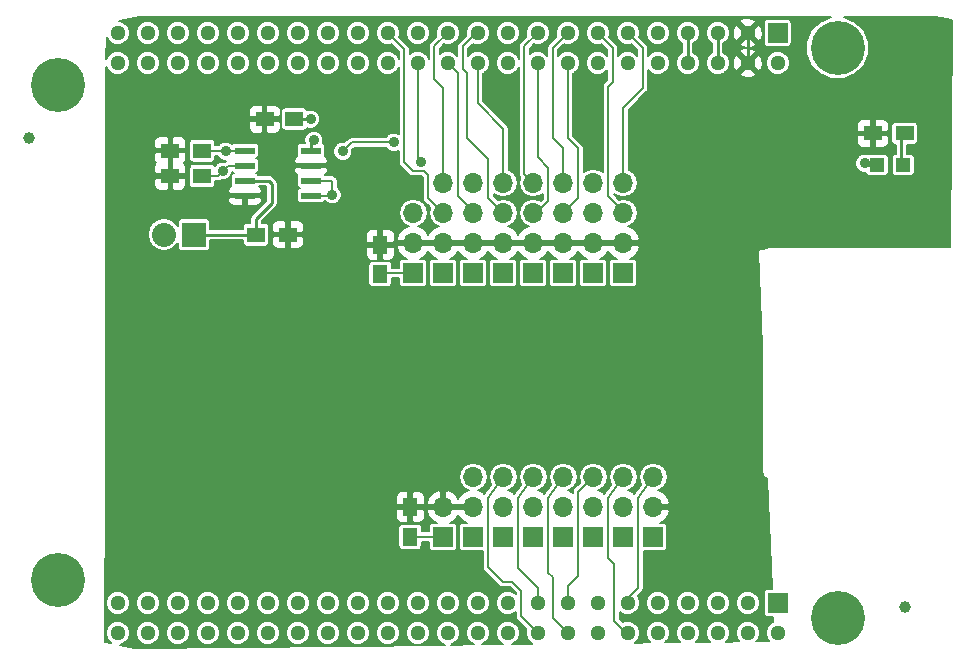
<source format=gbr>
G04 #@! TF.FileFunction,Copper,L1,Top,Signal*
%FSLAX46Y46*%
G04 Gerber Fmt 4.6, Leading zero omitted, Abs format (unit mm)*
G04 Created by KiCad (PCBNEW 4.0.5) date 06/09/17 19:28:17*
%MOMM*%
%LPD*%
G01*
G04 APERTURE LIST*
%ADD10C,0.150000*%
%ADD11C,1.000000*%
%ADD12R,1.651000X0.599440*%
%ADD13C,4.572000*%
%ADD14R,1.651000X1.651000*%
%ADD15C,1.300480*%
%ADD16R,2.032000X2.032000*%
%ADD17O,2.032000X2.032000*%
%ADD18R,1.500000X1.300000*%
%ADD19R,1.250000X1.500000*%
%ADD20R,1.500000X1.250000*%
%ADD21R,1.700000X1.700000*%
%ADD22O,1.700000X1.700000*%
%ADD23R,1.200000X1.200000*%
%ADD24C,0.889000*%
%ADD25C,0.203200*%
%ADD26C,0.508000*%
%ADD27C,0.254000*%
G04 APERTURE END LIST*
D10*
D11*
X171196000Y-103251000D03*
X97028000Y-63500000D03*
D12*
X115290600Y-68376800D03*
X120878600Y-68376800D03*
X115290600Y-67106800D03*
X115290600Y-65836800D03*
X115290600Y-64566800D03*
X120878600Y-67106800D03*
X120878600Y-65836800D03*
X120878600Y-64566800D03*
D13*
X99441000Y-59055000D03*
X165481000Y-55880000D03*
X165481000Y-104140000D03*
X99441000Y-100965000D03*
D14*
X160401000Y-54610000D03*
D15*
X160401000Y-57150000D03*
X157861000Y-54610000D03*
X157861000Y-57150000D03*
X155321000Y-54610000D03*
X155321000Y-57150000D03*
X152781000Y-54610000D03*
X152781000Y-57150000D03*
X150241000Y-54610000D03*
X150241000Y-57150000D03*
X147701000Y-54610000D03*
X147701000Y-57150000D03*
X145161000Y-54610000D03*
X145161000Y-57150000D03*
X142621000Y-54610000D03*
X142621000Y-57150000D03*
X140081000Y-54610000D03*
X140081000Y-57150000D03*
X137541000Y-54610000D03*
X137541000Y-57150000D03*
X135001000Y-54610000D03*
X135001000Y-57150000D03*
X132461000Y-54610000D03*
X132461000Y-57150000D03*
X129921000Y-54610000D03*
X129921000Y-57150000D03*
X127381000Y-54610000D03*
X127381000Y-57150000D03*
X124841000Y-54610000D03*
X124841000Y-57150000D03*
X122301000Y-54610000D03*
X122301000Y-57150000D03*
X119761000Y-54610000D03*
X119761000Y-57150000D03*
X117221000Y-54610000D03*
X117221000Y-57150000D03*
X114681000Y-54610000D03*
X114681000Y-57150000D03*
X112141000Y-54610000D03*
X112141000Y-57150000D03*
X109601000Y-54610000D03*
X109601000Y-57150000D03*
X107061000Y-54610000D03*
X107061000Y-57150000D03*
X104521000Y-54610000D03*
X104521000Y-57150000D03*
D14*
X160401000Y-102870000D03*
D15*
X160401000Y-105410000D03*
X157861000Y-102870000D03*
X157861000Y-105410000D03*
X155321000Y-102870000D03*
X155321000Y-105410000D03*
X152781000Y-102870000D03*
X152781000Y-105410000D03*
X150241000Y-102870000D03*
X150241000Y-105410000D03*
X147701000Y-102870000D03*
X147701000Y-105410000D03*
X145161000Y-102870000D03*
X145161000Y-105410000D03*
X142621000Y-102870000D03*
X142621000Y-105410000D03*
X140081000Y-102870000D03*
X140081000Y-105410000D03*
X137541000Y-102870000D03*
X137541000Y-105410000D03*
X135001000Y-102870000D03*
X135001000Y-105410000D03*
X132461000Y-102870000D03*
X132461000Y-105410000D03*
X129921000Y-102870000D03*
X129921000Y-105410000D03*
X127381000Y-102870000D03*
X127381000Y-105410000D03*
X124841000Y-102870000D03*
X124841000Y-105410000D03*
X122301000Y-102870000D03*
X122301000Y-105410000D03*
X119761000Y-102870000D03*
X119761000Y-105410000D03*
X117221000Y-102870000D03*
X117221000Y-105410000D03*
X114681000Y-102870000D03*
X114681000Y-105410000D03*
X112141000Y-102870000D03*
X112141000Y-105410000D03*
X109601000Y-102870000D03*
X109601000Y-105410000D03*
X107061000Y-102870000D03*
X107061000Y-105410000D03*
X104521000Y-102870000D03*
X104521000Y-105410000D03*
D16*
X110972600Y-71678800D03*
D17*
X108432600Y-71678800D03*
D18*
X168449000Y-63119000D03*
X171149000Y-63119000D03*
X118926600Y-71678800D03*
X116226600Y-71678800D03*
X108987600Y-66725800D03*
X111687600Y-66725800D03*
X108987600Y-64566800D03*
X111687600Y-64566800D03*
D19*
X126746000Y-72537000D03*
X126746000Y-75037000D03*
D20*
X116961600Y-61899800D03*
X119461600Y-61899800D03*
D21*
X139700000Y-74930000D03*
D22*
X139700000Y-72390000D03*
X139700000Y-69850000D03*
X139700000Y-67310000D03*
D21*
X137160000Y-74930000D03*
D22*
X137160000Y-72390000D03*
X137160000Y-69850000D03*
X137160000Y-67310000D03*
D21*
X134620000Y-74930000D03*
D22*
X134620000Y-72390000D03*
X134620000Y-69850000D03*
X134620000Y-67310000D03*
D23*
X171026000Y-65786000D03*
X168826000Y-65786000D03*
D21*
X142240000Y-74930000D03*
D22*
X142240000Y-72390000D03*
X142240000Y-69850000D03*
X142240000Y-67310000D03*
D21*
X144780000Y-74930000D03*
D22*
X144780000Y-72390000D03*
X144780000Y-69850000D03*
X144780000Y-67310000D03*
D21*
X132080000Y-74930000D03*
D22*
X132080000Y-72390000D03*
X132080000Y-69850000D03*
X132080000Y-67310000D03*
D21*
X142240000Y-97282000D03*
D22*
X142240000Y-94742000D03*
X142240000Y-92202000D03*
D21*
X139700000Y-97282000D03*
D22*
X139700000Y-94742000D03*
X139700000Y-92202000D03*
D21*
X137160000Y-97282000D03*
D22*
X137160000Y-94742000D03*
X137160000Y-92202000D03*
D21*
X134620000Y-97282000D03*
D22*
X134620000Y-94742000D03*
X134620000Y-92202000D03*
D19*
X129286000Y-94762000D03*
X129286000Y-97262000D03*
D21*
X144780000Y-97282000D03*
D22*
X144780000Y-94742000D03*
X144780000Y-92202000D03*
D21*
X149860000Y-97282000D03*
D22*
X149860000Y-94742000D03*
X149860000Y-92202000D03*
D21*
X147320000Y-97282000D03*
D22*
X147320000Y-94742000D03*
X147320000Y-92202000D03*
D21*
X132080000Y-97282000D03*
D22*
X132080000Y-94742000D03*
D21*
X147320000Y-74930000D03*
D22*
X147320000Y-72390000D03*
X147320000Y-69850000D03*
X147320000Y-67310000D03*
D21*
X129540000Y-74930000D03*
D22*
X129540000Y-72390000D03*
X129540000Y-69850000D03*
D24*
X120878600Y-61899800D03*
X121132600Y-63677800D03*
X167767000Y-65659000D03*
X122682000Y-68326000D03*
X130175000Y-65532000D03*
X113411000Y-66294000D03*
X127889000Y-63881000D03*
X123571000Y-64643000D03*
X113665000Y-64643000D03*
D25*
X129540000Y-74930000D02*
X126853000Y-74930000D01*
X126853000Y-74930000D02*
X126746000Y-75037000D01*
X129286000Y-97262000D02*
X132060000Y-97262000D01*
X132060000Y-97262000D02*
X132080000Y-97282000D01*
D26*
X132060000Y-74910000D02*
X132080000Y-74930000D01*
D27*
X119461600Y-61899800D02*
X120878600Y-61899800D01*
X120878600Y-63931800D02*
X121132600Y-63677800D01*
X120878600Y-64566800D02*
X120878600Y-63931800D01*
X168973500Y-65786000D02*
X167894000Y-65786000D01*
X167894000Y-65786000D02*
X167767000Y-65659000D01*
D25*
X122631200Y-68376800D02*
X122682000Y-68326000D01*
X122631200Y-67106800D02*
X120878600Y-67106800D01*
X122682000Y-67157600D02*
X122682000Y-68326000D01*
X122631200Y-67106800D02*
X122682000Y-67157600D01*
X120878600Y-68376800D02*
X122631200Y-68376800D01*
D27*
X155321000Y-54610000D02*
X155321000Y-57150000D01*
D25*
X132060000Y-72410000D02*
X132080000Y-72390000D01*
D27*
X157861000Y-57150000D02*
X157861000Y-54610000D01*
X152781000Y-57150000D02*
X152882600Y-57150000D01*
X152781000Y-54610000D02*
X152781000Y-57150000D01*
D25*
X147320000Y-67310000D02*
X147320000Y-60960000D01*
X148971000Y-55880000D02*
X147701000Y-54610000D01*
X148971000Y-59309000D02*
X148971000Y-55880000D01*
X147320000Y-60960000D02*
X148971000Y-59309000D01*
X147320000Y-69850000D02*
X147320000Y-69723000D01*
X147320000Y-69723000D02*
X146050000Y-68453000D01*
X146050000Y-68453000D02*
X146050000Y-59182000D01*
X146050000Y-59182000D02*
X146431000Y-58801000D01*
X146431000Y-58801000D02*
X146431000Y-55880000D01*
X146431000Y-55880000D02*
X145161000Y-54610000D01*
X145161000Y-54737000D02*
X145161000Y-54610000D01*
X138938000Y-55753000D02*
X138938000Y-66548000D01*
X138938000Y-55753000D02*
X140081000Y-54610000D01*
X138938000Y-66548000D02*
X139700000Y-67310000D01*
X140081000Y-57150000D02*
X140081000Y-65151000D01*
X140081000Y-65151000D02*
X140970000Y-66040000D01*
X140970000Y-68834000D02*
X140970000Y-66040000D01*
X140025000Y-57206000D02*
X140081000Y-57150000D01*
X139700000Y-69850000D02*
X139954000Y-69850000D01*
X139954000Y-69850000D02*
X140970000Y-68834000D01*
X135890000Y-68580000D02*
X137160000Y-69850000D01*
X135890000Y-65278000D02*
X135890000Y-68580000D01*
X134112000Y-63500000D02*
X135890000Y-65278000D01*
X134112000Y-58039000D02*
X134112000Y-63500000D01*
X133731000Y-57658000D02*
X134112000Y-58039000D01*
X133731000Y-55753000D02*
X133731000Y-57658000D01*
X135001000Y-54610000D02*
X134874000Y-54610000D01*
X134874000Y-54610000D02*
X133731000Y-55753000D01*
X137160000Y-62738000D02*
X137160000Y-67310000D01*
X135001000Y-60579000D02*
X137160000Y-62738000D01*
X135001000Y-57150000D02*
X135001000Y-60579000D01*
X134620000Y-69850000D02*
X134620000Y-69723000D01*
X134620000Y-69723000D02*
X133350000Y-68453000D01*
X133350000Y-68453000D02*
X133350000Y-58039000D01*
X133350000Y-58039000D02*
X132461000Y-57150000D01*
X129921000Y-65278000D02*
X130175000Y-65532000D01*
X129921000Y-57150000D02*
X129921000Y-65278000D01*
X113411000Y-66294000D02*
X113423700Y-66306700D01*
X113893600Y-65836800D02*
X115290600Y-65836800D01*
X113004600Y-66725800D02*
X113423700Y-66306700D01*
X113423700Y-66306700D02*
X113893600Y-65836800D01*
X111687600Y-66725800D02*
X113004600Y-66725800D01*
X124333000Y-63881000D02*
X127889000Y-63881000D01*
X123571000Y-64643000D02*
X124333000Y-63881000D01*
X113665000Y-64643000D02*
X113665000Y-64566800D01*
X111687600Y-64566800D02*
X113665000Y-64566800D01*
X113665000Y-64566800D02*
X115290600Y-64566800D01*
D27*
X170878500Y-65786000D02*
X170878500Y-63500000D01*
D25*
X142240000Y-67310000D02*
X142240000Y-64389000D01*
X142240000Y-64389000D02*
X141351000Y-63500000D01*
X141351000Y-63500000D02*
X141351000Y-55880000D01*
X141351000Y-55880000D02*
X142621000Y-54610000D01*
X143510000Y-68580000D02*
X142240000Y-69850000D01*
X143510000Y-64389000D02*
X143510000Y-68580000D01*
X142621000Y-63500000D02*
X143510000Y-64389000D01*
X142621000Y-57150000D02*
X142621000Y-63500000D01*
X132080000Y-67310000D02*
X132080000Y-59309000D01*
X132080000Y-59309000D02*
X131318000Y-58547000D01*
X131318000Y-58547000D02*
X131318000Y-55753000D01*
X131318000Y-55753000D02*
X132461000Y-54610000D01*
X132080000Y-69850000D02*
X130810000Y-68580000D01*
X130429000Y-66294000D02*
X129540000Y-66294000D01*
X130810000Y-66675000D02*
X130429000Y-66294000D01*
X130810000Y-68580000D02*
X130810000Y-66675000D01*
X129540000Y-66294000D02*
X128778000Y-65532000D01*
X128778000Y-65532000D02*
X128778000Y-56007000D01*
X128778000Y-56007000D02*
X127381000Y-54610000D01*
X147701000Y-102870000D02*
X147701000Y-102489000D01*
X147701000Y-102489000D02*
X148590000Y-101600000D01*
X148590000Y-101600000D02*
X148590000Y-93980000D01*
X148590000Y-93980000D02*
X149860000Y-92202000D01*
X147701000Y-105410000D02*
X147574000Y-105410000D01*
X147574000Y-105410000D02*
X146558000Y-104394000D01*
X146558000Y-104394000D02*
X146558000Y-99568000D01*
X146558000Y-99568000D02*
X146050000Y-99060000D01*
X146050000Y-99060000D02*
X146050000Y-93980000D01*
X146050000Y-93980000D02*
X147320000Y-92202000D01*
X142621000Y-102870000D02*
X142621000Y-101473000D01*
X143510000Y-93472000D02*
X144780000Y-92202000D01*
X143510000Y-100584000D02*
X143510000Y-93472000D01*
X142621000Y-101473000D02*
X143510000Y-100584000D01*
X140970000Y-93980000D02*
X142240000Y-92202000D01*
X140970000Y-100330000D02*
X140970000Y-93980000D01*
X141351000Y-100711000D02*
X140970000Y-100330000D01*
X141351000Y-104140000D02*
X141351000Y-100711000D01*
X142621000Y-105410000D02*
X141351000Y-104140000D01*
X140081000Y-102870000D02*
X140081000Y-101600000D01*
X138430000Y-93980000D02*
X139700000Y-92202000D01*
X138430000Y-99949000D02*
X138430000Y-93980000D01*
X140081000Y-101600000D02*
X138430000Y-99949000D01*
X135890000Y-93980000D02*
X137160000Y-92202000D01*
X135890000Y-99822000D02*
X135890000Y-93980000D01*
X137160000Y-101092000D02*
X135890000Y-99822000D01*
X137922000Y-101092000D02*
X137160000Y-101092000D01*
X138684000Y-101854000D02*
X137922000Y-101092000D01*
X138684000Y-104013000D02*
X138684000Y-101854000D01*
X140081000Y-105410000D02*
X138684000Y-104013000D01*
D27*
X110972600Y-71678800D02*
X116226600Y-71678800D01*
X117322600Y-67106800D02*
X117576600Y-67360800D01*
X117576600Y-67360800D02*
X117576600Y-69011800D01*
X117576600Y-69011800D02*
X116226600Y-70361800D01*
X116226600Y-70361800D02*
X116226600Y-71678800D01*
X115290600Y-67106800D02*
X117322600Y-67106800D01*
D25*
G36*
X107100000Y-53246100D02*
X117068863Y-53246100D01*
X117094000Y-53251100D01*
X147828000Y-53251100D01*
X147853137Y-53246100D01*
X157708863Y-53246100D01*
X157734000Y-53251100D01*
X164926014Y-53251100D01*
X163986609Y-53639255D01*
X163242866Y-54381700D01*
X162839860Y-55352248D01*
X162838942Y-56403141D01*
X163240255Y-57374391D01*
X163982700Y-58118134D01*
X164953248Y-58521140D01*
X166004141Y-58522058D01*
X166975391Y-58120745D01*
X167719134Y-57378300D01*
X168122140Y-56407752D01*
X168123058Y-55356859D01*
X167721745Y-54385609D01*
X166979300Y-53641866D01*
X166038229Y-53251100D01*
X173682213Y-53251100D01*
X175153921Y-53543841D01*
X175033235Y-72732900D01*
X159639000Y-72732900D01*
X159430017Y-72774469D01*
X159252849Y-72892849D01*
X159232435Y-72923400D01*
X158875535Y-72923400D01*
X158836007Y-72931405D01*
X158802707Y-72954157D01*
X158780883Y-72988073D01*
X158774013Y-73028969D01*
X159092900Y-81185752D01*
X159092900Y-91821000D01*
X159134469Y-92029983D01*
X159252849Y-92207151D01*
X159430017Y-92325531D01*
X159529177Y-92345255D01*
X159894192Y-101681934D01*
X159575500Y-101681934D01*
X159443723Y-101706730D01*
X159322693Y-101784610D01*
X159241499Y-101903442D01*
X159212934Y-102044500D01*
X159212934Y-103695500D01*
X159237730Y-103827277D01*
X159315610Y-103948307D01*
X159434442Y-104029501D01*
X159575500Y-104058066D01*
X159987086Y-104058066D01*
X160003808Y-104485796D01*
X159831982Y-104556793D01*
X159548787Y-104839493D01*
X159395335Y-105209048D01*
X159394985Y-105609196D01*
X159547793Y-105979018D01*
X159669751Y-106101190D01*
X158580608Y-106112880D01*
X158713213Y-105980507D01*
X158866665Y-105610952D01*
X158867015Y-105210804D01*
X158714207Y-104840982D01*
X158431507Y-104557787D01*
X158061952Y-104404335D01*
X157661804Y-104403985D01*
X157291982Y-104556793D01*
X157008787Y-104839493D01*
X156855335Y-105209048D01*
X156854985Y-105609196D01*
X157007793Y-105979018D01*
X157156678Y-106128164D01*
X156013001Y-106140439D01*
X156173213Y-105980507D01*
X156326665Y-105610952D01*
X156327015Y-105210804D01*
X156174207Y-104840982D01*
X155891507Y-104557787D01*
X155521952Y-104404335D01*
X155121804Y-104403985D01*
X154751982Y-104556793D01*
X154468787Y-104839493D01*
X154315335Y-105209048D01*
X154314985Y-105609196D01*
X154467793Y-105979018D01*
X154643605Y-106155138D01*
X153445393Y-106167999D01*
X153633213Y-105980507D01*
X153786665Y-105610952D01*
X153787015Y-105210804D01*
X153634207Y-104840982D01*
X153351507Y-104557787D01*
X152981952Y-104404335D01*
X152581804Y-104403985D01*
X152211982Y-104556793D01*
X151928787Y-104839493D01*
X151775335Y-105209048D01*
X151774985Y-105609196D01*
X151927793Y-105979018D01*
X152130532Y-106182112D01*
X150877786Y-106195558D01*
X151093213Y-105980507D01*
X151246665Y-105610952D01*
X151247015Y-105210804D01*
X151094207Y-104840982D01*
X150811507Y-104557787D01*
X150441952Y-104404335D01*
X150041804Y-104403985D01*
X149671982Y-104556793D01*
X149388787Y-104839493D01*
X149235335Y-105209048D01*
X149234985Y-105609196D01*
X149387793Y-105979018D01*
X149617458Y-106209085D01*
X148310178Y-106223117D01*
X148553213Y-105980507D01*
X148706665Y-105610952D01*
X148707015Y-105210804D01*
X148554207Y-104840982D01*
X148271507Y-104557787D01*
X147901952Y-104404335D01*
X147501804Y-104403985D01*
X147298547Y-104487969D01*
X147015200Y-104204622D01*
X147015200Y-103606718D01*
X147130493Y-103722213D01*
X147500048Y-103875665D01*
X147900196Y-103876015D01*
X148270018Y-103723207D01*
X148553213Y-103440507D01*
X148706665Y-103070952D01*
X148706666Y-103069196D01*
X149234985Y-103069196D01*
X149387793Y-103439018D01*
X149670493Y-103722213D01*
X150040048Y-103875665D01*
X150440196Y-103876015D01*
X150810018Y-103723207D01*
X151093213Y-103440507D01*
X151246665Y-103070952D01*
X151246666Y-103069196D01*
X151774985Y-103069196D01*
X151927793Y-103439018D01*
X152210493Y-103722213D01*
X152580048Y-103875665D01*
X152980196Y-103876015D01*
X153350018Y-103723207D01*
X153633213Y-103440507D01*
X153786665Y-103070952D01*
X153786666Y-103069196D01*
X154314985Y-103069196D01*
X154467793Y-103439018D01*
X154750493Y-103722213D01*
X155120048Y-103875665D01*
X155520196Y-103876015D01*
X155890018Y-103723207D01*
X156173213Y-103440507D01*
X156326665Y-103070952D01*
X156326666Y-103069196D01*
X156854985Y-103069196D01*
X157007793Y-103439018D01*
X157290493Y-103722213D01*
X157660048Y-103875665D01*
X158060196Y-103876015D01*
X158430018Y-103723207D01*
X158713213Y-103440507D01*
X158866665Y-103070952D01*
X158867015Y-102670804D01*
X158714207Y-102300982D01*
X158431507Y-102017787D01*
X158061952Y-101864335D01*
X157661804Y-101863985D01*
X157291982Y-102016793D01*
X157008787Y-102299493D01*
X156855335Y-102669048D01*
X156854985Y-103069196D01*
X156326666Y-103069196D01*
X156327015Y-102670804D01*
X156174207Y-102300982D01*
X155891507Y-102017787D01*
X155521952Y-101864335D01*
X155121804Y-101863985D01*
X154751982Y-102016793D01*
X154468787Y-102299493D01*
X154315335Y-102669048D01*
X154314985Y-103069196D01*
X153786666Y-103069196D01*
X153787015Y-102670804D01*
X153634207Y-102300982D01*
X153351507Y-102017787D01*
X152981952Y-101864335D01*
X152581804Y-101863985D01*
X152211982Y-102016793D01*
X151928787Y-102299493D01*
X151775335Y-102669048D01*
X151774985Y-103069196D01*
X151246666Y-103069196D01*
X151247015Y-102670804D01*
X151094207Y-102300982D01*
X150811507Y-102017787D01*
X150441952Y-101864335D01*
X150041804Y-101863985D01*
X149671982Y-102016793D01*
X149388787Y-102299493D01*
X149235335Y-102669048D01*
X149234985Y-103069196D01*
X148706666Y-103069196D01*
X148707015Y-102670804D01*
X148554207Y-102300982D01*
X148544910Y-102291668D01*
X148913289Y-101923289D01*
X149012398Y-101774963D01*
X149047200Y-101600000D01*
X149047200Y-98494566D01*
X150710000Y-98494566D01*
X150841777Y-98469770D01*
X150962807Y-98391890D01*
X151044001Y-98273058D01*
X151072566Y-98132000D01*
X151072566Y-96432000D01*
X151047770Y-96300223D01*
X150969890Y-96179193D01*
X150851058Y-96097999D01*
X150710000Y-96069434D01*
X150404926Y-96069434D01*
X150748419Y-95900092D01*
X151123975Y-95471954D01*
X151269910Y-95119607D01*
X151158286Y-94894400D01*
X150012400Y-94894400D01*
X150012400Y-94914400D01*
X149707600Y-94914400D01*
X149707600Y-94894400D01*
X149687600Y-94894400D01*
X149687600Y-94589600D01*
X149707600Y-94589600D01*
X149707600Y-94569600D01*
X150012400Y-94569600D01*
X150012400Y-94589600D01*
X151158286Y-94589600D01*
X151269910Y-94364393D01*
X151123975Y-94012046D01*
X150748419Y-93583908D01*
X150244991Y-93335718D01*
X150344982Y-93315829D01*
X150736107Y-93054488D01*
X150997448Y-92663363D01*
X151089219Y-92202000D01*
X150997448Y-91740637D01*
X150736107Y-91349512D01*
X150344982Y-91088171D01*
X149883619Y-90996400D01*
X149836381Y-90996400D01*
X149375018Y-91088171D01*
X148983893Y-91349512D01*
X148722552Y-91740637D01*
X148630781Y-92202000D01*
X148722552Y-92663363D01*
X148841473Y-92841341D01*
X148264997Y-93648408D01*
X148208419Y-93583908D01*
X147704991Y-93335718D01*
X147804982Y-93315829D01*
X148196107Y-93054488D01*
X148457448Y-92663363D01*
X148549219Y-92202000D01*
X148457448Y-91740637D01*
X148196107Y-91349512D01*
X147804982Y-91088171D01*
X147343619Y-90996400D01*
X147296381Y-90996400D01*
X146835018Y-91088171D01*
X146443893Y-91349512D01*
X146182552Y-91740637D01*
X146090781Y-92202000D01*
X146182552Y-92663363D01*
X146301473Y-92841341D01*
X145724997Y-93648408D01*
X145668419Y-93583908D01*
X145164991Y-93335718D01*
X145264982Y-93315829D01*
X145656107Y-93054488D01*
X145917448Y-92663363D01*
X146009219Y-92202000D01*
X145917448Y-91740637D01*
X145656107Y-91349512D01*
X145264982Y-91088171D01*
X144803619Y-90996400D01*
X144756381Y-90996400D01*
X144295018Y-91088171D01*
X143903893Y-91349512D01*
X143642552Y-91740637D01*
X143550781Y-92202000D01*
X143642552Y-92663363D01*
X143654371Y-92681051D01*
X143186711Y-93148711D01*
X143087602Y-93297037D01*
X143052800Y-93472000D01*
X143052800Y-93546628D01*
X142624991Y-93335718D01*
X142724982Y-93315829D01*
X143116107Y-93054488D01*
X143377448Y-92663363D01*
X143469219Y-92202000D01*
X143377448Y-91740637D01*
X143116107Y-91349512D01*
X142724982Y-91088171D01*
X142263619Y-90996400D01*
X142216381Y-90996400D01*
X141755018Y-91088171D01*
X141363893Y-91349512D01*
X141102552Y-91740637D01*
X141010781Y-92202000D01*
X141102552Y-92663363D01*
X141221473Y-92841341D01*
X140644997Y-93648408D01*
X140588419Y-93583908D01*
X140084991Y-93335718D01*
X140184982Y-93315829D01*
X140576107Y-93054488D01*
X140837448Y-92663363D01*
X140929219Y-92202000D01*
X140837448Y-91740637D01*
X140576107Y-91349512D01*
X140184982Y-91088171D01*
X139723619Y-90996400D01*
X139676381Y-90996400D01*
X139215018Y-91088171D01*
X138823893Y-91349512D01*
X138562552Y-91740637D01*
X138470781Y-92202000D01*
X138562552Y-92663363D01*
X138681473Y-92841341D01*
X138104997Y-93648408D01*
X138048419Y-93583908D01*
X137544991Y-93335718D01*
X137644982Y-93315829D01*
X138036107Y-93054488D01*
X138297448Y-92663363D01*
X138389219Y-92202000D01*
X138297448Y-91740637D01*
X138036107Y-91349512D01*
X137644982Y-91088171D01*
X137183619Y-90996400D01*
X137136381Y-90996400D01*
X136675018Y-91088171D01*
X136283893Y-91349512D01*
X136022552Y-91740637D01*
X135930781Y-92202000D01*
X136022552Y-92663363D01*
X136141473Y-92841341D01*
X135564997Y-93648408D01*
X135508419Y-93583908D01*
X135004991Y-93335718D01*
X135104982Y-93315829D01*
X135496107Y-93054488D01*
X135757448Y-92663363D01*
X135849219Y-92202000D01*
X135757448Y-91740637D01*
X135496107Y-91349512D01*
X135104982Y-91088171D01*
X134643619Y-90996400D01*
X134596381Y-90996400D01*
X134135018Y-91088171D01*
X133743893Y-91349512D01*
X133482552Y-91740637D01*
X133390781Y-92202000D01*
X133482552Y-92663363D01*
X133743893Y-93054488D01*
X134135018Y-93315829D01*
X134235009Y-93335718D01*
X133731581Y-93583908D01*
X133356025Y-94012046D01*
X133350000Y-94026593D01*
X133343975Y-94012046D01*
X132968419Y-93583908D01*
X132457609Y-93332079D01*
X132232400Y-93442766D01*
X132232400Y-94589600D01*
X134467600Y-94589600D01*
X134467600Y-94569600D01*
X134772400Y-94569600D01*
X134772400Y-94589600D01*
X134792400Y-94589600D01*
X134792400Y-94894400D01*
X134772400Y-94894400D01*
X134772400Y-94914400D01*
X134467600Y-94914400D01*
X134467600Y-94894400D01*
X132232400Y-94894400D01*
X132232400Y-94914400D01*
X131927600Y-94914400D01*
X131927600Y-94894400D01*
X130781714Y-94894400D01*
X130670090Y-95119607D01*
X130816025Y-95471954D01*
X131191581Y-95900092D01*
X131535074Y-96069434D01*
X131230000Y-96069434D01*
X131098223Y-96094230D01*
X130977193Y-96172110D01*
X130895999Y-96290942D01*
X130867434Y-96432000D01*
X130867434Y-96804800D01*
X130273566Y-96804800D01*
X130273566Y-96512000D01*
X130248770Y-96380223D01*
X130170890Y-96259193D01*
X130052058Y-96177999D01*
X129911000Y-96149434D01*
X128661000Y-96149434D01*
X128529223Y-96174230D01*
X128408193Y-96252110D01*
X128326999Y-96370942D01*
X128298434Y-96512000D01*
X128298434Y-98012000D01*
X128323230Y-98143777D01*
X128401110Y-98264807D01*
X128519942Y-98346001D01*
X128661000Y-98374566D01*
X129911000Y-98374566D01*
X130042777Y-98349770D01*
X130163807Y-98271890D01*
X130245001Y-98153058D01*
X130273566Y-98012000D01*
X130273566Y-97719200D01*
X130867434Y-97719200D01*
X130867434Y-98132000D01*
X130892230Y-98263777D01*
X130970110Y-98384807D01*
X131088942Y-98466001D01*
X131230000Y-98494566D01*
X132930000Y-98494566D01*
X133061777Y-98469770D01*
X133182807Y-98391890D01*
X133264001Y-98273058D01*
X133292566Y-98132000D01*
X133292566Y-96432000D01*
X133267770Y-96300223D01*
X133189890Y-96179193D01*
X133071058Y-96097999D01*
X132930000Y-96069434D01*
X132624926Y-96069434D01*
X132968419Y-95900092D01*
X133343975Y-95471954D01*
X133350000Y-95457407D01*
X133356025Y-95471954D01*
X133731581Y-95900092D01*
X134075074Y-96069434D01*
X133770000Y-96069434D01*
X133638223Y-96094230D01*
X133517193Y-96172110D01*
X133435999Y-96290942D01*
X133407434Y-96432000D01*
X133407434Y-98132000D01*
X133432230Y-98263777D01*
X133510110Y-98384807D01*
X133628942Y-98466001D01*
X133770000Y-98494566D01*
X135432800Y-98494566D01*
X135432800Y-99822000D01*
X135467602Y-99996963D01*
X135566711Y-100145289D01*
X136836711Y-101415289D01*
X136985037Y-101514398D01*
X137160000Y-101549200D01*
X137732622Y-101549200D01*
X138226800Y-102043378D01*
X138226800Y-102133282D01*
X138111507Y-102017787D01*
X137741952Y-101864335D01*
X137341804Y-101863985D01*
X136971982Y-102016793D01*
X136688787Y-102299493D01*
X136535335Y-102669048D01*
X136534985Y-103069196D01*
X136687793Y-103439018D01*
X136970493Y-103722213D01*
X137340048Y-103875665D01*
X137740196Y-103876015D01*
X138110018Y-103723207D01*
X138226800Y-103606629D01*
X138226800Y-104013000D01*
X138261602Y-104187963D01*
X138360711Y-104336289D01*
X139121732Y-105097310D01*
X139075335Y-105209048D01*
X139074985Y-105609196D01*
X139227793Y-105979018D01*
X139510493Y-106262213D01*
X139640444Y-106316173D01*
X137937596Y-106334451D01*
X138110018Y-106263207D01*
X138393213Y-105980507D01*
X138546665Y-105610952D01*
X138547015Y-105210804D01*
X138394207Y-104840982D01*
X138111507Y-104557787D01*
X137741952Y-104404335D01*
X137341804Y-104403985D01*
X136971982Y-104556793D01*
X136688787Y-104839493D01*
X136535335Y-105209048D01*
X136534985Y-105609196D01*
X136687793Y-105979018D01*
X136970493Y-106262213D01*
X137164447Y-106342749D01*
X135329855Y-106362441D01*
X135570018Y-106263207D01*
X135853213Y-105980507D01*
X136006665Y-105610952D01*
X136007015Y-105210804D01*
X135854207Y-104840982D01*
X135571507Y-104557787D01*
X135201952Y-104404335D01*
X134801804Y-104403985D01*
X134431982Y-104556793D01*
X134148787Y-104839493D01*
X133995335Y-105209048D01*
X133994985Y-105609196D01*
X134147793Y-105979018D01*
X134430493Y-106262213D01*
X134688449Y-106369325D01*
X132722114Y-106390431D01*
X133030018Y-106263207D01*
X133313213Y-105980507D01*
X133466665Y-105610952D01*
X133467015Y-105210804D01*
X133314207Y-104840982D01*
X133031507Y-104557787D01*
X132661952Y-104404335D01*
X132261804Y-104403985D01*
X131891982Y-104556793D01*
X131608787Y-104839493D01*
X131455335Y-105209048D01*
X131454985Y-105609196D01*
X131607793Y-105979018D01*
X131890493Y-106262213D01*
X132212452Y-106395901D01*
X106018064Y-106677058D01*
X104705650Y-106416002D01*
X104720196Y-106416015D01*
X105090018Y-106263207D01*
X105373213Y-105980507D01*
X105526665Y-105610952D01*
X105526666Y-105609196D01*
X106054985Y-105609196D01*
X106207793Y-105979018D01*
X106490493Y-106262213D01*
X106860048Y-106415665D01*
X107260196Y-106416015D01*
X107630018Y-106263207D01*
X107913213Y-105980507D01*
X108066665Y-105610952D01*
X108066666Y-105609196D01*
X108594985Y-105609196D01*
X108747793Y-105979018D01*
X109030493Y-106262213D01*
X109400048Y-106415665D01*
X109800196Y-106416015D01*
X110170018Y-106263207D01*
X110453213Y-105980507D01*
X110606665Y-105610952D01*
X110606666Y-105609196D01*
X111134985Y-105609196D01*
X111287793Y-105979018D01*
X111570493Y-106262213D01*
X111940048Y-106415665D01*
X112340196Y-106416015D01*
X112710018Y-106263207D01*
X112993213Y-105980507D01*
X113146665Y-105610952D01*
X113146666Y-105609196D01*
X113674985Y-105609196D01*
X113827793Y-105979018D01*
X114110493Y-106262213D01*
X114480048Y-106415665D01*
X114880196Y-106416015D01*
X115250018Y-106263207D01*
X115533213Y-105980507D01*
X115686665Y-105610952D01*
X115686666Y-105609196D01*
X116214985Y-105609196D01*
X116367793Y-105979018D01*
X116650493Y-106262213D01*
X117020048Y-106415665D01*
X117420196Y-106416015D01*
X117790018Y-106263207D01*
X118073213Y-105980507D01*
X118226665Y-105610952D01*
X118226666Y-105609196D01*
X118754985Y-105609196D01*
X118907793Y-105979018D01*
X119190493Y-106262213D01*
X119560048Y-106415665D01*
X119960196Y-106416015D01*
X120330018Y-106263207D01*
X120613213Y-105980507D01*
X120766665Y-105610952D01*
X120766666Y-105609196D01*
X121294985Y-105609196D01*
X121447793Y-105979018D01*
X121730493Y-106262213D01*
X122100048Y-106415665D01*
X122500196Y-106416015D01*
X122870018Y-106263207D01*
X123153213Y-105980507D01*
X123306665Y-105610952D01*
X123306666Y-105609196D01*
X123834985Y-105609196D01*
X123987793Y-105979018D01*
X124270493Y-106262213D01*
X124640048Y-106415665D01*
X125040196Y-106416015D01*
X125410018Y-106263207D01*
X125693213Y-105980507D01*
X125846665Y-105610952D01*
X125846666Y-105609196D01*
X126374985Y-105609196D01*
X126527793Y-105979018D01*
X126810493Y-106262213D01*
X127180048Y-106415665D01*
X127580196Y-106416015D01*
X127950018Y-106263207D01*
X128233213Y-105980507D01*
X128386665Y-105610952D01*
X128386666Y-105609196D01*
X128914985Y-105609196D01*
X129067793Y-105979018D01*
X129350493Y-106262213D01*
X129720048Y-106415665D01*
X130120196Y-106416015D01*
X130490018Y-106263207D01*
X130773213Y-105980507D01*
X130926665Y-105610952D01*
X130927015Y-105210804D01*
X130774207Y-104840982D01*
X130491507Y-104557787D01*
X130121952Y-104404335D01*
X129721804Y-104403985D01*
X129351982Y-104556793D01*
X129068787Y-104839493D01*
X128915335Y-105209048D01*
X128914985Y-105609196D01*
X128386666Y-105609196D01*
X128387015Y-105210804D01*
X128234207Y-104840982D01*
X127951507Y-104557787D01*
X127581952Y-104404335D01*
X127181804Y-104403985D01*
X126811982Y-104556793D01*
X126528787Y-104839493D01*
X126375335Y-105209048D01*
X126374985Y-105609196D01*
X125846666Y-105609196D01*
X125847015Y-105210804D01*
X125694207Y-104840982D01*
X125411507Y-104557787D01*
X125041952Y-104404335D01*
X124641804Y-104403985D01*
X124271982Y-104556793D01*
X123988787Y-104839493D01*
X123835335Y-105209048D01*
X123834985Y-105609196D01*
X123306666Y-105609196D01*
X123307015Y-105210804D01*
X123154207Y-104840982D01*
X122871507Y-104557787D01*
X122501952Y-104404335D01*
X122101804Y-104403985D01*
X121731982Y-104556793D01*
X121448787Y-104839493D01*
X121295335Y-105209048D01*
X121294985Y-105609196D01*
X120766666Y-105609196D01*
X120767015Y-105210804D01*
X120614207Y-104840982D01*
X120331507Y-104557787D01*
X119961952Y-104404335D01*
X119561804Y-104403985D01*
X119191982Y-104556793D01*
X118908787Y-104839493D01*
X118755335Y-105209048D01*
X118754985Y-105609196D01*
X118226666Y-105609196D01*
X118227015Y-105210804D01*
X118074207Y-104840982D01*
X117791507Y-104557787D01*
X117421952Y-104404335D01*
X117021804Y-104403985D01*
X116651982Y-104556793D01*
X116368787Y-104839493D01*
X116215335Y-105209048D01*
X116214985Y-105609196D01*
X115686666Y-105609196D01*
X115687015Y-105210804D01*
X115534207Y-104840982D01*
X115251507Y-104557787D01*
X114881952Y-104404335D01*
X114481804Y-104403985D01*
X114111982Y-104556793D01*
X113828787Y-104839493D01*
X113675335Y-105209048D01*
X113674985Y-105609196D01*
X113146666Y-105609196D01*
X113147015Y-105210804D01*
X112994207Y-104840982D01*
X112711507Y-104557787D01*
X112341952Y-104404335D01*
X111941804Y-104403985D01*
X111571982Y-104556793D01*
X111288787Y-104839493D01*
X111135335Y-105209048D01*
X111134985Y-105609196D01*
X110606666Y-105609196D01*
X110607015Y-105210804D01*
X110454207Y-104840982D01*
X110171507Y-104557787D01*
X109801952Y-104404335D01*
X109401804Y-104403985D01*
X109031982Y-104556793D01*
X108748787Y-104839493D01*
X108595335Y-105209048D01*
X108594985Y-105609196D01*
X108066666Y-105609196D01*
X108067015Y-105210804D01*
X107914207Y-104840982D01*
X107631507Y-104557787D01*
X107261952Y-104404335D01*
X106861804Y-104403985D01*
X106491982Y-104556793D01*
X106208787Y-104839493D01*
X106055335Y-105209048D01*
X106054985Y-105609196D01*
X105526666Y-105609196D01*
X105527015Y-105210804D01*
X105374207Y-104840982D01*
X105091507Y-104557787D01*
X104721952Y-104404335D01*
X104321804Y-104403985D01*
X103951982Y-104556793D01*
X103668787Y-104839493D01*
X103515335Y-105209048D01*
X103514985Y-105609196D01*
X103667793Y-105979018D01*
X103950493Y-106262213D01*
X103967038Y-106269083D01*
X103480798Y-106172364D01*
X103486653Y-103069196D01*
X103514985Y-103069196D01*
X103667793Y-103439018D01*
X103950493Y-103722213D01*
X104320048Y-103875665D01*
X104720196Y-103876015D01*
X105090018Y-103723207D01*
X105373213Y-103440507D01*
X105526665Y-103070952D01*
X105526666Y-103069196D01*
X106054985Y-103069196D01*
X106207793Y-103439018D01*
X106490493Y-103722213D01*
X106860048Y-103875665D01*
X107260196Y-103876015D01*
X107630018Y-103723207D01*
X107913213Y-103440507D01*
X108066665Y-103070952D01*
X108066666Y-103069196D01*
X108594985Y-103069196D01*
X108747793Y-103439018D01*
X109030493Y-103722213D01*
X109400048Y-103875665D01*
X109800196Y-103876015D01*
X110170018Y-103723207D01*
X110453213Y-103440507D01*
X110606665Y-103070952D01*
X110606666Y-103069196D01*
X111134985Y-103069196D01*
X111287793Y-103439018D01*
X111570493Y-103722213D01*
X111940048Y-103875665D01*
X112340196Y-103876015D01*
X112710018Y-103723207D01*
X112993213Y-103440507D01*
X113146665Y-103070952D01*
X113146666Y-103069196D01*
X113674985Y-103069196D01*
X113827793Y-103439018D01*
X114110493Y-103722213D01*
X114480048Y-103875665D01*
X114880196Y-103876015D01*
X115250018Y-103723207D01*
X115533213Y-103440507D01*
X115686665Y-103070952D01*
X115686666Y-103069196D01*
X116214985Y-103069196D01*
X116367793Y-103439018D01*
X116650493Y-103722213D01*
X117020048Y-103875665D01*
X117420196Y-103876015D01*
X117790018Y-103723207D01*
X118073213Y-103440507D01*
X118226665Y-103070952D01*
X118226666Y-103069196D01*
X118754985Y-103069196D01*
X118907793Y-103439018D01*
X119190493Y-103722213D01*
X119560048Y-103875665D01*
X119960196Y-103876015D01*
X120330018Y-103723207D01*
X120613213Y-103440507D01*
X120766665Y-103070952D01*
X120766666Y-103069196D01*
X121294985Y-103069196D01*
X121447793Y-103439018D01*
X121730493Y-103722213D01*
X122100048Y-103875665D01*
X122500196Y-103876015D01*
X122870018Y-103723207D01*
X123153213Y-103440507D01*
X123306665Y-103070952D01*
X123306666Y-103069196D01*
X123834985Y-103069196D01*
X123987793Y-103439018D01*
X124270493Y-103722213D01*
X124640048Y-103875665D01*
X125040196Y-103876015D01*
X125410018Y-103723207D01*
X125693213Y-103440507D01*
X125846665Y-103070952D01*
X125846666Y-103069196D01*
X126374985Y-103069196D01*
X126527793Y-103439018D01*
X126810493Y-103722213D01*
X127180048Y-103875665D01*
X127580196Y-103876015D01*
X127950018Y-103723207D01*
X128233213Y-103440507D01*
X128386665Y-103070952D01*
X128386666Y-103069196D01*
X128914985Y-103069196D01*
X129067793Y-103439018D01*
X129350493Y-103722213D01*
X129720048Y-103875665D01*
X130120196Y-103876015D01*
X130490018Y-103723207D01*
X130773213Y-103440507D01*
X130926665Y-103070952D01*
X130926666Y-103069196D01*
X131454985Y-103069196D01*
X131607793Y-103439018D01*
X131890493Y-103722213D01*
X132260048Y-103875665D01*
X132660196Y-103876015D01*
X133030018Y-103723207D01*
X133313213Y-103440507D01*
X133466665Y-103070952D01*
X133466666Y-103069196D01*
X133994985Y-103069196D01*
X134147793Y-103439018D01*
X134430493Y-103722213D01*
X134800048Y-103875665D01*
X135200196Y-103876015D01*
X135570018Y-103723207D01*
X135853213Y-103440507D01*
X136006665Y-103070952D01*
X136007015Y-102670804D01*
X135854207Y-102300982D01*
X135571507Y-102017787D01*
X135201952Y-101864335D01*
X134801804Y-101863985D01*
X134431982Y-102016793D01*
X134148787Y-102299493D01*
X133995335Y-102669048D01*
X133994985Y-103069196D01*
X133466666Y-103069196D01*
X133467015Y-102670804D01*
X133314207Y-102300982D01*
X133031507Y-102017787D01*
X132661952Y-101864335D01*
X132261804Y-101863985D01*
X131891982Y-102016793D01*
X131608787Y-102299493D01*
X131455335Y-102669048D01*
X131454985Y-103069196D01*
X130926666Y-103069196D01*
X130927015Y-102670804D01*
X130774207Y-102300982D01*
X130491507Y-102017787D01*
X130121952Y-101864335D01*
X129721804Y-101863985D01*
X129351982Y-102016793D01*
X129068787Y-102299493D01*
X128915335Y-102669048D01*
X128914985Y-103069196D01*
X128386666Y-103069196D01*
X128387015Y-102670804D01*
X128234207Y-102300982D01*
X127951507Y-102017787D01*
X127581952Y-101864335D01*
X127181804Y-101863985D01*
X126811982Y-102016793D01*
X126528787Y-102299493D01*
X126375335Y-102669048D01*
X126374985Y-103069196D01*
X125846666Y-103069196D01*
X125847015Y-102670804D01*
X125694207Y-102300982D01*
X125411507Y-102017787D01*
X125041952Y-101864335D01*
X124641804Y-101863985D01*
X124271982Y-102016793D01*
X123988787Y-102299493D01*
X123835335Y-102669048D01*
X123834985Y-103069196D01*
X123306666Y-103069196D01*
X123307015Y-102670804D01*
X123154207Y-102300982D01*
X122871507Y-102017787D01*
X122501952Y-101864335D01*
X122101804Y-101863985D01*
X121731982Y-102016793D01*
X121448787Y-102299493D01*
X121295335Y-102669048D01*
X121294985Y-103069196D01*
X120766666Y-103069196D01*
X120767015Y-102670804D01*
X120614207Y-102300982D01*
X120331507Y-102017787D01*
X119961952Y-101864335D01*
X119561804Y-101863985D01*
X119191982Y-102016793D01*
X118908787Y-102299493D01*
X118755335Y-102669048D01*
X118754985Y-103069196D01*
X118226666Y-103069196D01*
X118227015Y-102670804D01*
X118074207Y-102300982D01*
X117791507Y-102017787D01*
X117421952Y-101864335D01*
X117021804Y-101863985D01*
X116651982Y-102016793D01*
X116368787Y-102299493D01*
X116215335Y-102669048D01*
X116214985Y-103069196D01*
X115686666Y-103069196D01*
X115687015Y-102670804D01*
X115534207Y-102300982D01*
X115251507Y-102017787D01*
X114881952Y-101864335D01*
X114481804Y-101863985D01*
X114111982Y-102016793D01*
X113828787Y-102299493D01*
X113675335Y-102669048D01*
X113674985Y-103069196D01*
X113146666Y-103069196D01*
X113147015Y-102670804D01*
X112994207Y-102300982D01*
X112711507Y-102017787D01*
X112341952Y-101864335D01*
X111941804Y-101863985D01*
X111571982Y-102016793D01*
X111288787Y-102299493D01*
X111135335Y-102669048D01*
X111134985Y-103069196D01*
X110606666Y-103069196D01*
X110607015Y-102670804D01*
X110454207Y-102300982D01*
X110171507Y-102017787D01*
X109801952Y-101864335D01*
X109401804Y-101863985D01*
X109031982Y-102016793D01*
X108748787Y-102299493D01*
X108595335Y-102669048D01*
X108594985Y-103069196D01*
X108066666Y-103069196D01*
X108067015Y-102670804D01*
X107914207Y-102300982D01*
X107631507Y-102017787D01*
X107261952Y-101864335D01*
X106861804Y-101863985D01*
X106491982Y-102016793D01*
X106208787Y-102299493D01*
X106055335Y-102669048D01*
X106054985Y-103069196D01*
X105526666Y-103069196D01*
X105527015Y-102670804D01*
X105374207Y-102300982D01*
X105091507Y-102017787D01*
X104721952Y-101864335D01*
X104321804Y-101863985D01*
X103951982Y-102016793D01*
X103668787Y-102299493D01*
X103515335Y-102669048D01*
X103514985Y-103069196D01*
X103486653Y-103069196D01*
X103501751Y-95066800D01*
X128051400Y-95066800D01*
X128051400Y-95633257D01*
X128144206Y-95857311D01*
X128315689Y-96028794D01*
X128539743Y-96121600D01*
X128981200Y-96121600D01*
X129133600Y-95969200D01*
X129133600Y-94914400D01*
X129438400Y-94914400D01*
X129438400Y-95969200D01*
X129590800Y-96121600D01*
X130032257Y-96121600D01*
X130256311Y-96028794D01*
X130427794Y-95857311D01*
X130520600Y-95633257D01*
X130520600Y-95066800D01*
X130368200Y-94914400D01*
X129438400Y-94914400D01*
X129133600Y-94914400D01*
X128203800Y-94914400D01*
X128051400Y-95066800D01*
X103501751Y-95066800D01*
X103503969Y-93890743D01*
X128051400Y-93890743D01*
X128051400Y-94457200D01*
X128203800Y-94609600D01*
X129133600Y-94609600D01*
X129133600Y-93554800D01*
X129438400Y-93554800D01*
X129438400Y-94609600D01*
X130368200Y-94609600D01*
X130520600Y-94457200D01*
X130520600Y-94364393D01*
X130670090Y-94364393D01*
X130781714Y-94589600D01*
X131927600Y-94589600D01*
X131927600Y-93442766D01*
X131702391Y-93332079D01*
X131191581Y-93583908D01*
X130816025Y-94012046D01*
X130670090Y-94364393D01*
X130520600Y-94364393D01*
X130520600Y-93890743D01*
X130427794Y-93666689D01*
X130256311Y-93495206D01*
X130032257Y-93402400D01*
X129590800Y-93402400D01*
X129438400Y-93554800D01*
X129133600Y-93554800D01*
X128981200Y-93402400D01*
X128539743Y-93402400D01*
X128315689Y-93495206D01*
X128144206Y-93666689D01*
X128051400Y-93890743D01*
X103503969Y-93890743D01*
X103540958Y-74287000D01*
X125758434Y-74287000D01*
X125758434Y-75787000D01*
X125783230Y-75918777D01*
X125861110Y-76039807D01*
X125979942Y-76121001D01*
X126121000Y-76149566D01*
X127371000Y-76149566D01*
X127502777Y-76124770D01*
X127623807Y-76046890D01*
X127705001Y-75928058D01*
X127733566Y-75787000D01*
X127733566Y-75387200D01*
X128327434Y-75387200D01*
X128327434Y-75780000D01*
X128352230Y-75911777D01*
X128430110Y-76032807D01*
X128548942Y-76114001D01*
X128690000Y-76142566D01*
X130390000Y-76142566D01*
X130521777Y-76117770D01*
X130642807Y-76039890D01*
X130724001Y-75921058D01*
X130752566Y-75780000D01*
X130752566Y-74080000D01*
X130727770Y-73948223D01*
X130649890Y-73827193D01*
X130531058Y-73745999D01*
X130390000Y-73717434D01*
X130084926Y-73717434D01*
X130428419Y-73548092D01*
X130803975Y-73119954D01*
X130810000Y-73105407D01*
X130816025Y-73119954D01*
X131191581Y-73548092D01*
X131535074Y-73717434D01*
X131230000Y-73717434D01*
X131098223Y-73742230D01*
X130977193Y-73820110D01*
X130895999Y-73938942D01*
X130867434Y-74080000D01*
X130867434Y-75780000D01*
X130892230Y-75911777D01*
X130970110Y-76032807D01*
X131088942Y-76114001D01*
X131230000Y-76142566D01*
X132930000Y-76142566D01*
X133061777Y-76117770D01*
X133182807Y-76039890D01*
X133264001Y-75921058D01*
X133292566Y-75780000D01*
X133292566Y-74080000D01*
X133267770Y-73948223D01*
X133189890Y-73827193D01*
X133071058Y-73745999D01*
X132930000Y-73717434D01*
X132624926Y-73717434D01*
X132968419Y-73548092D01*
X133343975Y-73119954D01*
X133350000Y-73105407D01*
X133356025Y-73119954D01*
X133731581Y-73548092D01*
X134075074Y-73717434D01*
X133770000Y-73717434D01*
X133638223Y-73742230D01*
X133517193Y-73820110D01*
X133435999Y-73938942D01*
X133407434Y-74080000D01*
X133407434Y-75780000D01*
X133432230Y-75911777D01*
X133510110Y-76032807D01*
X133628942Y-76114001D01*
X133770000Y-76142566D01*
X135470000Y-76142566D01*
X135601777Y-76117770D01*
X135722807Y-76039890D01*
X135804001Y-75921058D01*
X135832566Y-75780000D01*
X135832566Y-74080000D01*
X135807770Y-73948223D01*
X135729890Y-73827193D01*
X135611058Y-73745999D01*
X135470000Y-73717434D01*
X135164926Y-73717434D01*
X135508419Y-73548092D01*
X135883975Y-73119954D01*
X135890000Y-73105407D01*
X135896025Y-73119954D01*
X136271581Y-73548092D01*
X136615074Y-73717434D01*
X136310000Y-73717434D01*
X136178223Y-73742230D01*
X136057193Y-73820110D01*
X135975999Y-73938942D01*
X135947434Y-74080000D01*
X135947434Y-75780000D01*
X135972230Y-75911777D01*
X136050110Y-76032807D01*
X136168942Y-76114001D01*
X136310000Y-76142566D01*
X138010000Y-76142566D01*
X138141777Y-76117770D01*
X138262807Y-76039890D01*
X138344001Y-75921058D01*
X138372566Y-75780000D01*
X138372566Y-74080000D01*
X138347770Y-73948223D01*
X138269890Y-73827193D01*
X138151058Y-73745999D01*
X138010000Y-73717434D01*
X137704926Y-73717434D01*
X138048419Y-73548092D01*
X138423975Y-73119954D01*
X138430000Y-73105407D01*
X138436025Y-73119954D01*
X138811581Y-73548092D01*
X139155074Y-73717434D01*
X138850000Y-73717434D01*
X138718223Y-73742230D01*
X138597193Y-73820110D01*
X138515999Y-73938942D01*
X138487434Y-74080000D01*
X138487434Y-75780000D01*
X138512230Y-75911777D01*
X138590110Y-76032807D01*
X138708942Y-76114001D01*
X138850000Y-76142566D01*
X140550000Y-76142566D01*
X140681777Y-76117770D01*
X140802807Y-76039890D01*
X140884001Y-75921058D01*
X140912566Y-75780000D01*
X140912566Y-74080000D01*
X140887770Y-73948223D01*
X140809890Y-73827193D01*
X140691058Y-73745999D01*
X140550000Y-73717434D01*
X140244926Y-73717434D01*
X140588419Y-73548092D01*
X140963975Y-73119954D01*
X140970000Y-73105407D01*
X140976025Y-73119954D01*
X141351581Y-73548092D01*
X141695074Y-73717434D01*
X141390000Y-73717434D01*
X141258223Y-73742230D01*
X141137193Y-73820110D01*
X141055999Y-73938942D01*
X141027434Y-74080000D01*
X141027434Y-75780000D01*
X141052230Y-75911777D01*
X141130110Y-76032807D01*
X141248942Y-76114001D01*
X141390000Y-76142566D01*
X143090000Y-76142566D01*
X143221777Y-76117770D01*
X143342807Y-76039890D01*
X143424001Y-75921058D01*
X143452566Y-75780000D01*
X143452566Y-74080000D01*
X143427770Y-73948223D01*
X143349890Y-73827193D01*
X143231058Y-73745999D01*
X143090000Y-73717434D01*
X142784926Y-73717434D01*
X143128419Y-73548092D01*
X143503975Y-73119954D01*
X143510000Y-73105407D01*
X143516025Y-73119954D01*
X143891581Y-73548092D01*
X144235074Y-73717434D01*
X143930000Y-73717434D01*
X143798223Y-73742230D01*
X143677193Y-73820110D01*
X143595999Y-73938942D01*
X143567434Y-74080000D01*
X143567434Y-75780000D01*
X143592230Y-75911777D01*
X143670110Y-76032807D01*
X143788942Y-76114001D01*
X143930000Y-76142566D01*
X145630000Y-76142566D01*
X145761777Y-76117770D01*
X145882807Y-76039890D01*
X145964001Y-75921058D01*
X145992566Y-75780000D01*
X145992566Y-74080000D01*
X145967770Y-73948223D01*
X145889890Y-73827193D01*
X145771058Y-73745999D01*
X145630000Y-73717434D01*
X145324926Y-73717434D01*
X145668419Y-73548092D01*
X146043975Y-73119954D01*
X146050000Y-73105407D01*
X146056025Y-73119954D01*
X146431581Y-73548092D01*
X146775074Y-73717434D01*
X146470000Y-73717434D01*
X146338223Y-73742230D01*
X146217193Y-73820110D01*
X146135999Y-73938942D01*
X146107434Y-74080000D01*
X146107434Y-75780000D01*
X146132230Y-75911777D01*
X146210110Y-76032807D01*
X146328942Y-76114001D01*
X146470000Y-76142566D01*
X148170000Y-76142566D01*
X148301777Y-76117770D01*
X148422807Y-76039890D01*
X148504001Y-75921058D01*
X148532566Y-75780000D01*
X148532566Y-74080000D01*
X148507770Y-73948223D01*
X148429890Y-73827193D01*
X148311058Y-73745999D01*
X148170000Y-73717434D01*
X147864926Y-73717434D01*
X148208419Y-73548092D01*
X148583975Y-73119954D01*
X148729910Y-72767607D01*
X148618286Y-72542400D01*
X147472400Y-72542400D01*
X147472400Y-72562400D01*
X147167600Y-72562400D01*
X147167600Y-72542400D01*
X144932400Y-72542400D01*
X144932400Y-72562400D01*
X144627600Y-72562400D01*
X144627600Y-72542400D01*
X142392400Y-72542400D01*
X142392400Y-72562400D01*
X142087600Y-72562400D01*
X142087600Y-72542400D01*
X139852400Y-72542400D01*
X139852400Y-72562400D01*
X139547600Y-72562400D01*
X139547600Y-72542400D01*
X137312400Y-72542400D01*
X137312400Y-72562400D01*
X137007600Y-72562400D01*
X137007600Y-72542400D01*
X134772400Y-72542400D01*
X134772400Y-72562400D01*
X134467600Y-72562400D01*
X134467600Y-72542400D01*
X132232400Y-72542400D01*
X132232400Y-72562400D01*
X131927600Y-72562400D01*
X131927600Y-72542400D01*
X129692400Y-72542400D01*
X129692400Y-72562400D01*
X129387600Y-72562400D01*
X129387600Y-72542400D01*
X128241714Y-72542400D01*
X128130090Y-72767607D01*
X128276025Y-73119954D01*
X128651581Y-73548092D01*
X128995074Y-73717434D01*
X128690000Y-73717434D01*
X128558223Y-73742230D01*
X128437193Y-73820110D01*
X128355999Y-73938942D01*
X128327434Y-74080000D01*
X128327434Y-74472800D01*
X127733566Y-74472800D01*
X127733566Y-74287000D01*
X127708770Y-74155223D01*
X127630890Y-74034193D01*
X127512058Y-73952999D01*
X127371000Y-73924434D01*
X126121000Y-73924434D01*
X125989223Y-73949230D01*
X125868193Y-74027110D01*
X125786999Y-74145942D01*
X125758434Y-74287000D01*
X103540958Y-74287000D01*
X103545930Y-71651929D01*
X107061000Y-71651929D01*
X107061000Y-71705671D01*
X107165407Y-72230560D01*
X107462732Y-72675539D01*
X107907711Y-72972864D01*
X108432600Y-73077271D01*
X108957489Y-72972864D01*
X109402468Y-72675539D01*
X109594034Y-72388840D01*
X109594034Y-72694800D01*
X109618830Y-72826577D01*
X109696710Y-72947607D01*
X109815542Y-73028801D01*
X109956600Y-73057366D01*
X111988600Y-73057366D01*
X112120377Y-73032570D01*
X112241407Y-72954690D01*
X112322601Y-72835858D01*
X112351166Y-72694800D01*
X112351166Y-72161400D01*
X115114034Y-72161400D01*
X115114034Y-72328800D01*
X115138830Y-72460577D01*
X115216710Y-72581607D01*
X115335542Y-72662801D01*
X115476600Y-72691366D01*
X116976600Y-72691366D01*
X117108377Y-72666570D01*
X117229407Y-72588690D01*
X117310601Y-72469858D01*
X117339166Y-72328800D01*
X117339166Y-71983600D01*
X117567000Y-71983600D01*
X117567000Y-72450057D01*
X117659806Y-72674111D01*
X117831289Y-72845594D01*
X118055343Y-72938400D01*
X118621800Y-72938400D01*
X118774200Y-72786000D01*
X118774200Y-71831200D01*
X119079000Y-71831200D01*
X119079000Y-72786000D01*
X119231400Y-72938400D01*
X119797857Y-72938400D01*
X120021911Y-72845594D01*
X120025705Y-72841800D01*
X125511400Y-72841800D01*
X125511400Y-73408257D01*
X125604206Y-73632311D01*
X125775689Y-73803794D01*
X125999743Y-73896600D01*
X126441200Y-73896600D01*
X126593600Y-73744200D01*
X126593600Y-72689400D01*
X126898400Y-72689400D01*
X126898400Y-73744200D01*
X127050800Y-73896600D01*
X127492257Y-73896600D01*
X127716311Y-73803794D01*
X127887794Y-73632311D01*
X127980600Y-73408257D01*
X127980600Y-72841800D01*
X127828200Y-72689400D01*
X126898400Y-72689400D01*
X126593600Y-72689400D01*
X125663800Y-72689400D01*
X125511400Y-72841800D01*
X120025705Y-72841800D01*
X120193394Y-72674111D01*
X120286200Y-72450057D01*
X120286200Y-71983600D01*
X120133800Y-71831200D01*
X119079000Y-71831200D01*
X118774200Y-71831200D01*
X117719400Y-71831200D01*
X117567000Y-71983600D01*
X117339166Y-71983600D01*
X117339166Y-71665743D01*
X125511400Y-71665743D01*
X125511400Y-72232200D01*
X125663800Y-72384600D01*
X126593600Y-72384600D01*
X126593600Y-71329800D01*
X126898400Y-71329800D01*
X126898400Y-72384600D01*
X127828200Y-72384600D01*
X127980600Y-72232200D01*
X127980600Y-71665743D01*
X127887794Y-71441689D01*
X127716311Y-71270206D01*
X127492257Y-71177400D01*
X127050800Y-71177400D01*
X126898400Y-71329800D01*
X126593600Y-71329800D01*
X126441200Y-71177400D01*
X125999743Y-71177400D01*
X125775689Y-71270206D01*
X125604206Y-71441689D01*
X125511400Y-71665743D01*
X117339166Y-71665743D01*
X117339166Y-71028800D01*
X117316350Y-70907543D01*
X117567000Y-70907543D01*
X117567000Y-71374000D01*
X117719400Y-71526400D01*
X118774200Y-71526400D01*
X118774200Y-70571600D01*
X119079000Y-70571600D01*
X119079000Y-71526400D01*
X120133800Y-71526400D01*
X120286200Y-71374000D01*
X120286200Y-70907543D01*
X120193394Y-70683489D01*
X120021911Y-70512006D01*
X119797857Y-70419200D01*
X119231400Y-70419200D01*
X119079000Y-70571600D01*
X118774200Y-70571600D01*
X118621800Y-70419200D01*
X118055343Y-70419200D01*
X117831289Y-70512006D01*
X117659806Y-70683489D01*
X117567000Y-70907543D01*
X117316350Y-70907543D01*
X117314370Y-70897023D01*
X117236490Y-70775993D01*
X117117658Y-70694799D01*
X116976600Y-70666234D01*
X116709200Y-70666234D01*
X116709200Y-70561700D01*
X117917850Y-69353050D01*
X118022464Y-69196483D01*
X118059200Y-69011800D01*
X118059200Y-67360800D01*
X118022464Y-67176117D01*
X117917850Y-67019550D01*
X117663850Y-66765550D01*
X117507283Y-66660936D01*
X117322600Y-66624200D01*
X116420986Y-66624200D01*
X116375990Y-66554273D01*
X116257158Y-66473079D01*
X116251530Y-66471939D01*
X116368907Y-66396410D01*
X116450101Y-66277578D01*
X116478151Y-66139060D01*
X119443500Y-66139060D01*
X119443500Y-66257777D01*
X119536306Y-66481831D01*
X119707789Y-66653314D01*
X119723372Y-66659769D01*
X119719099Y-66666022D01*
X119690534Y-66807080D01*
X119690534Y-67406520D01*
X119715330Y-67538297D01*
X119793210Y-67659327D01*
X119912042Y-67740521D01*
X119917670Y-67741661D01*
X119800293Y-67817190D01*
X119719099Y-67936022D01*
X119690534Y-68077080D01*
X119690534Y-68676520D01*
X119715330Y-68808297D01*
X119793210Y-68929327D01*
X119912042Y-69010521D01*
X120053100Y-69039086D01*
X121704100Y-69039086D01*
X121835877Y-69014290D01*
X121956907Y-68936410D01*
X122026880Y-68834000D01*
X122058588Y-68834000D01*
X122228188Y-69003896D01*
X122522152Y-69125961D01*
X122840452Y-69126239D01*
X123134628Y-69004687D01*
X123359896Y-68779812D01*
X123481961Y-68485848D01*
X123482239Y-68167548D01*
X123360687Y-67873372D01*
X123139200Y-67651498D01*
X123139200Y-67157600D01*
X123104398Y-66982637D01*
X123005289Y-66834311D01*
X122954489Y-66783511D01*
X122806163Y-66684402D01*
X122631200Y-66649600D01*
X122053125Y-66649600D01*
X122220894Y-66481831D01*
X122313700Y-66257777D01*
X122313700Y-66139060D01*
X122161300Y-65986660D01*
X121031000Y-65986660D01*
X121031000Y-66009200D01*
X120726200Y-66009200D01*
X120726200Y-65986660D01*
X119595900Y-65986660D01*
X119443500Y-66139060D01*
X116478151Y-66139060D01*
X116478666Y-66136520D01*
X116478666Y-65537080D01*
X116455850Y-65415823D01*
X119443500Y-65415823D01*
X119443500Y-65534540D01*
X119595900Y-65686940D01*
X120726200Y-65686940D01*
X120726200Y-65664400D01*
X121031000Y-65664400D01*
X121031000Y-65686940D01*
X122161300Y-65686940D01*
X122313700Y-65534540D01*
X122313700Y-65415823D01*
X122220894Y-65191769D01*
X122049411Y-65020286D01*
X122033828Y-65013831D01*
X122038101Y-65007578D01*
X122066666Y-64866520D01*
X122066666Y-64801452D01*
X122770761Y-64801452D01*
X122892313Y-65095628D01*
X123117188Y-65320896D01*
X123411152Y-65442961D01*
X123729452Y-65443239D01*
X124023628Y-65321687D01*
X124248896Y-65096812D01*
X124370961Y-64802848D01*
X124371235Y-64489343D01*
X124522378Y-64338200D01*
X127214877Y-64338200D01*
X127435188Y-64558896D01*
X127729152Y-64680961D01*
X128047452Y-64681239D01*
X128320800Y-64568293D01*
X128320800Y-65532000D01*
X128355602Y-65706963D01*
X128454711Y-65855289D01*
X129216711Y-66617289D01*
X129365037Y-66716398D01*
X129540000Y-66751200D01*
X130239622Y-66751200D01*
X130352800Y-66864378D01*
X130352800Y-68580000D01*
X130387602Y-68754963D01*
X130486711Y-68903289D01*
X130954371Y-69370949D01*
X130942552Y-69388637D01*
X130850781Y-69850000D01*
X130942552Y-70311363D01*
X131203893Y-70702488D01*
X131595018Y-70963829D01*
X131695009Y-70983718D01*
X131191581Y-71231908D01*
X130816025Y-71660046D01*
X130810000Y-71674593D01*
X130803975Y-71660046D01*
X130428419Y-71231908D01*
X129924991Y-70983718D01*
X130024982Y-70963829D01*
X130416107Y-70702488D01*
X130677448Y-70311363D01*
X130769219Y-69850000D01*
X130677448Y-69388637D01*
X130416107Y-68997512D01*
X130024982Y-68736171D01*
X129563619Y-68644400D01*
X129516381Y-68644400D01*
X129055018Y-68736171D01*
X128663893Y-68997512D01*
X128402552Y-69388637D01*
X128310781Y-69850000D01*
X128402552Y-70311363D01*
X128663893Y-70702488D01*
X129055018Y-70963829D01*
X129155009Y-70983718D01*
X128651581Y-71231908D01*
X128276025Y-71660046D01*
X128130090Y-72012393D01*
X128241714Y-72237600D01*
X129387600Y-72237600D01*
X129387600Y-72217600D01*
X129692400Y-72217600D01*
X129692400Y-72237600D01*
X131927600Y-72237600D01*
X131927600Y-72217600D01*
X132232400Y-72217600D01*
X132232400Y-72237600D01*
X134467600Y-72237600D01*
X134467600Y-72217600D01*
X134772400Y-72217600D01*
X134772400Y-72237600D01*
X137007600Y-72237600D01*
X137007600Y-72217600D01*
X137312400Y-72217600D01*
X137312400Y-72237600D01*
X139547600Y-72237600D01*
X139547600Y-72217600D01*
X139852400Y-72217600D01*
X139852400Y-72237600D01*
X142087600Y-72237600D01*
X142087600Y-72217600D01*
X142392400Y-72217600D01*
X142392400Y-72237600D01*
X144627600Y-72237600D01*
X144627600Y-72217600D01*
X144932400Y-72217600D01*
X144932400Y-72237600D01*
X147167600Y-72237600D01*
X147167600Y-72217600D01*
X147472400Y-72217600D01*
X147472400Y-72237600D01*
X148618286Y-72237600D01*
X148729910Y-72012393D01*
X148583975Y-71660046D01*
X148208419Y-71231908D01*
X147704991Y-70983718D01*
X147804982Y-70963829D01*
X148196107Y-70702488D01*
X148457448Y-70311363D01*
X148549219Y-69850000D01*
X148457448Y-69388637D01*
X148196107Y-68997512D01*
X147804982Y-68736171D01*
X147343619Y-68644400D01*
X147296381Y-68644400D01*
X146955737Y-68712159D01*
X146507200Y-68263622D01*
X146507200Y-68204788D01*
X146835018Y-68423829D01*
X147296381Y-68515600D01*
X147343619Y-68515600D01*
X147804982Y-68423829D01*
X148196107Y-68162488D01*
X148457448Y-67771363D01*
X148549219Y-67310000D01*
X148457448Y-66848637D01*
X148196107Y-66457512D01*
X147804982Y-66196171D01*
X147777200Y-66190645D01*
X147777200Y-65817452D01*
X166966761Y-65817452D01*
X167088313Y-66111628D01*
X167313188Y-66336896D01*
X167607152Y-66458961D01*
X167877207Y-66459197D01*
X167888230Y-66517777D01*
X167966110Y-66638807D01*
X168084942Y-66720001D01*
X168226000Y-66748566D01*
X169426000Y-66748566D01*
X169557777Y-66723770D01*
X169678807Y-66645890D01*
X169760001Y-66527058D01*
X169788566Y-66386000D01*
X169788566Y-65186000D01*
X169763770Y-65054223D01*
X169685890Y-64933193D01*
X169567058Y-64851999D01*
X169426000Y-64823434D01*
X168226000Y-64823434D01*
X168094223Y-64848230D01*
X168018367Y-64897041D01*
X167926848Y-64859039D01*
X167608548Y-64858761D01*
X167314372Y-64980313D01*
X167089104Y-65205188D01*
X166967039Y-65499152D01*
X166966761Y-65817452D01*
X147777200Y-65817452D01*
X147777200Y-63423800D01*
X167089400Y-63423800D01*
X167089400Y-63890257D01*
X167182206Y-64114311D01*
X167353689Y-64285794D01*
X167577743Y-64378600D01*
X168144200Y-64378600D01*
X168296600Y-64226200D01*
X168296600Y-63271400D01*
X168601400Y-63271400D01*
X168601400Y-64226200D01*
X168753800Y-64378600D01*
X169320257Y-64378600D01*
X169544311Y-64285794D01*
X169715794Y-64114311D01*
X169808600Y-63890257D01*
X169808600Y-63423800D01*
X169656200Y-63271400D01*
X168601400Y-63271400D01*
X168296600Y-63271400D01*
X167241800Y-63271400D01*
X167089400Y-63423800D01*
X147777200Y-63423800D01*
X147777200Y-62347743D01*
X167089400Y-62347743D01*
X167089400Y-62814200D01*
X167241800Y-62966600D01*
X168296600Y-62966600D01*
X168296600Y-62011800D01*
X168601400Y-62011800D01*
X168601400Y-62966600D01*
X169656200Y-62966600D01*
X169808600Y-62814200D01*
X169808600Y-62469000D01*
X170036434Y-62469000D01*
X170036434Y-63769000D01*
X170061230Y-63900777D01*
X170139110Y-64021807D01*
X170257942Y-64103001D01*
X170395900Y-64130938D01*
X170395900Y-64829098D01*
X170294223Y-64848230D01*
X170173193Y-64926110D01*
X170091999Y-65044942D01*
X170063434Y-65186000D01*
X170063434Y-66386000D01*
X170088230Y-66517777D01*
X170166110Y-66638807D01*
X170284942Y-66720001D01*
X170426000Y-66748566D01*
X171626000Y-66748566D01*
X171757777Y-66723770D01*
X171878807Y-66645890D01*
X171960001Y-66527058D01*
X171988566Y-66386000D01*
X171988566Y-65186000D01*
X171963770Y-65054223D01*
X171885890Y-64933193D01*
X171767058Y-64851999D01*
X171626000Y-64823434D01*
X171361100Y-64823434D01*
X171361100Y-64131566D01*
X171899000Y-64131566D01*
X172030777Y-64106770D01*
X172151807Y-64028890D01*
X172233001Y-63910058D01*
X172261566Y-63769000D01*
X172261566Y-62469000D01*
X172236770Y-62337223D01*
X172158890Y-62216193D01*
X172040058Y-62134999D01*
X171899000Y-62106434D01*
X170399000Y-62106434D01*
X170267223Y-62131230D01*
X170146193Y-62209110D01*
X170064999Y-62327942D01*
X170036434Y-62469000D01*
X169808600Y-62469000D01*
X169808600Y-62347743D01*
X169715794Y-62123689D01*
X169544311Y-61952206D01*
X169320257Y-61859400D01*
X168753800Y-61859400D01*
X168601400Y-62011800D01*
X168296600Y-62011800D01*
X168144200Y-61859400D01*
X167577743Y-61859400D01*
X167353689Y-61952206D01*
X167182206Y-62123689D01*
X167089400Y-62347743D01*
X147777200Y-62347743D01*
X147777200Y-61149378D01*
X149294290Y-59632289D01*
X149393398Y-59483963D01*
X149428200Y-59309000D01*
X149428200Y-57759496D01*
X149670493Y-58002213D01*
X150040048Y-58155665D01*
X150440196Y-58156015D01*
X150810018Y-58003207D01*
X151093213Y-57720507D01*
X151246665Y-57350952D01*
X151247015Y-56950804D01*
X151094207Y-56580982D01*
X150811507Y-56297787D01*
X150441952Y-56144335D01*
X150041804Y-56143985D01*
X149671982Y-56296793D01*
X149428200Y-56540149D01*
X149428200Y-55880000D01*
X149393398Y-55705037D01*
X149294289Y-55556711D01*
X148660268Y-54922690D01*
X148706665Y-54810952D01*
X148706666Y-54809196D01*
X149234985Y-54809196D01*
X149387793Y-55179018D01*
X149670493Y-55462213D01*
X150040048Y-55615665D01*
X150440196Y-55616015D01*
X150810018Y-55463207D01*
X151093213Y-55180507D01*
X151246665Y-54810952D01*
X151246666Y-54809196D01*
X151774985Y-54809196D01*
X151927793Y-55179018D01*
X152210493Y-55462213D01*
X152298400Y-55498715D01*
X152298400Y-56261086D01*
X152211982Y-56296793D01*
X151928787Y-56579493D01*
X151775335Y-56949048D01*
X151774985Y-57349196D01*
X151927793Y-57719018D01*
X152210493Y-58002213D01*
X152580048Y-58155665D01*
X152980196Y-58156015D01*
X153350018Y-58003207D01*
X153633213Y-57720507D01*
X153786665Y-57350952D01*
X153787015Y-56950804D01*
X153634207Y-56580982D01*
X153351507Y-56297787D01*
X153263600Y-56261285D01*
X153263600Y-55498914D01*
X153350018Y-55463207D01*
X153633213Y-55180507D01*
X153786665Y-54810952D01*
X153786666Y-54809196D01*
X154314985Y-54809196D01*
X154467793Y-55179018D01*
X154750493Y-55462213D01*
X154838400Y-55498715D01*
X154838400Y-56261086D01*
X154751982Y-56296793D01*
X154468787Y-56579493D01*
X154315335Y-56949048D01*
X154314985Y-57349196D01*
X154467793Y-57719018D01*
X154750493Y-58002213D01*
X155120048Y-58155665D01*
X155520196Y-58156015D01*
X155774333Y-58051007D01*
X157175519Y-58051007D01*
X157234605Y-58271438D01*
X157711442Y-58425785D01*
X158211048Y-58385906D01*
X158487395Y-58271438D01*
X158546481Y-58051007D01*
X157861000Y-57365526D01*
X157175519Y-58051007D01*
X155774333Y-58051007D01*
X155890018Y-58003207D01*
X156173213Y-57720507D01*
X156326665Y-57350952D01*
X156326971Y-57000442D01*
X156585215Y-57000442D01*
X156625094Y-57500048D01*
X156739562Y-57776395D01*
X156959993Y-57835481D01*
X157645474Y-57150000D01*
X158076526Y-57150000D01*
X158762007Y-57835481D01*
X158982438Y-57776395D01*
X159120717Y-57349196D01*
X159394985Y-57349196D01*
X159547793Y-57719018D01*
X159830493Y-58002213D01*
X160200048Y-58155665D01*
X160600196Y-58156015D01*
X160970018Y-58003207D01*
X161253213Y-57720507D01*
X161406665Y-57350952D01*
X161407015Y-56950804D01*
X161254207Y-56580982D01*
X160971507Y-56297787D01*
X160601952Y-56144335D01*
X160201804Y-56143985D01*
X159831982Y-56296793D01*
X159548787Y-56579493D01*
X159395335Y-56949048D01*
X159394985Y-57349196D01*
X159120717Y-57349196D01*
X159136785Y-57299558D01*
X159096906Y-56799952D01*
X158982438Y-56523605D01*
X158762007Y-56464519D01*
X158076526Y-57150000D01*
X157645474Y-57150000D01*
X156959993Y-56464519D01*
X156739562Y-56523605D01*
X156585215Y-57000442D01*
X156326971Y-57000442D01*
X156327015Y-56950804D01*
X156174207Y-56580982D01*
X155891507Y-56297787D01*
X155803600Y-56261285D01*
X155803600Y-56248993D01*
X157175519Y-56248993D01*
X157861000Y-56934474D01*
X158546481Y-56248993D01*
X158487395Y-56028562D01*
X158010558Y-55874215D01*
X157510952Y-55914094D01*
X157234605Y-56028562D01*
X157175519Y-56248993D01*
X155803600Y-56248993D01*
X155803600Y-55511007D01*
X157175519Y-55511007D01*
X157234605Y-55731438D01*
X157711442Y-55885785D01*
X158211048Y-55845906D01*
X158487395Y-55731438D01*
X158546481Y-55511007D01*
X157861000Y-54825526D01*
X157175519Y-55511007D01*
X155803600Y-55511007D01*
X155803600Y-55498914D01*
X155890018Y-55463207D01*
X156173213Y-55180507D01*
X156326665Y-54810952D01*
X156326971Y-54460442D01*
X156585215Y-54460442D01*
X156625094Y-54960048D01*
X156739562Y-55236395D01*
X156959993Y-55295481D01*
X157645474Y-54610000D01*
X158076526Y-54610000D01*
X158762007Y-55295481D01*
X158982438Y-55236395D01*
X159136785Y-54759558D01*
X159096906Y-54259952D01*
X158982438Y-53983605D01*
X158762007Y-53924519D01*
X158076526Y-54610000D01*
X157645474Y-54610000D01*
X156959993Y-53924519D01*
X156739562Y-53983605D01*
X156585215Y-54460442D01*
X156326971Y-54460442D01*
X156327015Y-54410804D01*
X156174207Y-54040982D01*
X155891507Y-53757787D01*
X155773998Y-53708993D01*
X157175519Y-53708993D01*
X157861000Y-54394474D01*
X158470974Y-53784500D01*
X159212934Y-53784500D01*
X159212934Y-55435500D01*
X159237730Y-55567277D01*
X159315610Y-55688307D01*
X159434442Y-55769501D01*
X159575500Y-55798066D01*
X161226500Y-55798066D01*
X161358277Y-55773270D01*
X161479307Y-55695390D01*
X161560501Y-55576558D01*
X161589066Y-55435500D01*
X161589066Y-53784500D01*
X161564270Y-53652723D01*
X161486390Y-53531693D01*
X161367558Y-53450499D01*
X161226500Y-53421934D01*
X159575500Y-53421934D01*
X159443723Y-53446730D01*
X159322693Y-53524610D01*
X159241499Y-53643442D01*
X159212934Y-53784500D01*
X158470974Y-53784500D01*
X158546481Y-53708993D01*
X158487395Y-53488562D01*
X158010558Y-53334215D01*
X157510952Y-53374094D01*
X157234605Y-53488562D01*
X157175519Y-53708993D01*
X155773998Y-53708993D01*
X155521952Y-53604335D01*
X155121804Y-53603985D01*
X154751982Y-53756793D01*
X154468787Y-54039493D01*
X154315335Y-54409048D01*
X154314985Y-54809196D01*
X153786666Y-54809196D01*
X153787015Y-54410804D01*
X153634207Y-54040982D01*
X153351507Y-53757787D01*
X152981952Y-53604335D01*
X152581804Y-53603985D01*
X152211982Y-53756793D01*
X151928787Y-54039493D01*
X151775335Y-54409048D01*
X151774985Y-54809196D01*
X151246666Y-54809196D01*
X151247015Y-54410804D01*
X151094207Y-54040982D01*
X150811507Y-53757787D01*
X150441952Y-53604335D01*
X150041804Y-53603985D01*
X149671982Y-53756793D01*
X149388787Y-54039493D01*
X149235335Y-54409048D01*
X149234985Y-54809196D01*
X148706666Y-54809196D01*
X148707015Y-54410804D01*
X148554207Y-54040982D01*
X148271507Y-53757787D01*
X147901952Y-53604335D01*
X147501804Y-53603985D01*
X147131982Y-53756793D01*
X146848787Y-54039493D01*
X146695335Y-54409048D01*
X146694985Y-54809196D01*
X146847793Y-55179018D01*
X147130493Y-55462213D01*
X147500048Y-55615665D01*
X147900196Y-55616015D01*
X148013585Y-55569163D01*
X148513800Y-56069378D01*
X148513800Y-56540504D01*
X148271507Y-56297787D01*
X147901952Y-56144335D01*
X147501804Y-56143985D01*
X147131982Y-56296793D01*
X146888200Y-56540149D01*
X146888200Y-55880000D01*
X146853398Y-55705037D01*
X146754289Y-55556711D01*
X146120268Y-54922690D01*
X146166665Y-54810952D01*
X146167015Y-54410804D01*
X146014207Y-54040982D01*
X145731507Y-53757787D01*
X145361952Y-53604335D01*
X144961804Y-53603985D01*
X144591982Y-53756793D01*
X144308787Y-54039493D01*
X144155335Y-54409048D01*
X144154985Y-54809196D01*
X144307793Y-55179018D01*
X144590493Y-55462213D01*
X144960048Y-55615665D01*
X145360196Y-55616015D01*
X145473585Y-55569163D01*
X145973800Y-56069378D01*
X145973800Y-56540504D01*
X145731507Y-56297787D01*
X145361952Y-56144335D01*
X144961804Y-56143985D01*
X144591982Y-56296793D01*
X144308787Y-56579493D01*
X144155335Y-56949048D01*
X144154985Y-57349196D01*
X144307793Y-57719018D01*
X144590493Y-58002213D01*
X144960048Y-58155665D01*
X145360196Y-58156015D01*
X145730018Y-58003207D01*
X145973800Y-57759851D01*
X145973800Y-58611622D01*
X145726711Y-58858711D01*
X145627602Y-59007037D01*
X145592800Y-59182000D01*
X145592800Y-66415212D01*
X145264982Y-66196171D01*
X144803619Y-66104400D01*
X144756381Y-66104400D01*
X144295018Y-66196171D01*
X143967200Y-66415212D01*
X143967200Y-64389000D01*
X143932398Y-64214037D01*
X143833289Y-64065711D01*
X143078200Y-63310622D01*
X143078200Y-58049409D01*
X143190018Y-58003207D01*
X143473213Y-57720507D01*
X143626665Y-57350952D01*
X143627015Y-56950804D01*
X143474207Y-56580982D01*
X143191507Y-56297787D01*
X142821952Y-56144335D01*
X142421804Y-56143985D01*
X142051982Y-56296793D01*
X141808200Y-56540149D01*
X141808200Y-56069378D01*
X142308310Y-55569268D01*
X142420048Y-55615665D01*
X142820196Y-55616015D01*
X143190018Y-55463207D01*
X143473213Y-55180507D01*
X143626665Y-54810952D01*
X143627015Y-54410804D01*
X143474207Y-54040982D01*
X143191507Y-53757787D01*
X142821952Y-53604335D01*
X142421804Y-53603985D01*
X142051982Y-53756793D01*
X141768787Y-54039493D01*
X141615335Y-54409048D01*
X141614985Y-54809196D01*
X141661837Y-54922585D01*
X141027711Y-55556711D01*
X140928602Y-55705037D01*
X140893800Y-55880000D01*
X140893800Y-56540504D01*
X140651507Y-56297787D01*
X140281952Y-56144335D01*
X139881804Y-56143985D01*
X139511982Y-56296793D01*
X139395200Y-56413371D01*
X139395200Y-55942378D01*
X139768310Y-55569268D01*
X139880048Y-55615665D01*
X140280196Y-55616015D01*
X140650018Y-55463207D01*
X140933213Y-55180507D01*
X141086665Y-54810952D01*
X141087015Y-54410804D01*
X140934207Y-54040982D01*
X140651507Y-53757787D01*
X140281952Y-53604335D01*
X139881804Y-53603985D01*
X139511982Y-53756793D01*
X139228787Y-54039493D01*
X139075335Y-54409048D01*
X139074985Y-54809196D01*
X139121837Y-54922585D01*
X138614711Y-55429711D01*
X138515602Y-55578037D01*
X138480800Y-55753000D01*
X138480800Y-56790552D01*
X138394207Y-56580982D01*
X138111507Y-56297787D01*
X137741952Y-56144335D01*
X137341804Y-56143985D01*
X136971982Y-56296793D01*
X136688787Y-56579493D01*
X136535335Y-56949048D01*
X136534985Y-57349196D01*
X136687793Y-57719018D01*
X136970493Y-58002213D01*
X137340048Y-58155665D01*
X137740196Y-58156015D01*
X138110018Y-58003207D01*
X138393213Y-57720507D01*
X138480800Y-57509573D01*
X138480800Y-66548000D01*
X138515602Y-66722963D01*
X138581064Y-66820932D01*
X138562552Y-66848637D01*
X138470781Y-67310000D01*
X138562552Y-67771363D01*
X138823893Y-68162488D01*
X139215018Y-68423829D01*
X139676381Y-68515600D01*
X139723619Y-68515600D01*
X140184982Y-68423829D01*
X140512800Y-68204788D01*
X140512800Y-68644622D01*
X140326615Y-68830807D01*
X140184982Y-68736171D01*
X139723619Y-68644400D01*
X139676381Y-68644400D01*
X139215018Y-68736171D01*
X138823893Y-68997512D01*
X138562552Y-69388637D01*
X138470781Y-69850000D01*
X138562552Y-70311363D01*
X138823893Y-70702488D01*
X139215018Y-70963829D01*
X139315009Y-70983718D01*
X138811581Y-71231908D01*
X138436025Y-71660046D01*
X138430000Y-71674593D01*
X138423975Y-71660046D01*
X138048419Y-71231908D01*
X137544991Y-70983718D01*
X137644982Y-70963829D01*
X138036107Y-70702488D01*
X138297448Y-70311363D01*
X138389219Y-69850000D01*
X138297448Y-69388637D01*
X138036107Y-68997512D01*
X137644982Y-68736171D01*
X137183619Y-68644400D01*
X137136381Y-68644400D01*
X136689807Y-68733229D01*
X136347200Y-68390622D01*
X136347200Y-68204788D01*
X136675018Y-68423829D01*
X137136381Y-68515600D01*
X137183619Y-68515600D01*
X137644982Y-68423829D01*
X138036107Y-68162488D01*
X138297448Y-67771363D01*
X138389219Y-67310000D01*
X138297448Y-66848637D01*
X138036107Y-66457512D01*
X137644982Y-66196171D01*
X137617200Y-66190645D01*
X137617200Y-62738000D01*
X137582398Y-62563037D01*
X137483289Y-62414711D01*
X135458200Y-60389622D01*
X135458200Y-58049409D01*
X135570018Y-58003207D01*
X135853213Y-57720507D01*
X136006665Y-57350952D01*
X136007015Y-56950804D01*
X135854207Y-56580982D01*
X135571507Y-56297787D01*
X135201952Y-56144335D01*
X134801804Y-56143985D01*
X134431982Y-56296793D01*
X134188200Y-56540149D01*
X134188200Y-55942378D01*
X134598573Y-55532005D01*
X134800048Y-55615665D01*
X135200196Y-55616015D01*
X135570018Y-55463207D01*
X135853213Y-55180507D01*
X136006665Y-54810952D01*
X136006666Y-54809196D01*
X136534985Y-54809196D01*
X136687793Y-55179018D01*
X136970493Y-55462213D01*
X137340048Y-55615665D01*
X137740196Y-55616015D01*
X138110018Y-55463207D01*
X138393213Y-55180507D01*
X138546665Y-54810952D01*
X138547015Y-54410804D01*
X138394207Y-54040982D01*
X138111507Y-53757787D01*
X137741952Y-53604335D01*
X137341804Y-53603985D01*
X136971982Y-53756793D01*
X136688787Y-54039493D01*
X136535335Y-54409048D01*
X136534985Y-54809196D01*
X136006666Y-54809196D01*
X136007015Y-54410804D01*
X135854207Y-54040982D01*
X135571507Y-53757787D01*
X135201952Y-53604335D01*
X134801804Y-53603985D01*
X134431982Y-53756793D01*
X134148787Y-54039493D01*
X133995335Y-54409048D01*
X133994985Y-54809196D01*
X134004704Y-54832718D01*
X133407711Y-55429711D01*
X133308602Y-55578037D01*
X133273800Y-55753000D01*
X133273800Y-56540504D01*
X133031507Y-56297787D01*
X132661952Y-56144335D01*
X132261804Y-56143985D01*
X131891982Y-56296793D01*
X131775200Y-56413371D01*
X131775200Y-55942378D01*
X132148310Y-55569268D01*
X132260048Y-55615665D01*
X132660196Y-55616015D01*
X133030018Y-55463207D01*
X133313213Y-55180507D01*
X133466665Y-54810952D01*
X133467015Y-54410804D01*
X133314207Y-54040982D01*
X133031507Y-53757787D01*
X132661952Y-53604335D01*
X132261804Y-53603985D01*
X131891982Y-53756793D01*
X131608787Y-54039493D01*
X131455335Y-54409048D01*
X131454985Y-54809196D01*
X131501837Y-54922585D01*
X130994711Y-55429711D01*
X130895602Y-55578037D01*
X130860800Y-55753000D01*
X130860800Y-56790552D01*
X130774207Y-56580982D01*
X130491507Y-56297787D01*
X130121952Y-56144335D01*
X129721804Y-56143985D01*
X129351982Y-56296793D01*
X129235200Y-56413371D01*
X129235200Y-56007000D01*
X129200398Y-55832037D01*
X129101289Y-55683711D01*
X128340268Y-54922690D01*
X128386665Y-54810952D01*
X128386666Y-54809196D01*
X128914985Y-54809196D01*
X129067793Y-55179018D01*
X129350493Y-55462213D01*
X129720048Y-55615665D01*
X130120196Y-55616015D01*
X130490018Y-55463207D01*
X130773213Y-55180507D01*
X130926665Y-54810952D01*
X130927015Y-54410804D01*
X130774207Y-54040982D01*
X130491507Y-53757787D01*
X130121952Y-53604335D01*
X129721804Y-53603985D01*
X129351982Y-53756793D01*
X129068787Y-54039493D01*
X128915335Y-54409048D01*
X128914985Y-54809196D01*
X128386666Y-54809196D01*
X128387015Y-54410804D01*
X128234207Y-54040982D01*
X127951507Y-53757787D01*
X127581952Y-53604335D01*
X127181804Y-53603985D01*
X126811982Y-53756793D01*
X126528787Y-54039493D01*
X126375335Y-54409048D01*
X126374985Y-54809196D01*
X126527793Y-55179018D01*
X126810493Y-55462213D01*
X127180048Y-55615665D01*
X127580196Y-55616015D01*
X127693585Y-55569163D01*
X128320800Y-56196378D01*
X128320800Y-56790552D01*
X128234207Y-56580982D01*
X127951507Y-56297787D01*
X127581952Y-56144335D01*
X127181804Y-56143985D01*
X126811982Y-56296793D01*
X126528787Y-56579493D01*
X126375335Y-56949048D01*
X126374985Y-57349196D01*
X126527793Y-57719018D01*
X126810493Y-58002213D01*
X127180048Y-58155665D01*
X127580196Y-58156015D01*
X127950018Y-58003207D01*
X128233213Y-57720507D01*
X128320800Y-57509573D01*
X128320800Y-63193964D01*
X128048848Y-63081039D01*
X127730548Y-63080761D01*
X127436372Y-63202313D01*
X127214498Y-63423800D01*
X124333000Y-63423800D01*
X124158037Y-63458602D01*
X124009711Y-63557711D01*
X123724389Y-63843033D01*
X123412548Y-63842761D01*
X123118372Y-63964313D01*
X122893104Y-64189188D01*
X122771039Y-64483152D01*
X122770761Y-64801452D01*
X122066666Y-64801452D01*
X122066666Y-64267080D01*
X122041870Y-64135303D01*
X121963990Y-64014273D01*
X121882375Y-63958508D01*
X121932561Y-63837648D01*
X121932839Y-63519348D01*
X121811287Y-63225172D01*
X121586412Y-62999904D01*
X121292448Y-62877839D01*
X120974148Y-62877561D01*
X120679972Y-62999113D01*
X120454704Y-63223988D01*
X120332639Y-63517952D01*
X120332361Y-63836252D01*
X120360567Y-63904514D01*
X120053100Y-63904514D01*
X119921323Y-63929310D01*
X119800293Y-64007190D01*
X119719099Y-64126022D01*
X119690534Y-64267080D01*
X119690534Y-64866520D01*
X119715330Y-64998297D01*
X119724915Y-65013192D01*
X119707789Y-65020286D01*
X119536306Y-65191769D01*
X119443500Y-65415823D01*
X116455850Y-65415823D01*
X116453870Y-65405303D01*
X116375990Y-65284273D01*
X116257158Y-65203079D01*
X116251530Y-65201939D01*
X116368907Y-65126410D01*
X116450101Y-65007578D01*
X116478666Y-64866520D01*
X116478666Y-64267080D01*
X116453870Y-64135303D01*
X116375990Y-64014273D01*
X116257158Y-63933079D01*
X116116100Y-63904514D01*
X114465100Y-63904514D01*
X114333323Y-63929310D01*
X114212293Y-64007190D01*
X114191379Y-64037798D01*
X114118812Y-63965104D01*
X113824848Y-63843039D01*
X113506548Y-63842761D01*
X113212372Y-63964313D01*
X113066831Y-64109600D01*
X112800166Y-64109600D01*
X112800166Y-63916800D01*
X112775370Y-63785023D01*
X112697490Y-63663993D01*
X112578658Y-63582799D01*
X112437600Y-63554234D01*
X110937600Y-63554234D01*
X110805823Y-63579030D01*
X110684793Y-63656910D01*
X110603599Y-63775742D01*
X110575034Y-63916800D01*
X110575034Y-65216800D01*
X110599830Y-65348577D01*
X110677710Y-65469607D01*
X110796542Y-65550801D01*
X110937600Y-65579366D01*
X112437600Y-65579366D01*
X112569377Y-65554570D01*
X112690407Y-65476690D01*
X112771601Y-65357858D01*
X112800166Y-65216800D01*
X112800166Y-65024000D01*
X112956717Y-65024000D01*
X112986313Y-65095628D01*
X113211188Y-65320896D01*
X113505152Y-65442961D01*
X113675673Y-65443110D01*
X113588490Y-65501364D01*
X113570848Y-65494039D01*
X113252548Y-65493761D01*
X112958372Y-65615313D01*
X112733104Y-65840188D01*
X112723475Y-65863376D01*
X112697490Y-65822993D01*
X112578658Y-65741799D01*
X112437600Y-65713234D01*
X110937600Y-65713234D01*
X110805823Y-65738030D01*
X110684793Y-65815910D01*
X110603599Y-65934742D01*
X110575034Y-66075800D01*
X110575034Y-67375800D01*
X110599830Y-67507577D01*
X110677710Y-67628607D01*
X110796542Y-67709801D01*
X110937600Y-67738366D01*
X112437600Y-67738366D01*
X112569377Y-67713570D01*
X112690407Y-67635690D01*
X112771601Y-67516858D01*
X112800166Y-67375800D01*
X112800166Y-67183000D01*
X113004600Y-67183000D01*
X113179563Y-67148198D01*
X113260721Y-67093969D01*
X113569452Y-67094239D01*
X113863628Y-66972687D01*
X114088896Y-66747812D01*
X114210961Y-66453848D01*
X114211014Y-66393293D01*
X114324042Y-66470521D01*
X114329670Y-66471661D01*
X114212293Y-66547190D01*
X114131099Y-66666022D01*
X114102534Y-66807080D01*
X114102534Y-67406520D01*
X114127330Y-67538297D01*
X114136915Y-67553192D01*
X114119789Y-67560286D01*
X113948306Y-67731769D01*
X113855500Y-67955823D01*
X113855500Y-68074540D01*
X114007900Y-68226940D01*
X115138200Y-68226940D01*
X115138200Y-68204400D01*
X115443000Y-68204400D01*
X115443000Y-68226940D01*
X116573300Y-68226940D01*
X116725700Y-68074540D01*
X116725700Y-67955823D01*
X116632894Y-67731769D01*
X116490525Y-67589400D01*
X117094000Y-67589400D01*
X117094000Y-68811900D01*
X115885350Y-70020550D01*
X115780736Y-70177117D01*
X115744000Y-70361800D01*
X115744000Y-70666234D01*
X115476600Y-70666234D01*
X115344823Y-70691030D01*
X115223793Y-70768910D01*
X115142599Y-70887742D01*
X115114034Y-71028800D01*
X115114034Y-71196200D01*
X112351166Y-71196200D01*
X112351166Y-70662800D01*
X112326370Y-70531023D01*
X112248490Y-70409993D01*
X112129658Y-70328799D01*
X111988600Y-70300234D01*
X109956600Y-70300234D01*
X109824823Y-70325030D01*
X109703793Y-70402910D01*
X109622599Y-70521742D01*
X109594034Y-70662800D01*
X109594034Y-70968760D01*
X109402468Y-70682061D01*
X108957489Y-70384736D01*
X108432600Y-70280329D01*
X107907711Y-70384736D01*
X107462732Y-70682061D01*
X107165407Y-71127040D01*
X107061000Y-71651929D01*
X103545930Y-71651929D01*
X103551538Y-68679060D01*
X113855500Y-68679060D01*
X113855500Y-68797777D01*
X113948306Y-69021831D01*
X114119789Y-69193314D01*
X114343843Y-69286120D01*
X114985800Y-69286120D01*
X115138200Y-69133720D01*
X115138200Y-68526660D01*
X115443000Y-68526660D01*
X115443000Y-69133720D01*
X115595400Y-69286120D01*
X116237357Y-69286120D01*
X116461411Y-69193314D01*
X116632894Y-69021831D01*
X116725700Y-68797777D01*
X116725700Y-68679060D01*
X116573300Y-68526660D01*
X115443000Y-68526660D01*
X115138200Y-68526660D01*
X114007900Y-68526660D01*
X113855500Y-68679060D01*
X103551538Y-68679060D01*
X103554649Y-67030600D01*
X107628000Y-67030600D01*
X107628000Y-67497057D01*
X107720806Y-67721111D01*
X107892289Y-67892594D01*
X108116343Y-67985400D01*
X108682800Y-67985400D01*
X108835200Y-67833000D01*
X108835200Y-66878200D01*
X109140000Y-66878200D01*
X109140000Y-67833000D01*
X109292400Y-67985400D01*
X109858857Y-67985400D01*
X110082911Y-67892594D01*
X110254394Y-67721111D01*
X110347200Y-67497057D01*
X110347200Y-67030600D01*
X110194800Y-66878200D01*
X109140000Y-66878200D01*
X108835200Y-66878200D01*
X107780400Y-66878200D01*
X107628000Y-67030600D01*
X103554649Y-67030600D01*
X103558722Y-64871600D01*
X107628000Y-64871600D01*
X107628000Y-65338057D01*
X107720806Y-65562111D01*
X107804995Y-65646300D01*
X107720806Y-65730489D01*
X107628000Y-65954543D01*
X107628000Y-66421000D01*
X107780400Y-66573400D01*
X108835200Y-66573400D01*
X108835200Y-64719200D01*
X109140000Y-64719200D01*
X109140000Y-66573400D01*
X110194800Y-66573400D01*
X110347200Y-66421000D01*
X110347200Y-65954543D01*
X110254394Y-65730489D01*
X110170205Y-65646300D01*
X110254394Y-65562111D01*
X110347200Y-65338057D01*
X110347200Y-64871600D01*
X110194800Y-64719200D01*
X109140000Y-64719200D01*
X108835200Y-64719200D01*
X107780400Y-64719200D01*
X107628000Y-64871600D01*
X103558722Y-64871600D01*
X103560752Y-63795543D01*
X107628000Y-63795543D01*
X107628000Y-64262000D01*
X107780400Y-64414400D01*
X108835200Y-64414400D01*
X108835200Y-63459600D01*
X109140000Y-63459600D01*
X109140000Y-64414400D01*
X110194800Y-64414400D01*
X110347200Y-64262000D01*
X110347200Y-63795543D01*
X110254394Y-63571489D01*
X110082911Y-63400006D01*
X109858857Y-63307200D01*
X109292400Y-63307200D01*
X109140000Y-63459600D01*
X108835200Y-63459600D01*
X108682800Y-63307200D01*
X108116343Y-63307200D01*
X107892289Y-63400006D01*
X107720806Y-63571489D01*
X107628000Y-63795543D01*
X103560752Y-63795543D01*
X103563754Y-62204600D01*
X115602000Y-62204600D01*
X115602000Y-62646057D01*
X115694806Y-62870111D01*
X115866289Y-63041594D01*
X116090343Y-63134400D01*
X116656800Y-63134400D01*
X116809200Y-62982000D01*
X116809200Y-62052200D01*
X117114000Y-62052200D01*
X117114000Y-62982000D01*
X117266400Y-63134400D01*
X117832857Y-63134400D01*
X118056911Y-63041594D01*
X118228394Y-62870111D01*
X118321200Y-62646057D01*
X118321200Y-62204600D01*
X118168800Y-62052200D01*
X117114000Y-62052200D01*
X116809200Y-62052200D01*
X115754400Y-62052200D01*
X115602000Y-62204600D01*
X103563754Y-62204600D01*
X103565737Y-61153543D01*
X115602000Y-61153543D01*
X115602000Y-61595000D01*
X115754400Y-61747400D01*
X116809200Y-61747400D01*
X116809200Y-60817600D01*
X117114000Y-60817600D01*
X117114000Y-61747400D01*
X118168800Y-61747400D01*
X118321200Y-61595000D01*
X118321200Y-61274800D01*
X118349034Y-61274800D01*
X118349034Y-62524800D01*
X118373830Y-62656577D01*
X118451710Y-62777607D01*
X118570542Y-62858801D01*
X118711600Y-62887366D01*
X120211600Y-62887366D01*
X120343377Y-62862570D01*
X120464407Y-62784690D01*
X120545601Y-62665858D01*
X120552699Y-62630809D01*
X120718752Y-62699761D01*
X121037052Y-62700039D01*
X121331228Y-62578487D01*
X121556496Y-62353612D01*
X121678561Y-62059648D01*
X121678839Y-61741348D01*
X121557287Y-61447172D01*
X121332412Y-61221904D01*
X121038448Y-61099839D01*
X120720148Y-61099561D01*
X120554102Y-61168170D01*
X120549370Y-61143023D01*
X120471490Y-61021993D01*
X120352658Y-60940799D01*
X120211600Y-60912234D01*
X118711600Y-60912234D01*
X118579823Y-60937030D01*
X118458793Y-61014910D01*
X118377599Y-61133742D01*
X118349034Y-61274800D01*
X118321200Y-61274800D01*
X118321200Y-61153543D01*
X118228394Y-60929489D01*
X118056911Y-60758006D01*
X117832857Y-60665200D01*
X117266400Y-60665200D01*
X117114000Y-60817600D01*
X116809200Y-60817600D01*
X116656800Y-60665200D01*
X116090343Y-60665200D01*
X115866289Y-60758006D01*
X115694806Y-60929489D01*
X115602000Y-61153543D01*
X103565737Y-61153543D01*
X103572654Y-57488764D01*
X103667793Y-57719018D01*
X103950493Y-58002213D01*
X104320048Y-58155665D01*
X104720196Y-58156015D01*
X105090018Y-58003207D01*
X105373213Y-57720507D01*
X105526665Y-57350952D01*
X105526666Y-57349196D01*
X106054985Y-57349196D01*
X106207793Y-57719018D01*
X106490493Y-58002213D01*
X106860048Y-58155665D01*
X107260196Y-58156015D01*
X107630018Y-58003207D01*
X107913213Y-57720507D01*
X108066665Y-57350952D01*
X108066666Y-57349196D01*
X108594985Y-57349196D01*
X108747793Y-57719018D01*
X109030493Y-58002213D01*
X109400048Y-58155665D01*
X109800196Y-58156015D01*
X110170018Y-58003207D01*
X110453213Y-57720507D01*
X110606665Y-57350952D01*
X110606666Y-57349196D01*
X111134985Y-57349196D01*
X111287793Y-57719018D01*
X111570493Y-58002213D01*
X111940048Y-58155665D01*
X112340196Y-58156015D01*
X112710018Y-58003207D01*
X112993213Y-57720507D01*
X113146665Y-57350952D01*
X113146666Y-57349196D01*
X113674985Y-57349196D01*
X113827793Y-57719018D01*
X114110493Y-58002213D01*
X114480048Y-58155665D01*
X114880196Y-58156015D01*
X115250018Y-58003207D01*
X115533213Y-57720507D01*
X115686665Y-57350952D01*
X115686666Y-57349196D01*
X116214985Y-57349196D01*
X116367793Y-57719018D01*
X116650493Y-58002213D01*
X117020048Y-58155665D01*
X117420196Y-58156015D01*
X117790018Y-58003207D01*
X118073213Y-57720507D01*
X118226665Y-57350952D01*
X118226666Y-57349196D01*
X118754985Y-57349196D01*
X118907793Y-57719018D01*
X119190493Y-58002213D01*
X119560048Y-58155665D01*
X119960196Y-58156015D01*
X120330018Y-58003207D01*
X120613213Y-57720507D01*
X120766665Y-57350952D01*
X120766666Y-57349196D01*
X121294985Y-57349196D01*
X121447793Y-57719018D01*
X121730493Y-58002213D01*
X122100048Y-58155665D01*
X122500196Y-58156015D01*
X122870018Y-58003207D01*
X123153213Y-57720507D01*
X123306665Y-57350952D01*
X123306666Y-57349196D01*
X123834985Y-57349196D01*
X123987793Y-57719018D01*
X124270493Y-58002213D01*
X124640048Y-58155665D01*
X125040196Y-58156015D01*
X125410018Y-58003207D01*
X125693213Y-57720507D01*
X125846665Y-57350952D01*
X125847015Y-56950804D01*
X125694207Y-56580982D01*
X125411507Y-56297787D01*
X125041952Y-56144335D01*
X124641804Y-56143985D01*
X124271982Y-56296793D01*
X123988787Y-56579493D01*
X123835335Y-56949048D01*
X123834985Y-57349196D01*
X123306666Y-57349196D01*
X123307015Y-56950804D01*
X123154207Y-56580982D01*
X122871507Y-56297787D01*
X122501952Y-56144335D01*
X122101804Y-56143985D01*
X121731982Y-56296793D01*
X121448787Y-56579493D01*
X121295335Y-56949048D01*
X121294985Y-57349196D01*
X120766666Y-57349196D01*
X120767015Y-56950804D01*
X120614207Y-56580982D01*
X120331507Y-56297787D01*
X119961952Y-56144335D01*
X119561804Y-56143985D01*
X119191982Y-56296793D01*
X118908787Y-56579493D01*
X118755335Y-56949048D01*
X118754985Y-57349196D01*
X118226666Y-57349196D01*
X118227015Y-56950804D01*
X118074207Y-56580982D01*
X117791507Y-56297787D01*
X117421952Y-56144335D01*
X117021804Y-56143985D01*
X116651982Y-56296793D01*
X116368787Y-56579493D01*
X116215335Y-56949048D01*
X116214985Y-57349196D01*
X115686666Y-57349196D01*
X115687015Y-56950804D01*
X115534207Y-56580982D01*
X115251507Y-56297787D01*
X114881952Y-56144335D01*
X114481804Y-56143985D01*
X114111982Y-56296793D01*
X113828787Y-56579493D01*
X113675335Y-56949048D01*
X113674985Y-57349196D01*
X113146666Y-57349196D01*
X113147015Y-56950804D01*
X112994207Y-56580982D01*
X112711507Y-56297787D01*
X112341952Y-56144335D01*
X111941804Y-56143985D01*
X111571982Y-56296793D01*
X111288787Y-56579493D01*
X111135335Y-56949048D01*
X111134985Y-57349196D01*
X110606666Y-57349196D01*
X110607015Y-56950804D01*
X110454207Y-56580982D01*
X110171507Y-56297787D01*
X109801952Y-56144335D01*
X109401804Y-56143985D01*
X109031982Y-56296793D01*
X108748787Y-56579493D01*
X108595335Y-56949048D01*
X108594985Y-57349196D01*
X108066666Y-57349196D01*
X108067015Y-56950804D01*
X107914207Y-56580982D01*
X107631507Y-56297787D01*
X107261952Y-56144335D01*
X106861804Y-56143985D01*
X106491982Y-56296793D01*
X106208787Y-56579493D01*
X106055335Y-56949048D01*
X106054985Y-57349196D01*
X105526666Y-57349196D01*
X105527015Y-56950804D01*
X105374207Y-56580982D01*
X105091507Y-56297787D01*
X104721952Y-56144335D01*
X104321804Y-56143985D01*
X103951982Y-56296793D01*
X103668787Y-56579493D01*
X103573938Y-56807915D01*
X103577424Y-54960310D01*
X103667793Y-55179018D01*
X103950493Y-55462213D01*
X104320048Y-55615665D01*
X104720196Y-55616015D01*
X105090018Y-55463207D01*
X105373213Y-55180507D01*
X105526665Y-54810952D01*
X105526666Y-54809196D01*
X106054985Y-54809196D01*
X106207793Y-55179018D01*
X106490493Y-55462213D01*
X106860048Y-55615665D01*
X107260196Y-55616015D01*
X107630018Y-55463207D01*
X107913213Y-55180507D01*
X108066665Y-54810952D01*
X108066666Y-54809196D01*
X108594985Y-54809196D01*
X108747793Y-55179018D01*
X109030493Y-55462213D01*
X109400048Y-55615665D01*
X109800196Y-55616015D01*
X110170018Y-55463207D01*
X110453213Y-55180507D01*
X110606665Y-54810952D01*
X110606666Y-54809196D01*
X111134985Y-54809196D01*
X111287793Y-55179018D01*
X111570493Y-55462213D01*
X111940048Y-55615665D01*
X112340196Y-55616015D01*
X112710018Y-55463207D01*
X112993213Y-55180507D01*
X113146665Y-54810952D01*
X113146666Y-54809196D01*
X113674985Y-54809196D01*
X113827793Y-55179018D01*
X114110493Y-55462213D01*
X114480048Y-55615665D01*
X114880196Y-55616015D01*
X115250018Y-55463207D01*
X115533213Y-55180507D01*
X115686665Y-54810952D01*
X115686666Y-54809196D01*
X116214985Y-54809196D01*
X116367793Y-55179018D01*
X116650493Y-55462213D01*
X117020048Y-55615665D01*
X117420196Y-55616015D01*
X117790018Y-55463207D01*
X118073213Y-55180507D01*
X118226665Y-54810952D01*
X118226666Y-54809196D01*
X118754985Y-54809196D01*
X118907793Y-55179018D01*
X119190493Y-55462213D01*
X119560048Y-55615665D01*
X119960196Y-55616015D01*
X120330018Y-55463207D01*
X120613213Y-55180507D01*
X120766665Y-54810952D01*
X120766666Y-54809196D01*
X121294985Y-54809196D01*
X121447793Y-55179018D01*
X121730493Y-55462213D01*
X122100048Y-55615665D01*
X122500196Y-55616015D01*
X122870018Y-55463207D01*
X123153213Y-55180507D01*
X123306665Y-54810952D01*
X123306666Y-54809196D01*
X123834985Y-54809196D01*
X123987793Y-55179018D01*
X124270493Y-55462213D01*
X124640048Y-55615665D01*
X125040196Y-55616015D01*
X125410018Y-55463207D01*
X125693213Y-55180507D01*
X125846665Y-54810952D01*
X125847015Y-54410804D01*
X125694207Y-54040982D01*
X125411507Y-53757787D01*
X125041952Y-53604335D01*
X124641804Y-53603985D01*
X124271982Y-53756793D01*
X123988787Y-54039493D01*
X123835335Y-54409048D01*
X123834985Y-54809196D01*
X123306666Y-54809196D01*
X123307015Y-54410804D01*
X123154207Y-54040982D01*
X122871507Y-53757787D01*
X122501952Y-53604335D01*
X122101804Y-53603985D01*
X121731982Y-53756793D01*
X121448787Y-54039493D01*
X121295335Y-54409048D01*
X121294985Y-54809196D01*
X120766666Y-54809196D01*
X120767015Y-54410804D01*
X120614207Y-54040982D01*
X120331507Y-53757787D01*
X119961952Y-53604335D01*
X119561804Y-53603985D01*
X119191982Y-53756793D01*
X118908787Y-54039493D01*
X118755335Y-54409048D01*
X118754985Y-54809196D01*
X118226666Y-54809196D01*
X118227015Y-54410804D01*
X118074207Y-54040982D01*
X117791507Y-53757787D01*
X117421952Y-53604335D01*
X117021804Y-53603985D01*
X116651982Y-53756793D01*
X116368787Y-54039493D01*
X116215335Y-54409048D01*
X116214985Y-54809196D01*
X115686666Y-54809196D01*
X115687015Y-54410804D01*
X115534207Y-54040982D01*
X115251507Y-53757787D01*
X114881952Y-53604335D01*
X114481804Y-53603985D01*
X114111982Y-53756793D01*
X113828787Y-54039493D01*
X113675335Y-54409048D01*
X113674985Y-54809196D01*
X113146666Y-54809196D01*
X113147015Y-54410804D01*
X112994207Y-54040982D01*
X112711507Y-53757787D01*
X112341952Y-53604335D01*
X111941804Y-53603985D01*
X111571982Y-53756793D01*
X111288787Y-54039493D01*
X111135335Y-54409048D01*
X111134985Y-54809196D01*
X110606666Y-54809196D01*
X110607015Y-54410804D01*
X110454207Y-54040982D01*
X110171507Y-53757787D01*
X109801952Y-53604335D01*
X109401804Y-53603985D01*
X109031982Y-53756793D01*
X108748787Y-54039493D01*
X108595335Y-54409048D01*
X108594985Y-54809196D01*
X108066666Y-54809196D01*
X108067015Y-54410804D01*
X107914207Y-54040982D01*
X107631507Y-53757787D01*
X107261952Y-53604335D01*
X106861804Y-53603985D01*
X106491982Y-53756793D01*
X106208787Y-54039493D01*
X106055335Y-54409048D01*
X106054985Y-54809196D01*
X105526666Y-54809196D01*
X105527015Y-54410804D01*
X105374207Y-54040982D01*
X105091507Y-53757787D01*
X104721952Y-53604335D01*
X104653456Y-53604275D01*
X106428987Y-53251100D01*
X107061000Y-53251100D01*
X107093068Y-53244721D01*
X107100000Y-53246100D01*
X107100000Y-53246100D01*
G37*
X107100000Y-53246100D02*
X117068863Y-53246100D01*
X117094000Y-53251100D01*
X147828000Y-53251100D01*
X147853137Y-53246100D01*
X157708863Y-53246100D01*
X157734000Y-53251100D01*
X164926014Y-53251100D01*
X163986609Y-53639255D01*
X163242866Y-54381700D01*
X162839860Y-55352248D01*
X162838942Y-56403141D01*
X163240255Y-57374391D01*
X163982700Y-58118134D01*
X164953248Y-58521140D01*
X166004141Y-58522058D01*
X166975391Y-58120745D01*
X167719134Y-57378300D01*
X168122140Y-56407752D01*
X168123058Y-55356859D01*
X167721745Y-54385609D01*
X166979300Y-53641866D01*
X166038229Y-53251100D01*
X173682213Y-53251100D01*
X175153921Y-53543841D01*
X175033235Y-72732900D01*
X159639000Y-72732900D01*
X159430017Y-72774469D01*
X159252849Y-72892849D01*
X159232435Y-72923400D01*
X158875535Y-72923400D01*
X158836007Y-72931405D01*
X158802707Y-72954157D01*
X158780883Y-72988073D01*
X158774013Y-73028969D01*
X159092900Y-81185752D01*
X159092900Y-91821000D01*
X159134469Y-92029983D01*
X159252849Y-92207151D01*
X159430017Y-92325531D01*
X159529177Y-92345255D01*
X159894192Y-101681934D01*
X159575500Y-101681934D01*
X159443723Y-101706730D01*
X159322693Y-101784610D01*
X159241499Y-101903442D01*
X159212934Y-102044500D01*
X159212934Y-103695500D01*
X159237730Y-103827277D01*
X159315610Y-103948307D01*
X159434442Y-104029501D01*
X159575500Y-104058066D01*
X159987086Y-104058066D01*
X160003808Y-104485796D01*
X159831982Y-104556793D01*
X159548787Y-104839493D01*
X159395335Y-105209048D01*
X159394985Y-105609196D01*
X159547793Y-105979018D01*
X159669751Y-106101190D01*
X158580608Y-106112880D01*
X158713213Y-105980507D01*
X158866665Y-105610952D01*
X158867015Y-105210804D01*
X158714207Y-104840982D01*
X158431507Y-104557787D01*
X158061952Y-104404335D01*
X157661804Y-104403985D01*
X157291982Y-104556793D01*
X157008787Y-104839493D01*
X156855335Y-105209048D01*
X156854985Y-105609196D01*
X157007793Y-105979018D01*
X157156678Y-106128164D01*
X156013001Y-106140439D01*
X156173213Y-105980507D01*
X156326665Y-105610952D01*
X156327015Y-105210804D01*
X156174207Y-104840982D01*
X155891507Y-104557787D01*
X155521952Y-104404335D01*
X155121804Y-104403985D01*
X154751982Y-104556793D01*
X154468787Y-104839493D01*
X154315335Y-105209048D01*
X154314985Y-105609196D01*
X154467793Y-105979018D01*
X154643605Y-106155138D01*
X153445393Y-106167999D01*
X153633213Y-105980507D01*
X153786665Y-105610952D01*
X153787015Y-105210804D01*
X153634207Y-104840982D01*
X153351507Y-104557787D01*
X152981952Y-104404335D01*
X152581804Y-104403985D01*
X152211982Y-104556793D01*
X151928787Y-104839493D01*
X151775335Y-105209048D01*
X151774985Y-105609196D01*
X151927793Y-105979018D01*
X152130532Y-106182112D01*
X150877786Y-106195558D01*
X151093213Y-105980507D01*
X151246665Y-105610952D01*
X151247015Y-105210804D01*
X151094207Y-104840982D01*
X150811507Y-104557787D01*
X150441952Y-104404335D01*
X150041804Y-104403985D01*
X149671982Y-104556793D01*
X149388787Y-104839493D01*
X149235335Y-105209048D01*
X149234985Y-105609196D01*
X149387793Y-105979018D01*
X149617458Y-106209085D01*
X148310178Y-106223117D01*
X148553213Y-105980507D01*
X148706665Y-105610952D01*
X148707015Y-105210804D01*
X148554207Y-104840982D01*
X148271507Y-104557787D01*
X147901952Y-104404335D01*
X147501804Y-104403985D01*
X147298547Y-104487969D01*
X147015200Y-104204622D01*
X147015200Y-103606718D01*
X147130493Y-103722213D01*
X147500048Y-103875665D01*
X147900196Y-103876015D01*
X148270018Y-103723207D01*
X148553213Y-103440507D01*
X148706665Y-103070952D01*
X148706666Y-103069196D01*
X149234985Y-103069196D01*
X149387793Y-103439018D01*
X149670493Y-103722213D01*
X150040048Y-103875665D01*
X150440196Y-103876015D01*
X150810018Y-103723207D01*
X151093213Y-103440507D01*
X151246665Y-103070952D01*
X151246666Y-103069196D01*
X151774985Y-103069196D01*
X151927793Y-103439018D01*
X152210493Y-103722213D01*
X152580048Y-103875665D01*
X152980196Y-103876015D01*
X153350018Y-103723207D01*
X153633213Y-103440507D01*
X153786665Y-103070952D01*
X153786666Y-103069196D01*
X154314985Y-103069196D01*
X154467793Y-103439018D01*
X154750493Y-103722213D01*
X155120048Y-103875665D01*
X155520196Y-103876015D01*
X155890018Y-103723207D01*
X156173213Y-103440507D01*
X156326665Y-103070952D01*
X156326666Y-103069196D01*
X156854985Y-103069196D01*
X157007793Y-103439018D01*
X157290493Y-103722213D01*
X157660048Y-103875665D01*
X158060196Y-103876015D01*
X158430018Y-103723207D01*
X158713213Y-103440507D01*
X158866665Y-103070952D01*
X158867015Y-102670804D01*
X158714207Y-102300982D01*
X158431507Y-102017787D01*
X158061952Y-101864335D01*
X157661804Y-101863985D01*
X157291982Y-102016793D01*
X157008787Y-102299493D01*
X156855335Y-102669048D01*
X156854985Y-103069196D01*
X156326666Y-103069196D01*
X156327015Y-102670804D01*
X156174207Y-102300982D01*
X155891507Y-102017787D01*
X155521952Y-101864335D01*
X155121804Y-101863985D01*
X154751982Y-102016793D01*
X154468787Y-102299493D01*
X154315335Y-102669048D01*
X154314985Y-103069196D01*
X153786666Y-103069196D01*
X153787015Y-102670804D01*
X153634207Y-102300982D01*
X153351507Y-102017787D01*
X152981952Y-101864335D01*
X152581804Y-101863985D01*
X152211982Y-102016793D01*
X151928787Y-102299493D01*
X151775335Y-102669048D01*
X151774985Y-103069196D01*
X151246666Y-103069196D01*
X151247015Y-102670804D01*
X151094207Y-102300982D01*
X150811507Y-102017787D01*
X150441952Y-101864335D01*
X150041804Y-101863985D01*
X149671982Y-102016793D01*
X149388787Y-102299493D01*
X149235335Y-102669048D01*
X149234985Y-103069196D01*
X148706666Y-103069196D01*
X148707015Y-102670804D01*
X148554207Y-102300982D01*
X148544910Y-102291668D01*
X148913289Y-101923289D01*
X149012398Y-101774963D01*
X149047200Y-101600000D01*
X149047200Y-98494566D01*
X150710000Y-98494566D01*
X150841777Y-98469770D01*
X150962807Y-98391890D01*
X151044001Y-98273058D01*
X151072566Y-98132000D01*
X151072566Y-96432000D01*
X151047770Y-96300223D01*
X150969890Y-96179193D01*
X150851058Y-96097999D01*
X150710000Y-96069434D01*
X150404926Y-96069434D01*
X150748419Y-95900092D01*
X151123975Y-95471954D01*
X151269910Y-95119607D01*
X151158286Y-94894400D01*
X150012400Y-94894400D01*
X150012400Y-94914400D01*
X149707600Y-94914400D01*
X149707600Y-94894400D01*
X149687600Y-94894400D01*
X149687600Y-94589600D01*
X149707600Y-94589600D01*
X149707600Y-94569600D01*
X150012400Y-94569600D01*
X150012400Y-94589600D01*
X151158286Y-94589600D01*
X151269910Y-94364393D01*
X151123975Y-94012046D01*
X150748419Y-93583908D01*
X150244991Y-93335718D01*
X150344982Y-93315829D01*
X150736107Y-93054488D01*
X150997448Y-92663363D01*
X151089219Y-92202000D01*
X150997448Y-91740637D01*
X150736107Y-91349512D01*
X150344982Y-91088171D01*
X149883619Y-90996400D01*
X149836381Y-90996400D01*
X149375018Y-91088171D01*
X148983893Y-91349512D01*
X148722552Y-91740637D01*
X148630781Y-92202000D01*
X148722552Y-92663363D01*
X148841473Y-92841341D01*
X148264997Y-93648408D01*
X148208419Y-93583908D01*
X147704991Y-93335718D01*
X147804982Y-93315829D01*
X148196107Y-93054488D01*
X148457448Y-92663363D01*
X148549219Y-92202000D01*
X148457448Y-91740637D01*
X148196107Y-91349512D01*
X147804982Y-91088171D01*
X147343619Y-90996400D01*
X147296381Y-90996400D01*
X146835018Y-91088171D01*
X146443893Y-91349512D01*
X146182552Y-91740637D01*
X146090781Y-92202000D01*
X146182552Y-92663363D01*
X146301473Y-92841341D01*
X145724997Y-93648408D01*
X145668419Y-93583908D01*
X145164991Y-93335718D01*
X145264982Y-93315829D01*
X145656107Y-93054488D01*
X145917448Y-92663363D01*
X146009219Y-92202000D01*
X145917448Y-91740637D01*
X145656107Y-91349512D01*
X145264982Y-91088171D01*
X144803619Y-90996400D01*
X144756381Y-90996400D01*
X144295018Y-91088171D01*
X143903893Y-91349512D01*
X143642552Y-91740637D01*
X143550781Y-92202000D01*
X143642552Y-92663363D01*
X143654371Y-92681051D01*
X143186711Y-93148711D01*
X143087602Y-93297037D01*
X143052800Y-93472000D01*
X143052800Y-93546628D01*
X142624991Y-93335718D01*
X142724982Y-93315829D01*
X143116107Y-93054488D01*
X143377448Y-92663363D01*
X143469219Y-92202000D01*
X143377448Y-91740637D01*
X143116107Y-91349512D01*
X142724982Y-91088171D01*
X142263619Y-90996400D01*
X142216381Y-90996400D01*
X141755018Y-91088171D01*
X141363893Y-91349512D01*
X141102552Y-91740637D01*
X141010781Y-92202000D01*
X141102552Y-92663363D01*
X141221473Y-92841341D01*
X140644997Y-93648408D01*
X140588419Y-93583908D01*
X140084991Y-93335718D01*
X140184982Y-93315829D01*
X140576107Y-93054488D01*
X140837448Y-92663363D01*
X140929219Y-92202000D01*
X140837448Y-91740637D01*
X140576107Y-91349512D01*
X140184982Y-91088171D01*
X139723619Y-90996400D01*
X139676381Y-90996400D01*
X139215018Y-91088171D01*
X138823893Y-91349512D01*
X138562552Y-91740637D01*
X138470781Y-92202000D01*
X138562552Y-92663363D01*
X138681473Y-92841341D01*
X138104997Y-93648408D01*
X138048419Y-93583908D01*
X137544991Y-93335718D01*
X137644982Y-93315829D01*
X138036107Y-93054488D01*
X138297448Y-92663363D01*
X138389219Y-92202000D01*
X138297448Y-91740637D01*
X138036107Y-91349512D01*
X137644982Y-91088171D01*
X137183619Y-90996400D01*
X137136381Y-90996400D01*
X136675018Y-91088171D01*
X136283893Y-91349512D01*
X136022552Y-91740637D01*
X135930781Y-92202000D01*
X136022552Y-92663363D01*
X136141473Y-92841341D01*
X135564997Y-93648408D01*
X135508419Y-93583908D01*
X135004991Y-93335718D01*
X135104982Y-93315829D01*
X135496107Y-93054488D01*
X135757448Y-92663363D01*
X135849219Y-92202000D01*
X135757448Y-91740637D01*
X135496107Y-91349512D01*
X135104982Y-91088171D01*
X134643619Y-90996400D01*
X134596381Y-90996400D01*
X134135018Y-91088171D01*
X133743893Y-91349512D01*
X133482552Y-91740637D01*
X133390781Y-92202000D01*
X133482552Y-92663363D01*
X133743893Y-93054488D01*
X134135018Y-93315829D01*
X134235009Y-93335718D01*
X133731581Y-93583908D01*
X133356025Y-94012046D01*
X133350000Y-94026593D01*
X133343975Y-94012046D01*
X132968419Y-93583908D01*
X132457609Y-93332079D01*
X132232400Y-93442766D01*
X132232400Y-94589600D01*
X134467600Y-94589600D01*
X134467600Y-94569600D01*
X134772400Y-94569600D01*
X134772400Y-94589600D01*
X134792400Y-94589600D01*
X134792400Y-94894400D01*
X134772400Y-94894400D01*
X134772400Y-94914400D01*
X134467600Y-94914400D01*
X134467600Y-94894400D01*
X132232400Y-94894400D01*
X132232400Y-94914400D01*
X131927600Y-94914400D01*
X131927600Y-94894400D01*
X130781714Y-94894400D01*
X130670090Y-95119607D01*
X130816025Y-95471954D01*
X131191581Y-95900092D01*
X131535074Y-96069434D01*
X131230000Y-96069434D01*
X131098223Y-96094230D01*
X130977193Y-96172110D01*
X130895999Y-96290942D01*
X130867434Y-96432000D01*
X130867434Y-96804800D01*
X130273566Y-96804800D01*
X130273566Y-96512000D01*
X130248770Y-96380223D01*
X130170890Y-96259193D01*
X130052058Y-96177999D01*
X129911000Y-96149434D01*
X128661000Y-96149434D01*
X128529223Y-96174230D01*
X128408193Y-96252110D01*
X128326999Y-96370942D01*
X128298434Y-96512000D01*
X128298434Y-98012000D01*
X128323230Y-98143777D01*
X128401110Y-98264807D01*
X128519942Y-98346001D01*
X128661000Y-98374566D01*
X129911000Y-98374566D01*
X130042777Y-98349770D01*
X130163807Y-98271890D01*
X130245001Y-98153058D01*
X130273566Y-98012000D01*
X130273566Y-97719200D01*
X130867434Y-97719200D01*
X130867434Y-98132000D01*
X130892230Y-98263777D01*
X130970110Y-98384807D01*
X131088942Y-98466001D01*
X131230000Y-98494566D01*
X132930000Y-98494566D01*
X133061777Y-98469770D01*
X133182807Y-98391890D01*
X133264001Y-98273058D01*
X133292566Y-98132000D01*
X133292566Y-96432000D01*
X133267770Y-96300223D01*
X133189890Y-96179193D01*
X133071058Y-96097999D01*
X132930000Y-96069434D01*
X132624926Y-96069434D01*
X132968419Y-95900092D01*
X133343975Y-95471954D01*
X133350000Y-95457407D01*
X133356025Y-95471954D01*
X133731581Y-95900092D01*
X134075074Y-96069434D01*
X133770000Y-96069434D01*
X133638223Y-96094230D01*
X133517193Y-96172110D01*
X133435999Y-96290942D01*
X133407434Y-96432000D01*
X133407434Y-98132000D01*
X133432230Y-98263777D01*
X133510110Y-98384807D01*
X133628942Y-98466001D01*
X133770000Y-98494566D01*
X135432800Y-98494566D01*
X135432800Y-99822000D01*
X135467602Y-99996963D01*
X135566711Y-100145289D01*
X136836711Y-101415289D01*
X136985037Y-101514398D01*
X137160000Y-101549200D01*
X137732622Y-101549200D01*
X138226800Y-102043378D01*
X138226800Y-102133282D01*
X138111507Y-102017787D01*
X137741952Y-101864335D01*
X137341804Y-101863985D01*
X136971982Y-102016793D01*
X136688787Y-102299493D01*
X136535335Y-102669048D01*
X136534985Y-103069196D01*
X136687793Y-103439018D01*
X136970493Y-103722213D01*
X137340048Y-103875665D01*
X137740196Y-103876015D01*
X138110018Y-103723207D01*
X138226800Y-103606629D01*
X138226800Y-104013000D01*
X138261602Y-104187963D01*
X138360711Y-104336289D01*
X139121732Y-105097310D01*
X139075335Y-105209048D01*
X139074985Y-105609196D01*
X139227793Y-105979018D01*
X139510493Y-106262213D01*
X139640444Y-106316173D01*
X137937596Y-106334451D01*
X138110018Y-106263207D01*
X138393213Y-105980507D01*
X138546665Y-105610952D01*
X138547015Y-105210804D01*
X138394207Y-104840982D01*
X138111507Y-104557787D01*
X137741952Y-104404335D01*
X137341804Y-104403985D01*
X136971982Y-104556793D01*
X136688787Y-104839493D01*
X136535335Y-105209048D01*
X136534985Y-105609196D01*
X136687793Y-105979018D01*
X136970493Y-106262213D01*
X137164447Y-106342749D01*
X135329855Y-106362441D01*
X135570018Y-106263207D01*
X135853213Y-105980507D01*
X136006665Y-105610952D01*
X136007015Y-105210804D01*
X135854207Y-104840982D01*
X135571507Y-104557787D01*
X135201952Y-104404335D01*
X134801804Y-104403985D01*
X134431982Y-104556793D01*
X134148787Y-104839493D01*
X133995335Y-105209048D01*
X133994985Y-105609196D01*
X134147793Y-105979018D01*
X134430493Y-106262213D01*
X134688449Y-106369325D01*
X132722114Y-106390431D01*
X133030018Y-106263207D01*
X133313213Y-105980507D01*
X133466665Y-105610952D01*
X133467015Y-105210804D01*
X133314207Y-104840982D01*
X133031507Y-104557787D01*
X132661952Y-104404335D01*
X132261804Y-104403985D01*
X131891982Y-104556793D01*
X131608787Y-104839493D01*
X131455335Y-105209048D01*
X131454985Y-105609196D01*
X131607793Y-105979018D01*
X131890493Y-106262213D01*
X132212452Y-106395901D01*
X106018064Y-106677058D01*
X104705650Y-106416002D01*
X104720196Y-106416015D01*
X105090018Y-106263207D01*
X105373213Y-105980507D01*
X105526665Y-105610952D01*
X105526666Y-105609196D01*
X106054985Y-105609196D01*
X106207793Y-105979018D01*
X106490493Y-106262213D01*
X106860048Y-106415665D01*
X107260196Y-106416015D01*
X107630018Y-106263207D01*
X107913213Y-105980507D01*
X108066665Y-105610952D01*
X108066666Y-105609196D01*
X108594985Y-105609196D01*
X108747793Y-105979018D01*
X109030493Y-106262213D01*
X109400048Y-106415665D01*
X109800196Y-106416015D01*
X110170018Y-106263207D01*
X110453213Y-105980507D01*
X110606665Y-105610952D01*
X110606666Y-105609196D01*
X111134985Y-105609196D01*
X111287793Y-105979018D01*
X111570493Y-106262213D01*
X111940048Y-106415665D01*
X112340196Y-106416015D01*
X112710018Y-106263207D01*
X112993213Y-105980507D01*
X113146665Y-105610952D01*
X113146666Y-105609196D01*
X113674985Y-105609196D01*
X113827793Y-105979018D01*
X114110493Y-106262213D01*
X114480048Y-106415665D01*
X114880196Y-106416015D01*
X115250018Y-106263207D01*
X115533213Y-105980507D01*
X115686665Y-105610952D01*
X115686666Y-105609196D01*
X116214985Y-105609196D01*
X116367793Y-105979018D01*
X116650493Y-106262213D01*
X117020048Y-106415665D01*
X117420196Y-106416015D01*
X117790018Y-106263207D01*
X118073213Y-105980507D01*
X118226665Y-105610952D01*
X118226666Y-105609196D01*
X118754985Y-105609196D01*
X118907793Y-105979018D01*
X119190493Y-106262213D01*
X119560048Y-106415665D01*
X119960196Y-106416015D01*
X120330018Y-106263207D01*
X120613213Y-105980507D01*
X120766665Y-105610952D01*
X120766666Y-105609196D01*
X121294985Y-105609196D01*
X121447793Y-105979018D01*
X121730493Y-106262213D01*
X122100048Y-106415665D01*
X122500196Y-106416015D01*
X122870018Y-106263207D01*
X123153213Y-105980507D01*
X123306665Y-105610952D01*
X123306666Y-105609196D01*
X123834985Y-105609196D01*
X123987793Y-105979018D01*
X124270493Y-106262213D01*
X124640048Y-106415665D01*
X125040196Y-106416015D01*
X125410018Y-106263207D01*
X125693213Y-105980507D01*
X125846665Y-105610952D01*
X125846666Y-105609196D01*
X126374985Y-105609196D01*
X126527793Y-105979018D01*
X126810493Y-106262213D01*
X127180048Y-106415665D01*
X127580196Y-106416015D01*
X127950018Y-106263207D01*
X128233213Y-105980507D01*
X128386665Y-105610952D01*
X128386666Y-105609196D01*
X128914985Y-105609196D01*
X129067793Y-105979018D01*
X129350493Y-106262213D01*
X129720048Y-106415665D01*
X130120196Y-106416015D01*
X130490018Y-106263207D01*
X130773213Y-105980507D01*
X130926665Y-105610952D01*
X130927015Y-105210804D01*
X130774207Y-104840982D01*
X130491507Y-104557787D01*
X130121952Y-104404335D01*
X129721804Y-104403985D01*
X129351982Y-104556793D01*
X129068787Y-104839493D01*
X128915335Y-105209048D01*
X128914985Y-105609196D01*
X128386666Y-105609196D01*
X128387015Y-105210804D01*
X128234207Y-104840982D01*
X127951507Y-104557787D01*
X127581952Y-104404335D01*
X127181804Y-104403985D01*
X126811982Y-104556793D01*
X126528787Y-104839493D01*
X126375335Y-105209048D01*
X126374985Y-105609196D01*
X125846666Y-105609196D01*
X125847015Y-105210804D01*
X125694207Y-104840982D01*
X125411507Y-104557787D01*
X125041952Y-104404335D01*
X124641804Y-104403985D01*
X124271982Y-104556793D01*
X123988787Y-104839493D01*
X123835335Y-105209048D01*
X123834985Y-105609196D01*
X123306666Y-105609196D01*
X123307015Y-105210804D01*
X123154207Y-104840982D01*
X122871507Y-104557787D01*
X122501952Y-104404335D01*
X122101804Y-104403985D01*
X121731982Y-104556793D01*
X121448787Y-104839493D01*
X121295335Y-105209048D01*
X121294985Y-105609196D01*
X120766666Y-105609196D01*
X120767015Y-105210804D01*
X120614207Y-104840982D01*
X120331507Y-104557787D01*
X119961952Y-104404335D01*
X119561804Y-104403985D01*
X119191982Y-104556793D01*
X118908787Y-104839493D01*
X118755335Y-105209048D01*
X118754985Y-105609196D01*
X118226666Y-105609196D01*
X118227015Y-105210804D01*
X118074207Y-104840982D01*
X117791507Y-104557787D01*
X117421952Y-104404335D01*
X117021804Y-104403985D01*
X116651982Y-104556793D01*
X116368787Y-104839493D01*
X116215335Y-105209048D01*
X116214985Y-105609196D01*
X115686666Y-105609196D01*
X115687015Y-105210804D01*
X115534207Y-104840982D01*
X115251507Y-104557787D01*
X114881952Y-104404335D01*
X114481804Y-104403985D01*
X114111982Y-104556793D01*
X113828787Y-104839493D01*
X113675335Y-105209048D01*
X113674985Y-105609196D01*
X113146666Y-105609196D01*
X113147015Y-105210804D01*
X112994207Y-104840982D01*
X112711507Y-104557787D01*
X112341952Y-104404335D01*
X111941804Y-104403985D01*
X111571982Y-104556793D01*
X111288787Y-104839493D01*
X111135335Y-105209048D01*
X111134985Y-105609196D01*
X110606666Y-105609196D01*
X110607015Y-105210804D01*
X110454207Y-104840982D01*
X110171507Y-104557787D01*
X109801952Y-104404335D01*
X109401804Y-104403985D01*
X109031982Y-104556793D01*
X108748787Y-104839493D01*
X108595335Y-105209048D01*
X108594985Y-105609196D01*
X108066666Y-105609196D01*
X108067015Y-105210804D01*
X107914207Y-104840982D01*
X107631507Y-104557787D01*
X107261952Y-104404335D01*
X106861804Y-104403985D01*
X106491982Y-104556793D01*
X106208787Y-104839493D01*
X106055335Y-105209048D01*
X106054985Y-105609196D01*
X105526666Y-105609196D01*
X105527015Y-105210804D01*
X105374207Y-104840982D01*
X105091507Y-104557787D01*
X104721952Y-104404335D01*
X104321804Y-104403985D01*
X103951982Y-104556793D01*
X103668787Y-104839493D01*
X103515335Y-105209048D01*
X103514985Y-105609196D01*
X103667793Y-105979018D01*
X103950493Y-106262213D01*
X103967038Y-106269083D01*
X103480798Y-106172364D01*
X103486653Y-103069196D01*
X103514985Y-103069196D01*
X103667793Y-103439018D01*
X103950493Y-103722213D01*
X104320048Y-103875665D01*
X104720196Y-103876015D01*
X105090018Y-103723207D01*
X105373213Y-103440507D01*
X105526665Y-103070952D01*
X105526666Y-103069196D01*
X106054985Y-103069196D01*
X106207793Y-103439018D01*
X106490493Y-103722213D01*
X106860048Y-103875665D01*
X107260196Y-103876015D01*
X107630018Y-103723207D01*
X107913213Y-103440507D01*
X108066665Y-103070952D01*
X108066666Y-103069196D01*
X108594985Y-103069196D01*
X108747793Y-103439018D01*
X109030493Y-103722213D01*
X109400048Y-103875665D01*
X109800196Y-103876015D01*
X110170018Y-103723207D01*
X110453213Y-103440507D01*
X110606665Y-103070952D01*
X110606666Y-103069196D01*
X111134985Y-103069196D01*
X111287793Y-103439018D01*
X111570493Y-103722213D01*
X111940048Y-103875665D01*
X112340196Y-103876015D01*
X112710018Y-103723207D01*
X112993213Y-103440507D01*
X113146665Y-103070952D01*
X113146666Y-103069196D01*
X113674985Y-103069196D01*
X113827793Y-103439018D01*
X114110493Y-103722213D01*
X114480048Y-103875665D01*
X114880196Y-103876015D01*
X115250018Y-103723207D01*
X115533213Y-103440507D01*
X115686665Y-103070952D01*
X115686666Y-103069196D01*
X116214985Y-103069196D01*
X116367793Y-103439018D01*
X116650493Y-103722213D01*
X117020048Y-103875665D01*
X117420196Y-103876015D01*
X117790018Y-103723207D01*
X118073213Y-103440507D01*
X118226665Y-103070952D01*
X118226666Y-103069196D01*
X118754985Y-103069196D01*
X118907793Y-103439018D01*
X119190493Y-103722213D01*
X119560048Y-103875665D01*
X119960196Y-103876015D01*
X120330018Y-103723207D01*
X120613213Y-103440507D01*
X120766665Y-103070952D01*
X120766666Y-103069196D01*
X121294985Y-103069196D01*
X121447793Y-103439018D01*
X121730493Y-103722213D01*
X122100048Y-103875665D01*
X122500196Y-103876015D01*
X122870018Y-103723207D01*
X123153213Y-103440507D01*
X123306665Y-103070952D01*
X123306666Y-103069196D01*
X123834985Y-103069196D01*
X123987793Y-103439018D01*
X124270493Y-103722213D01*
X124640048Y-103875665D01*
X125040196Y-103876015D01*
X125410018Y-103723207D01*
X125693213Y-103440507D01*
X125846665Y-103070952D01*
X125846666Y-103069196D01*
X126374985Y-103069196D01*
X126527793Y-103439018D01*
X126810493Y-103722213D01*
X127180048Y-103875665D01*
X127580196Y-103876015D01*
X127950018Y-103723207D01*
X128233213Y-103440507D01*
X128386665Y-103070952D01*
X128386666Y-103069196D01*
X128914985Y-103069196D01*
X129067793Y-103439018D01*
X129350493Y-103722213D01*
X129720048Y-103875665D01*
X130120196Y-103876015D01*
X130490018Y-103723207D01*
X130773213Y-103440507D01*
X130926665Y-103070952D01*
X130926666Y-103069196D01*
X131454985Y-103069196D01*
X131607793Y-103439018D01*
X131890493Y-103722213D01*
X132260048Y-103875665D01*
X132660196Y-103876015D01*
X133030018Y-103723207D01*
X133313213Y-103440507D01*
X133466665Y-103070952D01*
X133466666Y-103069196D01*
X133994985Y-103069196D01*
X134147793Y-103439018D01*
X134430493Y-103722213D01*
X134800048Y-103875665D01*
X135200196Y-103876015D01*
X135570018Y-103723207D01*
X135853213Y-103440507D01*
X136006665Y-103070952D01*
X136007015Y-102670804D01*
X135854207Y-102300982D01*
X135571507Y-102017787D01*
X135201952Y-101864335D01*
X134801804Y-101863985D01*
X134431982Y-102016793D01*
X134148787Y-102299493D01*
X133995335Y-102669048D01*
X133994985Y-103069196D01*
X133466666Y-103069196D01*
X133467015Y-102670804D01*
X133314207Y-102300982D01*
X133031507Y-102017787D01*
X132661952Y-101864335D01*
X132261804Y-101863985D01*
X131891982Y-102016793D01*
X131608787Y-102299493D01*
X131455335Y-102669048D01*
X131454985Y-103069196D01*
X130926666Y-103069196D01*
X130927015Y-102670804D01*
X130774207Y-102300982D01*
X130491507Y-102017787D01*
X130121952Y-101864335D01*
X129721804Y-101863985D01*
X129351982Y-102016793D01*
X129068787Y-102299493D01*
X128915335Y-102669048D01*
X128914985Y-103069196D01*
X128386666Y-103069196D01*
X128387015Y-102670804D01*
X128234207Y-102300982D01*
X127951507Y-102017787D01*
X127581952Y-101864335D01*
X127181804Y-101863985D01*
X126811982Y-102016793D01*
X126528787Y-102299493D01*
X126375335Y-102669048D01*
X126374985Y-103069196D01*
X125846666Y-103069196D01*
X125847015Y-102670804D01*
X125694207Y-102300982D01*
X125411507Y-102017787D01*
X125041952Y-101864335D01*
X124641804Y-101863985D01*
X124271982Y-102016793D01*
X123988787Y-102299493D01*
X123835335Y-102669048D01*
X123834985Y-103069196D01*
X123306666Y-103069196D01*
X123307015Y-102670804D01*
X123154207Y-102300982D01*
X122871507Y-102017787D01*
X122501952Y-101864335D01*
X122101804Y-101863985D01*
X121731982Y-102016793D01*
X121448787Y-102299493D01*
X121295335Y-102669048D01*
X121294985Y-103069196D01*
X120766666Y-103069196D01*
X120767015Y-102670804D01*
X120614207Y-102300982D01*
X120331507Y-102017787D01*
X119961952Y-101864335D01*
X119561804Y-101863985D01*
X119191982Y-102016793D01*
X118908787Y-102299493D01*
X118755335Y-102669048D01*
X118754985Y-103069196D01*
X118226666Y-103069196D01*
X118227015Y-102670804D01*
X118074207Y-102300982D01*
X117791507Y-102017787D01*
X117421952Y-101864335D01*
X117021804Y-101863985D01*
X116651982Y-102016793D01*
X116368787Y-102299493D01*
X116215335Y-102669048D01*
X116214985Y-103069196D01*
X115686666Y-103069196D01*
X115687015Y-102670804D01*
X115534207Y-102300982D01*
X115251507Y-102017787D01*
X114881952Y-101864335D01*
X114481804Y-101863985D01*
X114111982Y-102016793D01*
X113828787Y-102299493D01*
X113675335Y-102669048D01*
X113674985Y-103069196D01*
X113146666Y-103069196D01*
X113147015Y-102670804D01*
X112994207Y-102300982D01*
X112711507Y-102017787D01*
X112341952Y-101864335D01*
X111941804Y-101863985D01*
X111571982Y-102016793D01*
X111288787Y-102299493D01*
X111135335Y-102669048D01*
X111134985Y-103069196D01*
X110606666Y-103069196D01*
X110607015Y-102670804D01*
X110454207Y-102300982D01*
X110171507Y-102017787D01*
X109801952Y-101864335D01*
X109401804Y-101863985D01*
X109031982Y-102016793D01*
X108748787Y-102299493D01*
X108595335Y-102669048D01*
X108594985Y-103069196D01*
X108066666Y-103069196D01*
X108067015Y-102670804D01*
X107914207Y-102300982D01*
X107631507Y-102017787D01*
X107261952Y-101864335D01*
X106861804Y-101863985D01*
X106491982Y-102016793D01*
X106208787Y-102299493D01*
X106055335Y-102669048D01*
X106054985Y-103069196D01*
X105526666Y-103069196D01*
X105527015Y-102670804D01*
X105374207Y-102300982D01*
X105091507Y-102017787D01*
X104721952Y-101864335D01*
X104321804Y-101863985D01*
X103951982Y-102016793D01*
X103668787Y-102299493D01*
X103515335Y-102669048D01*
X103514985Y-103069196D01*
X103486653Y-103069196D01*
X103501751Y-95066800D01*
X128051400Y-95066800D01*
X128051400Y-95633257D01*
X128144206Y-95857311D01*
X128315689Y-96028794D01*
X128539743Y-96121600D01*
X128981200Y-96121600D01*
X129133600Y-95969200D01*
X129133600Y-94914400D01*
X129438400Y-94914400D01*
X129438400Y-95969200D01*
X129590800Y-96121600D01*
X130032257Y-96121600D01*
X130256311Y-96028794D01*
X130427794Y-95857311D01*
X130520600Y-95633257D01*
X130520600Y-95066800D01*
X130368200Y-94914400D01*
X129438400Y-94914400D01*
X129133600Y-94914400D01*
X128203800Y-94914400D01*
X128051400Y-95066800D01*
X103501751Y-95066800D01*
X103503969Y-93890743D01*
X128051400Y-93890743D01*
X128051400Y-94457200D01*
X128203800Y-94609600D01*
X129133600Y-94609600D01*
X129133600Y-93554800D01*
X129438400Y-93554800D01*
X129438400Y-94609600D01*
X130368200Y-94609600D01*
X130520600Y-94457200D01*
X130520600Y-94364393D01*
X130670090Y-94364393D01*
X130781714Y-94589600D01*
X131927600Y-94589600D01*
X131927600Y-93442766D01*
X131702391Y-93332079D01*
X131191581Y-93583908D01*
X130816025Y-94012046D01*
X130670090Y-94364393D01*
X130520600Y-94364393D01*
X130520600Y-93890743D01*
X130427794Y-93666689D01*
X130256311Y-93495206D01*
X130032257Y-93402400D01*
X129590800Y-93402400D01*
X129438400Y-93554800D01*
X129133600Y-93554800D01*
X128981200Y-93402400D01*
X128539743Y-93402400D01*
X128315689Y-93495206D01*
X128144206Y-93666689D01*
X128051400Y-93890743D01*
X103503969Y-93890743D01*
X103540958Y-74287000D01*
X125758434Y-74287000D01*
X125758434Y-75787000D01*
X125783230Y-75918777D01*
X125861110Y-76039807D01*
X125979942Y-76121001D01*
X126121000Y-76149566D01*
X127371000Y-76149566D01*
X127502777Y-76124770D01*
X127623807Y-76046890D01*
X127705001Y-75928058D01*
X127733566Y-75787000D01*
X127733566Y-75387200D01*
X128327434Y-75387200D01*
X128327434Y-75780000D01*
X128352230Y-75911777D01*
X128430110Y-76032807D01*
X128548942Y-76114001D01*
X128690000Y-76142566D01*
X130390000Y-76142566D01*
X130521777Y-76117770D01*
X130642807Y-76039890D01*
X130724001Y-75921058D01*
X130752566Y-75780000D01*
X130752566Y-74080000D01*
X130727770Y-73948223D01*
X130649890Y-73827193D01*
X130531058Y-73745999D01*
X130390000Y-73717434D01*
X130084926Y-73717434D01*
X130428419Y-73548092D01*
X130803975Y-73119954D01*
X130810000Y-73105407D01*
X130816025Y-73119954D01*
X131191581Y-73548092D01*
X131535074Y-73717434D01*
X131230000Y-73717434D01*
X131098223Y-73742230D01*
X130977193Y-73820110D01*
X130895999Y-73938942D01*
X130867434Y-74080000D01*
X130867434Y-75780000D01*
X130892230Y-75911777D01*
X130970110Y-76032807D01*
X131088942Y-76114001D01*
X131230000Y-76142566D01*
X132930000Y-76142566D01*
X133061777Y-76117770D01*
X133182807Y-76039890D01*
X133264001Y-75921058D01*
X133292566Y-75780000D01*
X133292566Y-74080000D01*
X133267770Y-73948223D01*
X133189890Y-73827193D01*
X133071058Y-73745999D01*
X132930000Y-73717434D01*
X132624926Y-73717434D01*
X132968419Y-73548092D01*
X133343975Y-73119954D01*
X133350000Y-73105407D01*
X133356025Y-73119954D01*
X133731581Y-73548092D01*
X134075074Y-73717434D01*
X133770000Y-73717434D01*
X133638223Y-73742230D01*
X133517193Y-73820110D01*
X133435999Y-73938942D01*
X133407434Y-74080000D01*
X133407434Y-75780000D01*
X133432230Y-75911777D01*
X133510110Y-76032807D01*
X133628942Y-76114001D01*
X133770000Y-76142566D01*
X135470000Y-76142566D01*
X135601777Y-76117770D01*
X135722807Y-76039890D01*
X135804001Y-75921058D01*
X135832566Y-75780000D01*
X135832566Y-74080000D01*
X135807770Y-73948223D01*
X135729890Y-73827193D01*
X135611058Y-73745999D01*
X135470000Y-73717434D01*
X135164926Y-73717434D01*
X135508419Y-73548092D01*
X135883975Y-73119954D01*
X135890000Y-73105407D01*
X135896025Y-73119954D01*
X136271581Y-73548092D01*
X136615074Y-73717434D01*
X136310000Y-73717434D01*
X136178223Y-73742230D01*
X136057193Y-73820110D01*
X135975999Y-73938942D01*
X135947434Y-74080000D01*
X135947434Y-75780000D01*
X135972230Y-75911777D01*
X136050110Y-76032807D01*
X136168942Y-76114001D01*
X136310000Y-76142566D01*
X138010000Y-76142566D01*
X138141777Y-76117770D01*
X138262807Y-76039890D01*
X138344001Y-75921058D01*
X138372566Y-75780000D01*
X138372566Y-74080000D01*
X138347770Y-73948223D01*
X138269890Y-73827193D01*
X138151058Y-73745999D01*
X138010000Y-73717434D01*
X137704926Y-73717434D01*
X138048419Y-73548092D01*
X138423975Y-73119954D01*
X138430000Y-73105407D01*
X138436025Y-73119954D01*
X138811581Y-73548092D01*
X139155074Y-73717434D01*
X138850000Y-73717434D01*
X138718223Y-73742230D01*
X138597193Y-73820110D01*
X138515999Y-73938942D01*
X138487434Y-74080000D01*
X138487434Y-75780000D01*
X138512230Y-75911777D01*
X138590110Y-76032807D01*
X138708942Y-76114001D01*
X138850000Y-76142566D01*
X140550000Y-76142566D01*
X140681777Y-76117770D01*
X140802807Y-76039890D01*
X140884001Y-75921058D01*
X140912566Y-75780000D01*
X140912566Y-74080000D01*
X140887770Y-73948223D01*
X140809890Y-73827193D01*
X140691058Y-73745999D01*
X140550000Y-73717434D01*
X140244926Y-73717434D01*
X140588419Y-73548092D01*
X140963975Y-73119954D01*
X140970000Y-73105407D01*
X140976025Y-73119954D01*
X141351581Y-73548092D01*
X141695074Y-73717434D01*
X141390000Y-73717434D01*
X141258223Y-73742230D01*
X141137193Y-73820110D01*
X141055999Y-73938942D01*
X141027434Y-74080000D01*
X141027434Y-75780000D01*
X141052230Y-75911777D01*
X141130110Y-76032807D01*
X141248942Y-76114001D01*
X141390000Y-76142566D01*
X143090000Y-76142566D01*
X143221777Y-76117770D01*
X143342807Y-76039890D01*
X143424001Y-75921058D01*
X143452566Y-75780000D01*
X143452566Y-74080000D01*
X143427770Y-73948223D01*
X143349890Y-73827193D01*
X143231058Y-73745999D01*
X143090000Y-73717434D01*
X142784926Y-73717434D01*
X143128419Y-73548092D01*
X143503975Y-73119954D01*
X143510000Y-73105407D01*
X143516025Y-73119954D01*
X143891581Y-73548092D01*
X144235074Y-73717434D01*
X143930000Y-73717434D01*
X143798223Y-73742230D01*
X143677193Y-73820110D01*
X143595999Y-73938942D01*
X143567434Y-74080000D01*
X143567434Y-75780000D01*
X143592230Y-75911777D01*
X143670110Y-76032807D01*
X143788942Y-76114001D01*
X143930000Y-76142566D01*
X145630000Y-76142566D01*
X145761777Y-76117770D01*
X145882807Y-76039890D01*
X145964001Y-75921058D01*
X145992566Y-75780000D01*
X145992566Y-74080000D01*
X145967770Y-73948223D01*
X145889890Y-73827193D01*
X145771058Y-73745999D01*
X145630000Y-73717434D01*
X145324926Y-73717434D01*
X145668419Y-73548092D01*
X146043975Y-73119954D01*
X146050000Y-73105407D01*
X146056025Y-73119954D01*
X146431581Y-73548092D01*
X146775074Y-73717434D01*
X146470000Y-73717434D01*
X146338223Y-73742230D01*
X146217193Y-73820110D01*
X146135999Y-73938942D01*
X146107434Y-74080000D01*
X146107434Y-75780000D01*
X146132230Y-75911777D01*
X146210110Y-76032807D01*
X146328942Y-76114001D01*
X146470000Y-76142566D01*
X148170000Y-76142566D01*
X148301777Y-76117770D01*
X148422807Y-76039890D01*
X148504001Y-75921058D01*
X148532566Y-75780000D01*
X148532566Y-74080000D01*
X148507770Y-73948223D01*
X148429890Y-73827193D01*
X148311058Y-73745999D01*
X148170000Y-73717434D01*
X147864926Y-73717434D01*
X148208419Y-73548092D01*
X148583975Y-73119954D01*
X148729910Y-72767607D01*
X148618286Y-72542400D01*
X147472400Y-72542400D01*
X147472400Y-72562400D01*
X147167600Y-72562400D01*
X147167600Y-72542400D01*
X144932400Y-72542400D01*
X144932400Y-72562400D01*
X144627600Y-72562400D01*
X144627600Y-72542400D01*
X142392400Y-72542400D01*
X142392400Y-72562400D01*
X142087600Y-72562400D01*
X142087600Y-72542400D01*
X139852400Y-72542400D01*
X139852400Y-72562400D01*
X139547600Y-72562400D01*
X139547600Y-72542400D01*
X137312400Y-72542400D01*
X137312400Y-72562400D01*
X137007600Y-72562400D01*
X137007600Y-72542400D01*
X134772400Y-72542400D01*
X134772400Y-72562400D01*
X134467600Y-72562400D01*
X134467600Y-72542400D01*
X132232400Y-72542400D01*
X132232400Y-72562400D01*
X131927600Y-72562400D01*
X131927600Y-72542400D01*
X129692400Y-72542400D01*
X129692400Y-72562400D01*
X129387600Y-72562400D01*
X129387600Y-72542400D01*
X128241714Y-72542400D01*
X128130090Y-72767607D01*
X128276025Y-73119954D01*
X128651581Y-73548092D01*
X128995074Y-73717434D01*
X128690000Y-73717434D01*
X128558223Y-73742230D01*
X128437193Y-73820110D01*
X128355999Y-73938942D01*
X128327434Y-74080000D01*
X128327434Y-74472800D01*
X127733566Y-74472800D01*
X127733566Y-74287000D01*
X127708770Y-74155223D01*
X127630890Y-74034193D01*
X127512058Y-73952999D01*
X127371000Y-73924434D01*
X126121000Y-73924434D01*
X125989223Y-73949230D01*
X125868193Y-74027110D01*
X125786999Y-74145942D01*
X125758434Y-74287000D01*
X103540958Y-74287000D01*
X103545930Y-71651929D01*
X107061000Y-71651929D01*
X107061000Y-71705671D01*
X107165407Y-72230560D01*
X107462732Y-72675539D01*
X107907711Y-72972864D01*
X108432600Y-73077271D01*
X108957489Y-72972864D01*
X109402468Y-72675539D01*
X109594034Y-72388840D01*
X109594034Y-72694800D01*
X109618830Y-72826577D01*
X109696710Y-72947607D01*
X109815542Y-73028801D01*
X109956600Y-73057366D01*
X111988600Y-73057366D01*
X112120377Y-73032570D01*
X112241407Y-72954690D01*
X112322601Y-72835858D01*
X112351166Y-72694800D01*
X112351166Y-72161400D01*
X115114034Y-72161400D01*
X115114034Y-72328800D01*
X115138830Y-72460577D01*
X115216710Y-72581607D01*
X115335542Y-72662801D01*
X115476600Y-72691366D01*
X116976600Y-72691366D01*
X117108377Y-72666570D01*
X117229407Y-72588690D01*
X117310601Y-72469858D01*
X117339166Y-72328800D01*
X117339166Y-71983600D01*
X117567000Y-71983600D01*
X117567000Y-72450057D01*
X117659806Y-72674111D01*
X117831289Y-72845594D01*
X118055343Y-72938400D01*
X118621800Y-72938400D01*
X118774200Y-72786000D01*
X118774200Y-71831200D01*
X119079000Y-71831200D01*
X119079000Y-72786000D01*
X119231400Y-72938400D01*
X119797857Y-72938400D01*
X120021911Y-72845594D01*
X120025705Y-72841800D01*
X125511400Y-72841800D01*
X125511400Y-73408257D01*
X125604206Y-73632311D01*
X125775689Y-73803794D01*
X125999743Y-73896600D01*
X126441200Y-73896600D01*
X126593600Y-73744200D01*
X126593600Y-72689400D01*
X126898400Y-72689400D01*
X126898400Y-73744200D01*
X127050800Y-73896600D01*
X127492257Y-73896600D01*
X127716311Y-73803794D01*
X127887794Y-73632311D01*
X127980600Y-73408257D01*
X127980600Y-72841800D01*
X127828200Y-72689400D01*
X126898400Y-72689400D01*
X126593600Y-72689400D01*
X125663800Y-72689400D01*
X125511400Y-72841800D01*
X120025705Y-72841800D01*
X120193394Y-72674111D01*
X120286200Y-72450057D01*
X120286200Y-71983600D01*
X120133800Y-71831200D01*
X119079000Y-71831200D01*
X118774200Y-71831200D01*
X117719400Y-71831200D01*
X117567000Y-71983600D01*
X117339166Y-71983600D01*
X117339166Y-71665743D01*
X125511400Y-71665743D01*
X125511400Y-72232200D01*
X125663800Y-72384600D01*
X126593600Y-72384600D01*
X126593600Y-71329800D01*
X126898400Y-71329800D01*
X126898400Y-72384600D01*
X127828200Y-72384600D01*
X127980600Y-72232200D01*
X127980600Y-71665743D01*
X127887794Y-71441689D01*
X127716311Y-71270206D01*
X127492257Y-71177400D01*
X127050800Y-71177400D01*
X126898400Y-71329800D01*
X126593600Y-71329800D01*
X126441200Y-71177400D01*
X125999743Y-71177400D01*
X125775689Y-71270206D01*
X125604206Y-71441689D01*
X125511400Y-71665743D01*
X117339166Y-71665743D01*
X117339166Y-71028800D01*
X117316350Y-70907543D01*
X117567000Y-70907543D01*
X117567000Y-71374000D01*
X117719400Y-71526400D01*
X118774200Y-71526400D01*
X118774200Y-70571600D01*
X119079000Y-70571600D01*
X119079000Y-71526400D01*
X120133800Y-71526400D01*
X120286200Y-71374000D01*
X120286200Y-70907543D01*
X120193394Y-70683489D01*
X120021911Y-70512006D01*
X119797857Y-70419200D01*
X119231400Y-70419200D01*
X119079000Y-70571600D01*
X118774200Y-70571600D01*
X118621800Y-70419200D01*
X118055343Y-70419200D01*
X117831289Y-70512006D01*
X117659806Y-70683489D01*
X117567000Y-70907543D01*
X117316350Y-70907543D01*
X117314370Y-70897023D01*
X117236490Y-70775993D01*
X117117658Y-70694799D01*
X116976600Y-70666234D01*
X116709200Y-70666234D01*
X116709200Y-70561700D01*
X117917850Y-69353050D01*
X118022464Y-69196483D01*
X118059200Y-69011800D01*
X118059200Y-67360800D01*
X118022464Y-67176117D01*
X117917850Y-67019550D01*
X117663850Y-66765550D01*
X117507283Y-66660936D01*
X117322600Y-66624200D01*
X116420986Y-66624200D01*
X116375990Y-66554273D01*
X116257158Y-66473079D01*
X116251530Y-66471939D01*
X116368907Y-66396410D01*
X116450101Y-66277578D01*
X116478151Y-66139060D01*
X119443500Y-66139060D01*
X119443500Y-66257777D01*
X119536306Y-66481831D01*
X119707789Y-66653314D01*
X119723372Y-66659769D01*
X119719099Y-66666022D01*
X119690534Y-66807080D01*
X119690534Y-67406520D01*
X119715330Y-67538297D01*
X119793210Y-67659327D01*
X119912042Y-67740521D01*
X119917670Y-67741661D01*
X119800293Y-67817190D01*
X119719099Y-67936022D01*
X119690534Y-68077080D01*
X119690534Y-68676520D01*
X119715330Y-68808297D01*
X119793210Y-68929327D01*
X119912042Y-69010521D01*
X120053100Y-69039086D01*
X121704100Y-69039086D01*
X121835877Y-69014290D01*
X121956907Y-68936410D01*
X122026880Y-68834000D01*
X122058588Y-68834000D01*
X122228188Y-69003896D01*
X122522152Y-69125961D01*
X122840452Y-69126239D01*
X123134628Y-69004687D01*
X123359896Y-68779812D01*
X123481961Y-68485848D01*
X123482239Y-68167548D01*
X123360687Y-67873372D01*
X123139200Y-67651498D01*
X123139200Y-67157600D01*
X123104398Y-66982637D01*
X123005289Y-66834311D01*
X122954489Y-66783511D01*
X122806163Y-66684402D01*
X122631200Y-66649600D01*
X122053125Y-66649600D01*
X122220894Y-66481831D01*
X122313700Y-66257777D01*
X122313700Y-66139060D01*
X122161300Y-65986660D01*
X121031000Y-65986660D01*
X121031000Y-66009200D01*
X120726200Y-66009200D01*
X120726200Y-65986660D01*
X119595900Y-65986660D01*
X119443500Y-66139060D01*
X116478151Y-66139060D01*
X116478666Y-66136520D01*
X116478666Y-65537080D01*
X116455850Y-65415823D01*
X119443500Y-65415823D01*
X119443500Y-65534540D01*
X119595900Y-65686940D01*
X120726200Y-65686940D01*
X120726200Y-65664400D01*
X121031000Y-65664400D01*
X121031000Y-65686940D01*
X122161300Y-65686940D01*
X122313700Y-65534540D01*
X122313700Y-65415823D01*
X122220894Y-65191769D01*
X122049411Y-65020286D01*
X122033828Y-65013831D01*
X122038101Y-65007578D01*
X122066666Y-64866520D01*
X122066666Y-64801452D01*
X122770761Y-64801452D01*
X122892313Y-65095628D01*
X123117188Y-65320896D01*
X123411152Y-65442961D01*
X123729452Y-65443239D01*
X124023628Y-65321687D01*
X124248896Y-65096812D01*
X124370961Y-64802848D01*
X124371235Y-64489343D01*
X124522378Y-64338200D01*
X127214877Y-64338200D01*
X127435188Y-64558896D01*
X127729152Y-64680961D01*
X128047452Y-64681239D01*
X128320800Y-64568293D01*
X128320800Y-65532000D01*
X128355602Y-65706963D01*
X128454711Y-65855289D01*
X129216711Y-66617289D01*
X129365037Y-66716398D01*
X129540000Y-66751200D01*
X130239622Y-66751200D01*
X130352800Y-66864378D01*
X130352800Y-68580000D01*
X130387602Y-68754963D01*
X130486711Y-68903289D01*
X130954371Y-69370949D01*
X130942552Y-69388637D01*
X130850781Y-69850000D01*
X130942552Y-70311363D01*
X131203893Y-70702488D01*
X131595018Y-70963829D01*
X131695009Y-70983718D01*
X131191581Y-71231908D01*
X130816025Y-71660046D01*
X130810000Y-71674593D01*
X130803975Y-71660046D01*
X130428419Y-71231908D01*
X129924991Y-70983718D01*
X130024982Y-70963829D01*
X130416107Y-70702488D01*
X130677448Y-70311363D01*
X130769219Y-69850000D01*
X130677448Y-69388637D01*
X130416107Y-68997512D01*
X130024982Y-68736171D01*
X129563619Y-68644400D01*
X129516381Y-68644400D01*
X129055018Y-68736171D01*
X128663893Y-68997512D01*
X128402552Y-69388637D01*
X128310781Y-69850000D01*
X128402552Y-70311363D01*
X128663893Y-70702488D01*
X129055018Y-70963829D01*
X129155009Y-70983718D01*
X128651581Y-71231908D01*
X128276025Y-71660046D01*
X128130090Y-72012393D01*
X128241714Y-72237600D01*
X129387600Y-72237600D01*
X129387600Y-72217600D01*
X129692400Y-72217600D01*
X129692400Y-72237600D01*
X131927600Y-72237600D01*
X131927600Y-72217600D01*
X132232400Y-72217600D01*
X132232400Y-72237600D01*
X134467600Y-72237600D01*
X134467600Y-72217600D01*
X134772400Y-72217600D01*
X134772400Y-72237600D01*
X137007600Y-72237600D01*
X137007600Y-72217600D01*
X137312400Y-72217600D01*
X137312400Y-72237600D01*
X139547600Y-72237600D01*
X139547600Y-72217600D01*
X139852400Y-72217600D01*
X139852400Y-72237600D01*
X142087600Y-72237600D01*
X142087600Y-72217600D01*
X142392400Y-72217600D01*
X142392400Y-72237600D01*
X144627600Y-72237600D01*
X144627600Y-72217600D01*
X144932400Y-72217600D01*
X144932400Y-72237600D01*
X147167600Y-72237600D01*
X147167600Y-72217600D01*
X147472400Y-72217600D01*
X147472400Y-72237600D01*
X148618286Y-72237600D01*
X148729910Y-72012393D01*
X148583975Y-71660046D01*
X148208419Y-71231908D01*
X147704991Y-70983718D01*
X147804982Y-70963829D01*
X148196107Y-70702488D01*
X148457448Y-70311363D01*
X148549219Y-69850000D01*
X148457448Y-69388637D01*
X148196107Y-68997512D01*
X147804982Y-68736171D01*
X147343619Y-68644400D01*
X147296381Y-68644400D01*
X146955737Y-68712159D01*
X146507200Y-68263622D01*
X146507200Y-68204788D01*
X146835018Y-68423829D01*
X147296381Y-68515600D01*
X147343619Y-68515600D01*
X147804982Y-68423829D01*
X148196107Y-68162488D01*
X148457448Y-67771363D01*
X148549219Y-67310000D01*
X148457448Y-66848637D01*
X148196107Y-66457512D01*
X147804982Y-66196171D01*
X147777200Y-66190645D01*
X147777200Y-65817452D01*
X166966761Y-65817452D01*
X167088313Y-66111628D01*
X167313188Y-66336896D01*
X167607152Y-66458961D01*
X167877207Y-66459197D01*
X167888230Y-66517777D01*
X167966110Y-66638807D01*
X168084942Y-66720001D01*
X168226000Y-66748566D01*
X169426000Y-66748566D01*
X169557777Y-66723770D01*
X169678807Y-66645890D01*
X169760001Y-66527058D01*
X169788566Y-66386000D01*
X169788566Y-65186000D01*
X169763770Y-65054223D01*
X169685890Y-64933193D01*
X169567058Y-64851999D01*
X169426000Y-64823434D01*
X168226000Y-64823434D01*
X168094223Y-64848230D01*
X168018367Y-64897041D01*
X167926848Y-64859039D01*
X167608548Y-64858761D01*
X167314372Y-64980313D01*
X167089104Y-65205188D01*
X166967039Y-65499152D01*
X166966761Y-65817452D01*
X147777200Y-65817452D01*
X147777200Y-63423800D01*
X167089400Y-63423800D01*
X167089400Y-63890257D01*
X167182206Y-64114311D01*
X167353689Y-64285794D01*
X167577743Y-64378600D01*
X168144200Y-64378600D01*
X168296600Y-64226200D01*
X168296600Y-63271400D01*
X168601400Y-63271400D01*
X168601400Y-64226200D01*
X168753800Y-64378600D01*
X169320257Y-64378600D01*
X169544311Y-64285794D01*
X169715794Y-64114311D01*
X169808600Y-63890257D01*
X169808600Y-63423800D01*
X169656200Y-63271400D01*
X168601400Y-63271400D01*
X168296600Y-63271400D01*
X167241800Y-63271400D01*
X167089400Y-63423800D01*
X147777200Y-63423800D01*
X147777200Y-62347743D01*
X167089400Y-62347743D01*
X167089400Y-62814200D01*
X167241800Y-62966600D01*
X168296600Y-62966600D01*
X168296600Y-62011800D01*
X168601400Y-62011800D01*
X168601400Y-62966600D01*
X169656200Y-62966600D01*
X169808600Y-62814200D01*
X169808600Y-62469000D01*
X170036434Y-62469000D01*
X170036434Y-63769000D01*
X170061230Y-63900777D01*
X170139110Y-64021807D01*
X170257942Y-64103001D01*
X170395900Y-64130938D01*
X170395900Y-64829098D01*
X170294223Y-64848230D01*
X170173193Y-64926110D01*
X170091999Y-65044942D01*
X170063434Y-65186000D01*
X170063434Y-66386000D01*
X170088230Y-66517777D01*
X170166110Y-66638807D01*
X170284942Y-66720001D01*
X170426000Y-66748566D01*
X171626000Y-66748566D01*
X171757777Y-66723770D01*
X171878807Y-66645890D01*
X171960001Y-66527058D01*
X171988566Y-66386000D01*
X171988566Y-65186000D01*
X171963770Y-65054223D01*
X171885890Y-64933193D01*
X171767058Y-64851999D01*
X171626000Y-64823434D01*
X171361100Y-64823434D01*
X171361100Y-64131566D01*
X171899000Y-64131566D01*
X172030777Y-64106770D01*
X172151807Y-64028890D01*
X172233001Y-63910058D01*
X172261566Y-63769000D01*
X172261566Y-62469000D01*
X172236770Y-62337223D01*
X172158890Y-62216193D01*
X172040058Y-62134999D01*
X171899000Y-62106434D01*
X170399000Y-62106434D01*
X170267223Y-62131230D01*
X170146193Y-62209110D01*
X170064999Y-62327942D01*
X170036434Y-62469000D01*
X169808600Y-62469000D01*
X169808600Y-62347743D01*
X169715794Y-62123689D01*
X169544311Y-61952206D01*
X169320257Y-61859400D01*
X168753800Y-61859400D01*
X168601400Y-62011800D01*
X168296600Y-62011800D01*
X168144200Y-61859400D01*
X167577743Y-61859400D01*
X167353689Y-61952206D01*
X167182206Y-62123689D01*
X167089400Y-62347743D01*
X147777200Y-62347743D01*
X147777200Y-61149378D01*
X149294290Y-59632289D01*
X149393398Y-59483963D01*
X149428200Y-59309000D01*
X149428200Y-57759496D01*
X149670493Y-58002213D01*
X150040048Y-58155665D01*
X150440196Y-58156015D01*
X150810018Y-58003207D01*
X151093213Y-57720507D01*
X151246665Y-57350952D01*
X151247015Y-56950804D01*
X151094207Y-56580982D01*
X150811507Y-56297787D01*
X150441952Y-56144335D01*
X150041804Y-56143985D01*
X149671982Y-56296793D01*
X149428200Y-56540149D01*
X149428200Y-55880000D01*
X149393398Y-55705037D01*
X149294289Y-55556711D01*
X148660268Y-54922690D01*
X148706665Y-54810952D01*
X148706666Y-54809196D01*
X149234985Y-54809196D01*
X149387793Y-55179018D01*
X149670493Y-55462213D01*
X150040048Y-55615665D01*
X150440196Y-55616015D01*
X150810018Y-55463207D01*
X151093213Y-55180507D01*
X151246665Y-54810952D01*
X151246666Y-54809196D01*
X151774985Y-54809196D01*
X151927793Y-55179018D01*
X152210493Y-55462213D01*
X152298400Y-55498715D01*
X152298400Y-56261086D01*
X152211982Y-56296793D01*
X151928787Y-56579493D01*
X151775335Y-56949048D01*
X151774985Y-57349196D01*
X151927793Y-57719018D01*
X152210493Y-58002213D01*
X152580048Y-58155665D01*
X152980196Y-58156015D01*
X153350018Y-58003207D01*
X153633213Y-57720507D01*
X153786665Y-57350952D01*
X153787015Y-56950804D01*
X153634207Y-56580982D01*
X153351507Y-56297787D01*
X153263600Y-56261285D01*
X153263600Y-55498914D01*
X153350018Y-55463207D01*
X153633213Y-55180507D01*
X153786665Y-54810952D01*
X153786666Y-54809196D01*
X154314985Y-54809196D01*
X154467793Y-55179018D01*
X154750493Y-55462213D01*
X154838400Y-55498715D01*
X154838400Y-56261086D01*
X154751982Y-56296793D01*
X154468787Y-56579493D01*
X154315335Y-56949048D01*
X154314985Y-57349196D01*
X154467793Y-57719018D01*
X154750493Y-58002213D01*
X155120048Y-58155665D01*
X155520196Y-58156015D01*
X155774333Y-58051007D01*
X157175519Y-58051007D01*
X157234605Y-58271438D01*
X157711442Y-58425785D01*
X158211048Y-58385906D01*
X158487395Y-58271438D01*
X158546481Y-58051007D01*
X157861000Y-57365526D01*
X157175519Y-58051007D01*
X155774333Y-58051007D01*
X155890018Y-58003207D01*
X156173213Y-57720507D01*
X156326665Y-57350952D01*
X156326971Y-57000442D01*
X156585215Y-57000442D01*
X156625094Y-57500048D01*
X156739562Y-57776395D01*
X156959993Y-57835481D01*
X157645474Y-57150000D01*
X158076526Y-57150000D01*
X158762007Y-57835481D01*
X158982438Y-57776395D01*
X159120717Y-57349196D01*
X159394985Y-57349196D01*
X159547793Y-57719018D01*
X159830493Y-58002213D01*
X160200048Y-58155665D01*
X160600196Y-58156015D01*
X160970018Y-58003207D01*
X161253213Y-57720507D01*
X161406665Y-57350952D01*
X161407015Y-56950804D01*
X161254207Y-56580982D01*
X160971507Y-56297787D01*
X160601952Y-56144335D01*
X160201804Y-56143985D01*
X159831982Y-56296793D01*
X159548787Y-56579493D01*
X159395335Y-56949048D01*
X159394985Y-57349196D01*
X159120717Y-57349196D01*
X159136785Y-57299558D01*
X159096906Y-56799952D01*
X158982438Y-56523605D01*
X158762007Y-56464519D01*
X158076526Y-57150000D01*
X157645474Y-57150000D01*
X156959993Y-56464519D01*
X156739562Y-56523605D01*
X156585215Y-57000442D01*
X156326971Y-57000442D01*
X156327015Y-56950804D01*
X156174207Y-56580982D01*
X155891507Y-56297787D01*
X155803600Y-56261285D01*
X155803600Y-56248993D01*
X157175519Y-56248993D01*
X157861000Y-56934474D01*
X158546481Y-56248993D01*
X158487395Y-56028562D01*
X158010558Y-55874215D01*
X157510952Y-55914094D01*
X157234605Y-56028562D01*
X157175519Y-56248993D01*
X155803600Y-56248993D01*
X155803600Y-55511007D01*
X157175519Y-55511007D01*
X157234605Y-55731438D01*
X157711442Y-55885785D01*
X158211048Y-55845906D01*
X158487395Y-55731438D01*
X158546481Y-55511007D01*
X157861000Y-54825526D01*
X157175519Y-55511007D01*
X155803600Y-55511007D01*
X155803600Y-55498914D01*
X155890018Y-55463207D01*
X156173213Y-55180507D01*
X156326665Y-54810952D01*
X156326971Y-54460442D01*
X156585215Y-54460442D01*
X156625094Y-54960048D01*
X156739562Y-55236395D01*
X156959993Y-55295481D01*
X157645474Y-54610000D01*
X158076526Y-54610000D01*
X158762007Y-55295481D01*
X158982438Y-55236395D01*
X159136785Y-54759558D01*
X159096906Y-54259952D01*
X158982438Y-53983605D01*
X158762007Y-53924519D01*
X158076526Y-54610000D01*
X157645474Y-54610000D01*
X156959993Y-53924519D01*
X156739562Y-53983605D01*
X156585215Y-54460442D01*
X156326971Y-54460442D01*
X156327015Y-54410804D01*
X156174207Y-54040982D01*
X155891507Y-53757787D01*
X155773998Y-53708993D01*
X157175519Y-53708993D01*
X157861000Y-54394474D01*
X158470974Y-53784500D01*
X159212934Y-53784500D01*
X159212934Y-55435500D01*
X159237730Y-55567277D01*
X159315610Y-55688307D01*
X159434442Y-55769501D01*
X159575500Y-55798066D01*
X161226500Y-55798066D01*
X161358277Y-55773270D01*
X161479307Y-55695390D01*
X161560501Y-55576558D01*
X161589066Y-55435500D01*
X161589066Y-53784500D01*
X161564270Y-53652723D01*
X161486390Y-53531693D01*
X161367558Y-53450499D01*
X161226500Y-53421934D01*
X159575500Y-53421934D01*
X159443723Y-53446730D01*
X159322693Y-53524610D01*
X159241499Y-53643442D01*
X159212934Y-53784500D01*
X158470974Y-53784500D01*
X158546481Y-53708993D01*
X158487395Y-53488562D01*
X158010558Y-53334215D01*
X157510952Y-53374094D01*
X157234605Y-53488562D01*
X157175519Y-53708993D01*
X155773998Y-53708993D01*
X155521952Y-53604335D01*
X155121804Y-53603985D01*
X154751982Y-53756793D01*
X154468787Y-54039493D01*
X154315335Y-54409048D01*
X154314985Y-54809196D01*
X153786666Y-54809196D01*
X153787015Y-54410804D01*
X153634207Y-54040982D01*
X153351507Y-53757787D01*
X152981952Y-53604335D01*
X152581804Y-53603985D01*
X152211982Y-53756793D01*
X151928787Y-54039493D01*
X151775335Y-54409048D01*
X151774985Y-54809196D01*
X151246666Y-54809196D01*
X151247015Y-54410804D01*
X151094207Y-54040982D01*
X150811507Y-53757787D01*
X150441952Y-53604335D01*
X150041804Y-53603985D01*
X149671982Y-53756793D01*
X149388787Y-54039493D01*
X149235335Y-54409048D01*
X149234985Y-54809196D01*
X148706666Y-54809196D01*
X148707015Y-54410804D01*
X148554207Y-54040982D01*
X148271507Y-53757787D01*
X147901952Y-53604335D01*
X147501804Y-53603985D01*
X147131982Y-53756793D01*
X146848787Y-54039493D01*
X146695335Y-54409048D01*
X146694985Y-54809196D01*
X146847793Y-55179018D01*
X147130493Y-55462213D01*
X147500048Y-55615665D01*
X147900196Y-55616015D01*
X148013585Y-55569163D01*
X148513800Y-56069378D01*
X148513800Y-56540504D01*
X148271507Y-56297787D01*
X147901952Y-56144335D01*
X147501804Y-56143985D01*
X147131982Y-56296793D01*
X146888200Y-56540149D01*
X146888200Y-55880000D01*
X146853398Y-55705037D01*
X146754289Y-55556711D01*
X146120268Y-54922690D01*
X146166665Y-54810952D01*
X146167015Y-54410804D01*
X146014207Y-54040982D01*
X145731507Y-53757787D01*
X145361952Y-53604335D01*
X144961804Y-53603985D01*
X144591982Y-53756793D01*
X144308787Y-54039493D01*
X144155335Y-54409048D01*
X144154985Y-54809196D01*
X144307793Y-55179018D01*
X144590493Y-55462213D01*
X144960048Y-55615665D01*
X145360196Y-55616015D01*
X145473585Y-55569163D01*
X145973800Y-56069378D01*
X145973800Y-56540504D01*
X145731507Y-56297787D01*
X145361952Y-56144335D01*
X144961804Y-56143985D01*
X144591982Y-56296793D01*
X144308787Y-56579493D01*
X144155335Y-56949048D01*
X144154985Y-57349196D01*
X144307793Y-57719018D01*
X144590493Y-58002213D01*
X144960048Y-58155665D01*
X145360196Y-58156015D01*
X145730018Y-58003207D01*
X145973800Y-57759851D01*
X145973800Y-58611622D01*
X145726711Y-58858711D01*
X145627602Y-59007037D01*
X145592800Y-59182000D01*
X145592800Y-66415212D01*
X145264982Y-66196171D01*
X144803619Y-66104400D01*
X144756381Y-66104400D01*
X144295018Y-66196171D01*
X143967200Y-66415212D01*
X143967200Y-64389000D01*
X143932398Y-64214037D01*
X143833289Y-64065711D01*
X143078200Y-63310622D01*
X143078200Y-58049409D01*
X143190018Y-58003207D01*
X143473213Y-57720507D01*
X143626665Y-57350952D01*
X143627015Y-56950804D01*
X143474207Y-56580982D01*
X143191507Y-56297787D01*
X142821952Y-56144335D01*
X142421804Y-56143985D01*
X142051982Y-56296793D01*
X141808200Y-56540149D01*
X141808200Y-56069378D01*
X142308310Y-55569268D01*
X142420048Y-55615665D01*
X142820196Y-55616015D01*
X143190018Y-55463207D01*
X143473213Y-55180507D01*
X143626665Y-54810952D01*
X143627015Y-54410804D01*
X143474207Y-54040982D01*
X143191507Y-53757787D01*
X142821952Y-53604335D01*
X142421804Y-53603985D01*
X142051982Y-53756793D01*
X141768787Y-54039493D01*
X141615335Y-54409048D01*
X141614985Y-54809196D01*
X141661837Y-54922585D01*
X141027711Y-55556711D01*
X140928602Y-55705037D01*
X140893800Y-55880000D01*
X140893800Y-56540504D01*
X140651507Y-56297787D01*
X140281952Y-56144335D01*
X139881804Y-56143985D01*
X139511982Y-56296793D01*
X139395200Y-56413371D01*
X139395200Y-55942378D01*
X139768310Y-55569268D01*
X139880048Y-55615665D01*
X140280196Y-55616015D01*
X140650018Y-55463207D01*
X140933213Y-55180507D01*
X141086665Y-54810952D01*
X141087015Y-54410804D01*
X140934207Y-54040982D01*
X140651507Y-53757787D01*
X140281952Y-53604335D01*
X139881804Y-53603985D01*
X139511982Y-53756793D01*
X139228787Y-54039493D01*
X139075335Y-54409048D01*
X139074985Y-54809196D01*
X139121837Y-54922585D01*
X138614711Y-55429711D01*
X138515602Y-55578037D01*
X138480800Y-55753000D01*
X138480800Y-56790552D01*
X138394207Y-56580982D01*
X138111507Y-56297787D01*
X137741952Y-56144335D01*
X137341804Y-56143985D01*
X136971982Y-56296793D01*
X136688787Y-56579493D01*
X136535335Y-56949048D01*
X136534985Y-57349196D01*
X136687793Y-57719018D01*
X136970493Y-58002213D01*
X137340048Y-58155665D01*
X137740196Y-58156015D01*
X138110018Y-58003207D01*
X138393213Y-57720507D01*
X138480800Y-57509573D01*
X138480800Y-66548000D01*
X138515602Y-66722963D01*
X138581064Y-66820932D01*
X138562552Y-66848637D01*
X138470781Y-67310000D01*
X138562552Y-67771363D01*
X138823893Y-68162488D01*
X139215018Y-68423829D01*
X139676381Y-68515600D01*
X139723619Y-68515600D01*
X140184982Y-68423829D01*
X140512800Y-68204788D01*
X140512800Y-68644622D01*
X140326615Y-68830807D01*
X140184982Y-68736171D01*
X139723619Y-68644400D01*
X139676381Y-68644400D01*
X139215018Y-68736171D01*
X138823893Y-68997512D01*
X138562552Y-69388637D01*
X138470781Y-69850000D01*
X138562552Y-70311363D01*
X138823893Y-70702488D01*
X139215018Y-70963829D01*
X139315009Y-70983718D01*
X138811581Y-71231908D01*
X138436025Y-71660046D01*
X138430000Y-71674593D01*
X138423975Y-71660046D01*
X138048419Y-71231908D01*
X137544991Y-70983718D01*
X137644982Y-70963829D01*
X138036107Y-70702488D01*
X138297448Y-70311363D01*
X138389219Y-69850000D01*
X138297448Y-69388637D01*
X138036107Y-68997512D01*
X137644982Y-68736171D01*
X137183619Y-68644400D01*
X137136381Y-68644400D01*
X136689807Y-68733229D01*
X136347200Y-68390622D01*
X136347200Y-68204788D01*
X136675018Y-68423829D01*
X137136381Y-68515600D01*
X137183619Y-68515600D01*
X137644982Y-68423829D01*
X138036107Y-68162488D01*
X138297448Y-67771363D01*
X138389219Y-67310000D01*
X138297448Y-66848637D01*
X138036107Y-66457512D01*
X137644982Y-66196171D01*
X137617200Y-66190645D01*
X137617200Y-62738000D01*
X137582398Y-62563037D01*
X137483289Y-62414711D01*
X135458200Y-60389622D01*
X135458200Y-58049409D01*
X135570018Y-58003207D01*
X135853213Y-57720507D01*
X136006665Y-57350952D01*
X136007015Y-56950804D01*
X135854207Y-56580982D01*
X135571507Y-56297787D01*
X135201952Y-56144335D01*
X134801804Y-56143985D01*
X134431982Y-56296793D01*
X134188200Y-56540149D01*
X134188200Y-55942378D01*
X134598573Y-55532005D01*
X134800048Y-55615665D01*
X135200196Y-55616015D01*
X135570018Y-55463207D01*
X135853213Y-55180507D01*
X136006665Y-54810952D01*
X136006666Y-54809196D01*
X136534985Y-54809196D01*
X136687793Y-55179018D01*
X136970493Y-55462213D01*
X137340048Y-55615665D01*
X137740196Y-55616015D01*
X138110018Y-55463207D01*
X138393213Y-55180507D01*
X138546665Y-54810952D01*
X138547015Y-54410804D01*
X138394207Y-54040982D01*
X138111507Y-53757787D01*
X137741952Y-53604335D01*
X137341804Y-53603985D01*
X136971982Y-53756793D01*
X136688787Y-54039493D01*
X136535335Y-54409048D01*
X136534985Y-54809196D01*
X136006666Y-54809196D01*
X136007015Y-54410804D01*
X135854207Y-54040982D01*
X135571507Y-53757787D01*
X135201952Y-53604335D01*
X134801804Y-53603985D01*
X134431982Y-53756793D01*
X134148787Y-54039493D01*
X133995335Y-54409048D01*
X133994985Y-54809196D01*
X134004704Y-54832718D01*
X133407711Y-55429711D01*
X133308602Y-55578037D01*
X133273800Y-55753000D01*
X133273800Y-56540504D01*
X133031507Y-56297787D01*
X132661952Y-56144335D01*
X132261804Y-56143985D01*
X131891982Y-56296793D01*
X131775200Y-56413371D01*
X131775200Y-55942378D01*
X132148310Y-55569268D01*
X132260048Y-55615665D01*
X132660196Y-55616015D01*
X133030018Y-55463207D01*
X133313213Y-55180507D01*
X133466665Y-54810952D01*
X133467015Y-54410804D01*
X133314207Y-54040982D01*
X133031507Y-53757787D01*
X132661952Y-53604335D01*
X132261804Y-53603985D01*
X131891982Y-53756793D01*
X131608787Y-54039493D01*
X131455335Y-54409048D01*
X131454985Y-54809196D01*
X131501837Y-54922585D01*
X130994711Y-55429711D01*
X130895602Y-55578037D01*
X130860800Y-55753000D01*
X130860800Y-56790552D01*
X130774207Y-56580982D01*
X130491507Y-56297787D01*
X130121952Y-56144335D01*
X129721804Y-56143985D01*
X129351982Y-56296793D01*
X129235200Y-56413371D01*
X129235200Y-56007000D01*
X129200398Y-55832037D01*
X129101289Y-55683711D01*
X128340268Y-54922690D01*
X128386665Y-54810952D01*
X128386666Y-54809196D01*
X128914985Y-54809196D01*
X129067793Y-55179018D01*
X129350493Y-55462213D01*
X129720048Y-55615665D01*
X130120196Y-55616015D01*
X130490018Y-55463207D01*
X130773213Y-55180507D01*
X130926665Y-54810952D01*
X130927015Y-54410804D01*
X130774207Y-54040982D01*
X130491507Y-53757787D01*
X130121952Y-53604335D01*
X129721804Y-53603985D01*
X129351982Y-53756793D01*
X129068787Y-54039493D01*
X128915335Y-54409048D01*
X128914985Y-54809196D01*
X128386666Y-54809196D01*
X128387015Y-54410804D01*
X128234207Y-54040982D01*
X127951507Y-53757787D01*
X127581952Y-53604335D01*
X127181804Y-53603985D01*
X126811982Y-53756793D01*
X126528787Y-54039493D01*
X126375335Y-54409048D01*
X126374985Y-54809196D01*
X126527793Y-55179018D01*
X126810493Y-55462213D01*
X127180048Y-55615665D01*
X127580196Y-55616015D01*
X127693585Y-55569163D01*
X128320800Y-56196378D01*
X128320800Y-56790552D01*
X128234207Y-56580982D01*
X127951507Y-56297787D01*
X127581952Y-56144335D01*
X127181804Y-56143985D01*
X126811982Y-56296793D01*
X126528787Y-56579493D01*
X126375335Y-56949048D01*
X126374985Y-57349196D01*
X126527793Y-57719018D01*
X126810493Y-58002213D01*
X127180048Y-58155665D01*
X127580196Y-58156015D01*
X127950018Y-58003207D01*
X128233213Y-57720507D01*
X128320800Y-57509573D01*
X128320800Y-63193964D01*
X128048848Y-63081039D01*
X127730548Y-63080761D01*
X127436372Y-63202313D01*
X127214498Y-63423800D01*
X124333000Y-63423800D01*
X124158037Y-63458602D01*
X124009711Y-63557711D01*
X123724389Y-63843033D01*
X123412548Y-63842761D01*
X123118372Y-63964313D01*
X122893104Y-64189188D01*
X122771039Y-64483152D01*
X122770761Y-64801452D01*
X122066666Y-64801452D01*
X122066666Y-64267080D01*
X122041870Y-64135303D01*
X121963990Y-64014273D01*
X121882375Y-63958508D01*
X121932561Y-63837648D01*
X121932839Y-63519348D01*
X121811287Y-63225172D01*
X121586412Y-62999904D01*
X121292448Y-62877839D01*
X120974148Y-62877561D01*
X120679972Y-62999113D01*
X120454704Y-63223988D01*
X120332639Y-63517952D01*
X120332361Y-63836252D01*
X120360567Y-63904514D01*
X120053100Y-63904514D01*
X119921323Y-63929310D01*
X119800293Y-64007190D01*
X119719099Y-64126022D01*
X119690534Y-64267080D01*
X119690534Y-64866520D01*
X119715330Y-64998297D01*
X119724915Y-65013192D01*
X119707789Y-65020286D01*
X119536306Y-65191769D01*
X119443500Y-65415823D01*
X116455850Y-65415823D01*
X116453870Y-65405303D01*
X116375990Y-65284273D01*
X116257158Y-65203079D01*
X116251530Y-65201939D01*
X116368907Y-65126410D01*
X116450101Y-65007578D01*
X116478666Y-64866520D01*
X116478666Y-64267080D01*
X116453870Y-64135303D01*
X116375990Y-64014273D01*
X116257158Y-63933079D01*
X116116100Y-63904514D01*
X114465100Y-63904514D01*
X114333323Y-63929310D01*
X114212293Y-64007190D01*
X114191379Y-64037798D01*
X114118812Y-63965104D01*
X113824848Y-63843039D01*
X113506548Y-63842761D01*
X113212372Y-63964313D01*
X113066831Y-64109600D01*
X112800166Y-64109600D01*
X112800166Y-63916800D01*
X112775370Y-63785023D01*
X112697490Y-63663993D01*
X112578658Y-63582799D01*
X112437600Y-63554234D01*
X110937600Y-63554234D01*
X110805823Y-63579030D01*
X110684793Y-63656910D01*
X110603599Y-63775742D01*
X110575034Y-63916800D01*
X110575034Y-65216800D01*
X110599830Y-65348577D01*
X110677710Y-65469607D01*
X110796542Y-65550801D01*
X110937600Y-65579366D01*
X112437600Y-65579366D01*
X112569377Y-65554570D01*
X112690407Y-65476690D01*
X112771601Y-65357858D01*
X112800166Y-65216800D01*
X112800166Y-65024000D01*
X112956717Y-65024000D01*
X112986313Y-65095628D01*
X113211188Y-65320896D01*
X113505152Y-65442961D01*
X113675673Y-65443110D01*
X113588490Y-65501364D01*
X113570848Y-65494039D01*
X113252548Y-65493761D01*
X112958372Y-65615313D01*
X112733104Y-65840188D01*
X112723475Y-65863376D01*
X112697490Y-65822993D01*
X112578658Y-65741799D01*
X112437600Y-65713234D01*
X110937600Y-65713234D01*
X110805823Y-65738030D01*
X110684793Y-65815910D01*
X110603599Y-65934742D01*
X110575034Y-66075800D01*
X110575034Y-67375800D01*
X110599830Y-67507577D01*
X110677710Y-67628607D01*
X110796542Y-67709801D01*
X110937600Y-67738366D01*
X112437600Y-67738366D01*
X112569377Y-67713570D01*
X112690407Y-67635690D01*
X112771601Y-67516858D01*
X112800166Y-67375800D01*
X112800166Y-67183000D01*
X113004600Y-67183000D01*
X113179563Y-67148198D01*
X113260721Y-67093969D01*
X113569452Y-67094239D01*
X113863628Y-66972687D01*
X114088896Y-66747812D01*
X114210961Y-66453848D01*
X114211014Y-66393293D01*
X114324042Y-66470521D01*
X114329670Y-66471661D01*
X114212293Y-66547190D01*
X114131099Y-66666022D01*
X114102534Y-66807080D01*
X114102534Y-67406520D01*
X114127330Y-67538297D01*
X114136915Y-67553192D01*
X114119789Y-67560286D01*
X113948306Y-67731769D01*
X113855500Y-67955823D01*
X113855500Y-68074540D01*
X114007900Y-68226940D01*
X115138200Y-68226940D01*
X115138200Y-68204400D01*
X115443000Y-68204400D01*
X115443000Y-68226940D01*
X116573300Y-68226940D01*
X116725700Y-68074540D01*
X116725700Y-67955823D01*
X116632894Y-67731769D01*
X116490525Y-67589400D01*
X117094000Y-67589400D01*
X117094000Y-68811900D01*
X115885350Y-70020550D01*
X115780736Y-70177117D01*
X115744000Y-70361800D01*
X115744000Y-70666234D01*
X115476600Y-70666234D01*
X115344823Y-70691030D01*
X115223793Y-70768910D01*
X115142599Y-70887742D01*
X115114034Y-71028800D01*
X115114034Y-71196200D01*
X112351166Y-71196200D01*
X112351166Y-70662800D01*
X112326370Y-70531023D01*
X112248490Y-70409993D01*
X112129658Y-70328799D01*
X111988600Y-70300234D01*
X109956600Y-70300234D01*
X109824823Y-70325030D01*
X109703793Y-70402910D01*
X109622599Y-70521742D01*
X109594034Y-70662800D01*
X109594034Y-70968760D01*
X109402468Y-70682061D01*
X108957489Y-70384736D01*
X108432600Y-70280329D01*
X107907711Y-70384736D01*
X107462732Y-70682061D01*
X107165407Y-71127040D01*
X107061000Y-71651929D01*
X103545930Y-71651929D01*
X103551538Y-68679060D01*
X113855500Y-68679060D01*
X113855500Y-68797777D01*
X113948306Y-69021831D01*
X114119789Y-69193314D01*
X114343843Y-69286120D01*
X114985800Y-69286120D01*
X115138200Y-69133720D01*
X115138200Y-68526660D01*
X115443000Y-68526660D01*
X115443000Y-69133720D01*
X115595400Y-69286120D01*
X116237357Y-69286120D01*
X116461411Y-69193314D01*
X116632894Y-69021831D01*
X116725700Y-68797777D01*
X116725700Y-68679060D01*
X116573300Y-68526660D01*
X115443000Y-68526660D01*
X115138200Y-68526660D01*
X114007900Y-68526660D01*
X113855500Y-68679060D01*
X103551538Y-68679060D01*
X103554649Y-67030600D01*
X107628000Y-67030600D01*
X107628000Y-67497057D01*
X107720806Y-67721111D01*
X107892289Y-67892594D01*
X108116343Y-67985400D01*
X108682800Y-67985400D01*
X108835200Y-67833000D01*
X108835200Y-66878200D01*
X109140000Y-66878200D01*
X109140000Y-67833000D01*
X109292400Y-67985400D01*
X109858857Y-67985400D01*
X110082911Y-67892594D01*
X110254394Y-67721111D01*
X110347200Y-67497057D01*
X110347200Y-67030600D01*
X110194800Y-66878200D01*
X109140000Y-66878200D01*
X108835200Y-66878200D01*
X107780400Y-66878200D01*
X107628000Y-67030600D01*
X103554649Y-67030600D01*
X103558722Y-64871600D01*
X107628000Y-64871600D01*
X107628000Y-65338057D01*
X107720806Y-65562111D01*
X107804995Y-65646300D01*
X107720806Y-65730489D01*
X107628000Y-65954543D01*
X107628000Y-66421000D01*
X107780400Y-66573400D01*
X108835200Y-66573400D01*
X108835200Y-64719200D01*
X109140000Y-64719200D01*
X109140000Y-66573400D01*
X110194800Y-66573400D01*
X110347200Y-66421000D01*
X110347200Y-65954543D01*
X110254394Y-65730489D01*
X110170205Y-65646300D01*
X110254394Y-65562111D01*
X110347200Y-65338057D01*
X110347200Y-64871600D01*
X110194800Y-64719200D01*
X109140000Y-64719200D01*
X108835200Y-64719200D01*
X107780400Y-64719200D01*
X107628000Y-64871600D01*
X103558722Y-64871600D01*
X103560752Y-63795543D01*
X107628000Y-63795543D01*
X107628000Y-64262000D01*
X107780400Y-64414400D01*
X108835200Y-64414400D01*
X108835200Y-63459600D01*
X109140000Y-63459600D01*
X109140000Y-64414400D01*
X110194800Y-64414400D01*
X110347200Y-64262000D01*
X110347200Y-63795543D01*
X110254394Y-63571489D01*
X110082911Y-63400006D01*
X109858857Y-63307200D01*
X109292400Y-63307200D01*
X109140000Y-63459600D01*
X108835200Y-63459600D01*
X108682800Y-63307200D01*
X108116343Y-63307200D01*
X107892289Y-63400006D01*
X107720806Y-63571489D01*
X107628000Y-63795543D01*
X103560752Y-63795543D01*
X103563754Y-62204600D01*
X115602000Y-62204600D01*
X115602000Y-62646057D01*
X115694806Y-62870111D01*
X115866289Y-63041594D01*
X116090343Y-63134400D01*
X116656800Y-63134400D01*
X116809200Y-62982000D01*
X116809200Y-62052200D01*
X117114000Y-62052200D01*
X117114000Y-62982000D01*
X117266400Y-63134400D01*
X117832857Y-63134400D01*
X118056911Y-63041594D01*
X118228394Y-62870111D01*
X118321200Y-62646057D01*
X118321200Y-62204600D01*
X118168800Y-62052200D01*
X117114000Y-62052200D01*
X116809200Y-62052200D01*
X115754400Y-62052200D01*
X115602000Y-62204600D01*
X103563754Y-62204600D01*
X103565737Y-61153543D01*
X115602000Y-61153543D01*
X115602000Y-61595000D01*
X115754400Y-61747400D01*
X116809200Y-61747400D01*
X116809200Y-60817600D01*
X117114000Y-60817600D01*
X117114000Y-61747400D01*
X118168800Y-61747400D01*
X118321200Y-61595000D01*
X118321200Y-61274800D01*
X118349034Y-61274800D01*
X118349034Y-62524800D01*
X118373830Y-62656577D01*
X118451710Y-62777607D01*
X118570542Y-62858801D01*
X118711600Y-62887366D01*
X120211600Y-62887366D01*
X120343377Y-62862570D01*
X120464407Y-62784690D01*
X120545601Y-62665858D01*
X120552699Y-62630809D01*
X120718752Y-62699761D01*
X121037052Y-62700039D01*
X121331228Y-62578487D01*
X121556496Y-62353612D01*
X121678561Y-62059648D01*
X121678839Y-61741348D01*
X121557287Y-61447172D01*
X121332412Y-61221904D01*
X121038448Y-61099839D01*
X120720148Y-61099561D01*
X120554102Y-61168170D01*
X120549370Y-61143023D01*
X120471490Y-61021993D01*
X120352658Y-60940799D01*
X120211600Y-60912234D01*
X118711600Y-60912234D01*
X118579823Y-60937030D01*
X118458793Y-61014910D01*
X118377599Y-61133742D01*
X118349034Y-61274800D01*
X118321200Y-61274800D01*
X118321200Y-61153543D01*
X118228394Y-60929489D01*
X118056911Y-60758006D01*
X117832857Y-60665200D01*
X117266400Y-60665200D01*
X117114000Y-60817600D01*
X116809200Y-60817600D01*
X116656800Y-60665200D01*
X116090343Y-60665200D01*
X115866289Y-60758006D01*
X115694806Y-60929489D01*
X115602000Y-61153543D01*
X103565737Y-61153543D01*
X103572654Y-57488764D01*
X103667793Y-57719018D01*
X103950493Y-58002213D01*
X104320048Y-58155665D01*
X104720196Y-58156015D01*
X105090018Y-58003207D01*
X105373213Y-57720507D01*
X105526665Y-57350952D01*
X105526666Y-57349196D01*
X106054985Y-57349196D01*
X106207793Y-57719018D01*
X106490493Y-58002213D01*
X106860048Y-58155665D01*
X107260196Y-58156015D01*
X107630018Y-58003207D01*
X107913213Y-57720507D01*
X108066665Y-57350952D01*
X108066666Y-57349196D01*
X108594985Y-57349196D01*
X108747793Y-57719018D01*
X109030493Y-58002213D01*
X109400048Y-58155665D01*
X109800196Y-58156015D01*
X110170018Y-58003207D01*
X110453213Y-57720507D01*
X110606665Y-57350952D01*
X110606666Y-57349196D01*
X111134985Y-57349196D01*
X111287793Y-57719018D01*
X111570493Y-58002213D01*
X111940048Y-58155665D01*
X112340196Y-58156015D01*
X112710018Y-58003207D01*
X112993213Y-57720507D01*
X113146665Y-57350952D01*
X113146666Y-57349196D01*
X113674985Y-57349196D01*
X113827793Y-57719018D01*
X114110493Y-58002213D01*
X114480048Y-58155665D01*
X114880196Y-58156015D01*
X115250018Y-58003207D01*
X115533213Y-57720507D01*
X115686665Y-57350952D01*
X115686666Y-57349196D01*
X116214985Y-57349196D01*
X116367793Y-57719018D01*
X116650493Y-58002213D01*
X117020048Y-58155665D01*
X117420196Y-58156015D01*
X117790018Y-58003207D01*
X118073213Y-57720507D01*
X118226665Y-57350952D01*
X118226666Y-57349196D01*
X118754985Y-57349196D01*
X118907793Y-57719018D01*
X119190493Y-58002213D01*
X119560048Y-58155665D01*
X119960196Y-58156015D01*
X120330018Y-58003207D01*
X120613213Y-57720507D01*
X120766665Y-57350952D01*
X120766666Y-57349196D01*
X121294985Y-57349196D01*
X121447793Y-57719018D01*
X121730493Y-58002213D01*
X122100048Y-58155665D01*
X122500196Y-58156015D01*
X122870018Y-58003207D01*
X123153213Y-57720507D01*
X123306665Y-57350952D01*
X123306666Y-57349196D01*
X123834985Y-57349196D01*
X123987793Y-57719018D01*
X124270493Y-58002213D01*
X124640048Y-58155665D01*
X125040196Y-58156015D01*
X125410018Y-58003207D01*
X125693213Y-57720507D01*
X125846665Y-57350952D01*
X125847015Y-56950804D01*
X125694207Y-56580982D01*
X125411507Y-56297787D01*
X125041952Y-56144335D01*
X124641804Y-56143985D01*
X124271982Y-56296793D01*
X123988787Y-56579493D01*
X123835335Y-56949048D01*
X123834985Y-57349196D01*
X123306666Y-57349196D01*
X123307015Y-56950804D01*
X123154207Y-56580982D01*
X122871507Y-56297787D01*
X122501952Y-56144335D01*
X122101804Y-56143985D01*
X121731982Y-56296793D01*
X121448787Y-56579493D01*
X121295335Y-56949048D01*
X121294985Y-57349196D01*
X120766666Y-57349196D01*
X120767015Y-56950804D01*
X120614207Y-56580982D01*
X120331507Y-56297787D01*
X119961952Y-56144335D01*
X119561804Y-56143985D01*
X119191982Y-56296793D01*
X118908787Y-56579493D01*
X118755335Y-56949048D01*
X118754985Y-57349196D01*
X118226666Y-57349196D01*
X118227015Y-56950804D01*
X118074207Y-56580982D01*
X117791507Y-56297787D01*
X117421952Y-56144335D01*
X117021804Y-56143985D01*
X116651982Y-56296793D01*
X116368787Y-56579493D01*
X116215335Y-56949048D01*
X116214985Y-57349196D01*
X115686666Y-57349196D01*
X115687015Y-56950804D01*
X115534207Y-56580982D01*
X115251507Y-56297787D01*
X114881952Y-56144335D01*
X114481804Y-56143985D01*
X114111982Y-56296793D01*
X113828787Y-56579493D01*
X113675335Y-56949048D01*
X113674985Y-57349196D01*
X113146666Y-57349196D01*
X113147015Y-56950804D01*
X112994207Y-56580982D01*
X112711507Y-56297787D01*
X112341952Y-56144335D01*
X111941804Y-56143985D01*
X111571982Y-56296793D01*
X111288787Y-56579493D01*
X111135335Y-56949048D01*
X111134985Y-57349196D01*
X110606666Y-57349196D01*
X110607015Y-56950804D01*
X110454207Y-56580982D01*
X110171507Y-56297787D01*
X109801952Y-56144335D01*
X109401804Y-56143985D01*
X109031982Y-56296793D01*
X108748787Y-56579493D01*
X108595335Y-56949048D01*
X108594985Y-57349196D01*
X108066666Y-57349196D01*
X108067015Y-56950804D01*
X107914207Y-56580982D01*
X107631507Y-56297787D01*
X107261952Y-56144335D01*
X106861804Y-56143985D01*
X106491982Y-56296793D01*
X106208787Y-56579493D01*
X106055335Y-56949048D01*
X106054985Y-57349196D01*
X105526666Y-57349196D01*
X105527015Y-56950804D01*
X105374207Y-56580982D01*
X105091507Y-56297787D01*
X104721952Y-56144335D01*
X104321804Y-56143985D01*
X103951982Y-56296793D01*
X103668787Y-56579493D01*
X103573938Y-56807915D01*
X103577424Y-54960310D01*
X103667793Y-55179018D01*
X103950493Y-55462213D01*
X104320048Y-55615665D01*
X104720196Y-55616015D01*
X105090018Y-55463207D01*
X105373213Y-55180507D01*
X105526665Y-54810952D01*
X105526666Y-54809196D01*
X106054985Y-54809196D01*
X106207793Y-55179018D01*
X106490493Y-55462213D01*
X106860048Y-55615665D01*
X107260196Y-55616015D01*
X107630018Y-55463207D01*
X107913213Y-55180507D01*
X108066665Y-54810952D01*
X108066666Y-54809196D01*
X108594985Y-54809196D01*
X108747793Y-55179018D01*
X109030493Y-55462213D01*
X109400048Y-55615665D01*
X109800196Y-55616015D01*
X110170018Y-55463207D01*
X110453213Y-55180507D01*
X110606665Y-54810952D01*
X110606666Y-54809196D01*
X111134985Y-54809196D01*
X111287793Y-55179018D01*
X111570493Y-55462213D01*
X111940048Y-55615665D01*
X112340196Y-55616015D01*
X112710018Y-55463207D01*
X112993213Y-55180507D01*
X113146665Y-54810952D01*
X113146666Y-54809196D01*
X113674985Y-54809196D01*
X113827793Y-55179018D01*
X114110493Y-55462213D01*
X114480048Y-55615665D01*
X114880196Y-55616015D01*
X115250018Y-55463207D01*
X115533213Y-55180507D01*
X115686665Y-54810952D01*
X115686666Y-54809196D01*
X116214985Y-54809196D01*
X116367793Y-55179018D01*
X116650493Y-55462213D01*
X117020048Y-55615665D01*
X117420196Y-55616015D01*
X117790018Y-55463207D01*
X118073213Y-55180507D01*
X118226665Y-54810952D01*
X118226666Y-54809196D01*
X118754985Y-54809196D01*
X118907793Y-55179018D01*
X119190493Y-55462213D01*
X119560048Y-55615665D01*
X119960196Y-55616015D01*
X120330018Y-55463207D01*
X120613213Y-55180507D01*
X120766665Y-54810952D01*
X120766666Y-54809196D01*
X121294985Y-54809196D01*
X121447793Y-55179018D01*
X121730493Y-55462213D01*
X122100048Y-55615665D01*
X122500196Y-55616015D01*
X122870018Y-55463207D01*
X123153213Y-55180507D01*
X123306665Y-54810952D01*
X123306666Y-54809196D01*
X123834985Y-54809196D01*
X123987793Y-55179018D01*
X124270493Y-55462213D01*
X124640048Y-55615665D01*
X125040196Y-55616015D01*
X125410018Y-55463207D01*
X125693213Y-55180507D01*
X125846665Y-54810952D01*
X125847015Y-54410804D01*
X125694207Y-54040982D01*
X125411507Y-53757787D01*
X125041952Y-53604335D01*
X124641804Y-53603985D01*
X124271982Y-53756793D01*
X123988787Y-54039493D01*
X123835335Y-54409048D01*
X123834985Y-54809196D01*
X123306666Y-54809196D01*
X123307015Y-54410804D01*
X123154207Y-54040982D01*
X122871507Y-53757787D01*
X122501952Y-53604335D01*
X122101804Y-53603985D01*
X121731982Y-53756793D01*
X121448787Y-54039493D01*
X121295335Y-54409048D01*
X121294985Y-54809196D01*
X120766666Y-54809196D01*
X120767015Y-54410804D01*
X120614207Y-54040982D01*
X120331507Y-53757787D01*
X119961952Y-53604335D01*
X119561804Y-53603985D01*
X119191982Y-53756793D01*
X118908787Y-54039493D01*
X118755335Y-54409048D01*
X118754985Y-54809196D01*
X118226666Y-54809196D01*
X118227015Y-54410804D01*
X118074207Y-54040982D01*
X117791507Y-53757787D01*
X117421952Y-53604335D01*
X117021804Y-53603985D01*
X116651982Y-53756793D01*
X116368787Y-54039493D01*
X116215335Y-54409048D01*
X116214985Y-54809196D01*
X115686666Y-54809196D01*
X115687015Y-54410804D01*
X115534207Y-54040982D01*
X115251507Y-53757787D01*
X114881952Y-53604335D01*
X114481804Y-53603985D01*
X114111982Y-53756793D01*
X113828787Y-54039493D01*
X113675335Y-54409048D01*
X113674985Y-54809196D01*
X113146666Y-54809196D01*
X113147015Y-54410804D01*
X112994207Y-54040982D01*
X112711507Y-53757787D01*
X112341952Y-53604335D01*
X111941804Y-53603985D01*
X111571982Y-53756793D01*
X111288787Y-54039493D01*
X111135335Y-54409048D01*
X111134985Y-54809196D01*
X110606666Y-54809196D01*
X110607015Y-54410804D01*
X110454207Y-54040982D01*
X110171507Y-53757787D01*
X109801952Y-53604335D01*
X109401804Y-53603985D01*
X109031982Y-53756793D01*
X108748787Y-54039493D01*
X108595335Y-54409048D01*
X108594985Y-54809196D01*
X108066666Y-54809196D01*
X108067015Y-54410804D01*
X107914207Y-54040982D01*
X107631507Y-53757787D01*
X107261952Y-53604335D01*
X106861804Y-53603985D01*
X106491982Y-53756793D01*
X106208787Y-54039493D01*
X106055335Y-54409048D01*
X106054985Y-54809196D01*
X105526666Y-54809196D01*
X105527015Y-54410804D01*
X105374207Y-54040982D01*
X105091507Y-53757787D01*
X104721952Y-53604335D01*
X104653456Y-53604275D01*
X106428987Y-53251100D01*
X107061000Y-53251100D01*
X107093068Y-53244721D01*
X107100000Y-53246100D01*
G36*
X142392400Y-94589600D02*
X142412400Y-94589600D01*
X142412400Y-94894400D01*
X142392400Y-94894400D01*
X142392400Y-94914400D01*
X142087600Y-94914400D01*
X142087600Y-94894400D01*
X142067600Y-94894400D01*
X142067600Y-94589600D01*
X142087600Y-94589600D01*
X142087600Y-94569600D01*
X142392400Y-94569600D01*
X142392400Y-94589600D01*
X142392400Y-94589600D01*
G37*
X142392400Y-94589600D02*
X142412400Y-94589600D01*
X142412400Y-94894400D01*
X142392400Y-94894400D01*
X142392400Y-94914400D01*
X142087600Y-94914400D01*
X142087600Y-94894400D01*
X142067600Y-94894400D01*
X142067600Y-94589600D01*
X142087600Y-94589600D01*
X142087600Y-94569600D01*
X142392400Y-94569600D01*
X142392400Y-94589600D01*
G36*
X137312400Y-94589600D02*
X137332400Y-94589600D01*
X137332400Y-94894400D01*
X137312400Y-94894400D01*
X137312400Y-94914400D01*
X137007600Y-94914400D01*
X137007600Y-94894400D01*
X136987600Y-94894400D01*
X136987600Y-94589600D01*
X137007600Y-94589600D01*
X137007600Y-94569600D01*
X137312400Y-94569600D01*
X137312400Y-94589600D01*
X137312400Y-94589600D01*
G37*
X137312400Y-94589600D02*
X137332400Y-94589600D01*
X137332400Y-94894400D01*
X137312400Y-94894400D01*
X137312400Y-94914400D01*
X137007600Y-94914400D01*
X137007600Y-94894400D01*
X136987600Y-94894400D01*
X136987600Y-94589600D01*
X137007600Y-94589600D01*
X137007600Y-94569600D01*
X137312400Y-94569600D01*
X137312400Y-94589600D01*
G36*
X139852400Y-94589600D02*
X139872400Y-94589600D01*
X139872400Y-94894400D01*
X139852400Y-94894400D01*
X139852400Y-94914400D01*
X139547600Y-94914400D01*
X139547600Y-94894400D01*
X139527600Y-94894400D01*
X139527600Y-94589600D01*
X139547600Y-94589600D01*
X139547600Y-94569600D01*
X139852400Y-94569600D01*
X139852400Y-94589600D01*
X139852400Y-94589600D01*
G37*
X139852400Y-94589600D02*
X139872400Y-94589600D01*
X139872400Y-94894400D01*
X139852400Y-94894400D01*
X139852400Y-94914400D01*
X139547600Y-94914400D01*
X139547600Y-94894400D01*
X139527600Y-94894400D01*
X139527600Y-94589600D01*
X139547600Y-94589600D01*
X139547600Y-94569600D01*
X139852400Y-94569600D01*
X139852400Y-94589600D01*
G36*
X147472400Y-94589600D02*
X147492400Y-94589600D01*
X147492400Y-94894400D01*
X147472400Y-94894400D01*
X147472400Y-94914400D01*
X147167600Y-94914400D01*
X147167600Y-94894400D01*
X147147600Y-94894400D01*
X147147600Y-94589600D01*
X147167600Y-94589600D01*
X147167600Y-94569600D01*
X147472400Y-94569600D01*
X147472400Y-94589600D01*
X147472400Y-94589600D01*
G37*
X147472400Y-94589600D02*
X147492400Y-94589600D01*
X147492400Y-94894400D01*
X147472400Y-94894400D01*
X147472400Y-94914400D01*
X147167600Y-94914400D01*
X147167600Y-94894400D01*
X147147600Y-94894400D01*
X147147600Y-94589600D01*
X147167600Y-94589600D01*
X147167600Y-94569600D01*
X147472400Y-94569600D01*
X147472400Y-94589600D01*
G36*
X144932400Y-94589600D02*
X144952400Y-94589600D01*
X144952400Y-94894400D01*
X144932400Y-94894400D01*
X144932400Y-94914400D01*
X144627600Y-94914400D01*
X144627600Y-94894400D01*
X144607600Y-94894400D01*
X144607600Y-94589600D01*
X144627600Y-94589600D01*
X144627600Y-94569600D01*
X144932400Y-94569600D01*
X144932400Y-94589600D01*
X144932400Y-94589600D01*
G37*
X144932400Y-94589600D02*
X144952400Y-94589600D01*
X144952400Y-94894400D01*
X144932400Y-94894400D01*
X144932400Y-94914400D01*
X144627600Y-94914400D01*
X144627600Y-94894400D01*
X144607600Y-94894400D01*
X144607600Y-94589600D01*
X144627600Y-94589600D01*
X144627600Y-94569600D01*
X144932400Y-94569600D01*
X144932400Y-94589600D01*
M02*

</source>
